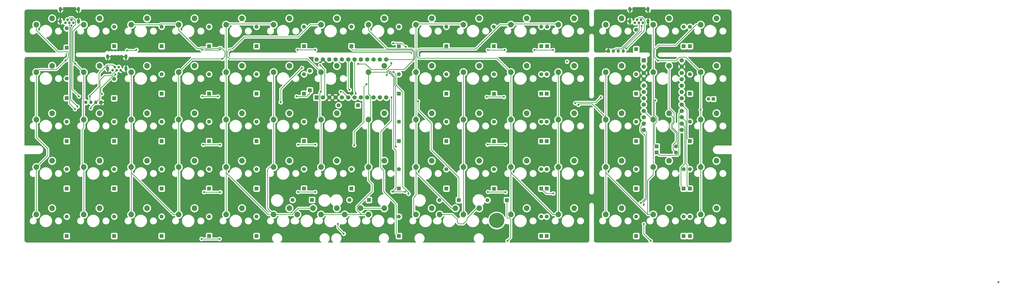
<source format=gbr>
%TF.GenerationSoftware,KiCad,Pcbnew,(5.1.7)-1*%
%TF.CreationDate,2021-02-07T19:51:08+07:00*%
%TF.ProjectId,75-pixels,37352d70-6978-4656-9c73-2e6b69636164,rev?*%
%TF.SameCoordinates,Original*%
%TF.FileFunction,Copper,L1,Top*%
%TF.FilePolarity,Positive*%
%FSLAX46Y46*%
G04 Gerber Fmt 4.6, Leading zero omitted, Abs format (unit mm)*
G04 Created by KiCad (PCBNEW (5.1.7)-1) date 2021-02-07 19:51:08*
%MOMM*%
%LPD*%
G01*
G04 APERTURE LIST*
%TA.AperFunction,ComponentPad*%
%ADD10C,1.752600*%
%TD*%
%TA.AperFunction,ComponentPad*%
%ADD11R,1.752600X1.752600*%
%TD*%
%TA.AperFunction,ComponentPad*%
%ADD12C,2.250000*%
%TD*%
%TA.AperFunction,ComponentPad*%
%ADD13O,1.350000X1.350000*%
%TD*%
%TA.AperFunction,ComponentPad*%
%ADD14R,1.350000X1.350000*%
%TD*%
%TA.AperFunction,ComponentPad*%
%ADD15O,1.200000X1.900000*%
%TD*%
%TA.AperFunction,ComponentPad*%
%ADD16C,1.100000*%
%TD*%
%TA.AperFunction,ComponentPad*%
%ADD17C,6.100000*%
%TD*%
%TA.AperFunction,ComponentPad*%
%ADD18R,1.600000X1.600000*%
%TD*%
%TA.AperFunction,ComponentPad*%
%ADD19C,1.600000*%
%TD*%
%TA.AperFunction,ViaPad*%
%ADD20C,0.800000*%
%TD*%
%TA.AperFunction,Conductor*%
%ADD21C,0.250000*%
%TD*%
%TA.AperFunction,Conductor*%
%ADD22C,0.254000*%
%TD*%
%TA.AperFunction,Conductor*%
%ADD23C,0.100000*%
%TD*%
G04 APERTURE END LIST*
D10*
%TO.P,U2,24*%
%TO.N,Net-(U2-Pad24)*%
X280432500Y-39092500D03*
%TO.P,U2,12*%
%TO.N,row9*%
X265192500Y-67032500D03*
%TO.P,U2,23*%
%TO.N,GND*%
X280432500Y-41632500D03*
%TO.P,U2,22*%
%TO.N,Net-(RESET1-Pad2)*%
X280432500Y-44172500D03*
%TO.P,U2,21*%
%TO.N,Net-(U2-Pad21)*%
X280432500Y-46712500D03*
%TO.P,U2,20*%
%TO.N,row1*%
X280432500Y-49252500D03*
%TO.P,U2,19*%
%TO.N,row2*%
X280432500Y-51792500D03*
%TO.P,U2,18*%
%TO.N,row3*%
X280432500Y-54332500D03*
%TO.P,U2,17*%
%TO.N,row4*%
X280432500Y-56872500D03*
%TO.P,U2,16*%
%TO.N,row5*%
X280432500Y-59412500D03*
%TO.P,U2,15*%
%TO.N,row6*%
X280432500Y-61952500D03*
%TO.P,U2,14*%
%TO.N,row7*%
X280432500Y-64492500D03*
%TO.P,U2,13*%
%TO.N,row0*%
X280432500Y-67032500D03*
%TO.P,U2,11*%
%TO.N,row8*%
X265192500Y-64492500D03*
%TO.P,U2,10*%
%TO.N,col7*%
X265192500Y-61952500D03*
%TO.P,U2,9*%
%TO.N,col6*%
X265192500Y-59412500D03*
%TO.P,U2,8*%
%TO.N,Net-(U2-Pad8)*%
X265192500Y-56872500D03*
%TO.P,U2,7*%
%TO.N,Net-(U2-Pad7)*%
X265192500Y-54332500D03*
%TO.P,U2,6*%
%TO.N,Net-(U2-Pad6)*%
X265192500Y-51792500D03*
%TO.P,U2,5*%
%TO.N,Net-(U2-Pad5)*%
X265192500Y-49252500D03*
%TO.P,U2,4*%
%TO.N,GND*%
X265192500Y-46712500D03*
%TO.P,U2,3*%
X265192500Y-44172500D03*
%TO.P,U2,2*%
%TO.N,Net-(U2-Pad2)*%
X265192500Y-41632500D03*
D11*
%TO.P,U2,1*%
%TO.N,Net-(U2-Pad1)*%
X265192500Y-39092500D03*
%TD*%
D10*
%TO.P,U1,24*%
%TO.N,Net-(U1-Pad24)*%
X133873750Y-38786250D03*
%TO.P,U1,12*%
%TO.N,row9*%
X161813750Y-54026250D03*
%TO.P,U1,23*%
%TO.N,GND*%
X136413750Y-38786250D03*
%TO.P,U1,22*%
%TO.N,reset*%
X138953750Y-38786250D03*
%TO.P,U1,21*%
%TO.N,Net-(U1-Pad21)*%
X141493750Y-38786250D03*
%TO.P,U1,20*%
%TO.N,row1*%
X144033750Y-38786250D03*
%TO.P,U1,19*%
%TO.N,row2*%
X146573750Y-38786250D03*
%TO.P,U1,18*%
%TO.N,row3*%
X149113750Y-38786250D03*
%TO.P,U1,17*%
%TO.N,row4*%
X151653750Y-38786250D03*
%TO.P,U1,16*%
%TO.N,row5*%
X154193750Y-38786250D03*
%TO.P,U1,15*%
%TO.N,row6*%
X156733750Y-38786250D03*
%TO.P,U1,14*%
%TO.N,row7*%
X159273750Y-38786250D03*
%TO.P,U1,13*%
%TO.N,row0*%
X161813750Y-38786250D03*
%TO.P,U1,11*%
%TO.N,row8*%
X159273750Y-54026250D03*
%TO.P,U1,10*%
%TO.N,col7*%
X156733750Y-54026250D03*
%TO.P,U1,9*%
%TO.N,col6*%
X154193750Y-54026250D03*
%TO.P,U1,8*%
%TO.N,col5*%
X151653750Y-54026250D03*
%TO.P,U1,7*%
%TO.N,col4*%
X149113750Y-54026250D03*
%TO.P,U1,6*%
%TO.N,col3*%
X146573750Y-54026250D03*
%TO.P,U1,5*%
%TO.N,col2*%
X144033750Y-54026250D03*
%TO.P,U1,4*%
%TO.N,GND*%
X141493750Y-54026250D03*
%TO.P,U1,3*%
X138953750Y-54026250D03*
%TO.P,U1,2*%
%TO.N,col1*%
X136413750Y-54026250D03*
D11*
%TO.P,U1,1*%
%TO.N,col0*%
X133873750Y-54026250D03*
%TD*%
D12*
%TO.P,MX_2u_1,2*%
%TO.N,Net-(D4_7-Pad2)*%
X151490000Y-98495000D03*
%TO.P,MX_2u_1,1*%
%TO.N,col3*%
X145140000Y-101035000D03*
%TD*%
D13*
%TO.P,RESET1,2*%
%TO.N,Net-(RESET1-Pad2)*%
X291156250Y-54656250D03*
D14*
%TO.P,RESET1,1*%
%TO.N,Net-(RESET1-Pad1)*%
X293156250Y-54656250D03*
%TD*%
D13*
%TO.P,J5,4*%
%TO.N,VCC2*%
X256968750Y-35437500D03*
%TO.P,J5,3*%
%TO.N,data2-*%
X254968750Y-35437500D03*
%TO.P,J5,2*%
%TO.N,data2+*%
X252968750Y-35437500D03*
D14*
%TO.P,J5,1*%
%TO.N,GND*%
X250968750Y-35437500D03*
%TD*%
D15*
%TO.P,J4,6*%
%TO.N,GND*%
X266900000Y-23437500D03*
X259600000Y-23437500D03*
D16*
%TO.P,J4,1*%
%TO.N,VCC2*%
X261650000Y-24037500D03*
%TO.P,J4,2*%
%TO.N,data2-*%
X262450000Y-22837500D03*
%TO.P,J4,3*%
%TO.N,data2+*%
X263250000Y-24037500D03*
%TO.P,J4,4*%
%TO.N,Net-(J4-Pad4)*%
X264050000Y-22837500D03*
%TO.P,J4,5*%
%TO.N,GND*%
X264850000Y-24037500D03*
D15*
%TO.P,J4,6*%
X259600000Y-18617500D03*
X266900000Y-18617500D03*
%TD*%
D17*
%TO.P,Poker_oval_hole,*%
%TO.N,*%
X206156250Y-103406250D03*
%TD*%
D12*
%TO.P,MX0_13,2*%
%TO.N,col6*%
X268965000Y-24835000D03*
%TO.P,MX0_13,1*%
%TO.N,Net-(D0_13-Pad2)*%
X275315000Y-22295000D03*
%TD*%
%TO.P,MX1_1,2*%
%TO.N,col0*%
X40365000Y-43885000D03*
%TO.P,MX1_1,1*%
%TO.N,Net-(D1_1-Pad2)*%
X46715000Y-41345000D03*
%TD*%
%TO.P,MX0_2,2*%
%TO.N,col1*%
X59415000Y-24835000D03*
%TO.P,MX0_2,1*%
%TO.N,Net-(D0_2-Pad2)*%
X65765000Y-22295000D03*
%TD*%
%TO.P,MX_2u_2,2*%
%TO.N,col4*%
X189590000Y-98495000D03*
%TO.P,MX_2u_2,1*%
%TO.N,Net-(D4_9-Pad2)*%
X183240000Y-101035000D03*
%TD*%
%TO.P,MX_2u_0,2*%
%TO.N,col2*%
X132440000Y-98495000D03*
%TO.P,MX_2u_0,1*%
%TO.N,Net-(D4_5-Pad2)*%
X126090000Y-101035000D03*
%TD*%
D13*
%TO.P,J3,4*%
%TO.N,VCC*%
X41250000Y-55968750D03*
%TO.P,J3,3*%
%TO.N,data-*%
X43250000Y-55968750D03*
%TO.P,J3,2*%
%TO.N,data+*%
X45250000Y-55968750D03*
D14*
%TO.P,J3,1*%
%TO.N,GND*%
X47250000Y-55968750D03*
%TD*%
D12*
%TO.P,MX0_1,2*%
%TO.N,col0*%
X40365000Y-24835000D03*
%TO.P,MX0_1,1*%
%TO.N,Net-(D0_1-Pad2)*%
X46715000Y-22295000D03*
%TD*%
%TO.P,MX0_0,2*%
%TO.N,col0*%
X21315000Y-24835000D03*
%TO.P,MX0_0,1*%
%TO.N,Net-(D0_0-Pad2)*%
X27665000Y-22295000D03*
%TD*%
%TO.P,MX0_3,2*%
%TO.N,col1*%
X78465000Y-24835000D03*
%TO.P,MX0_3,1*%
%TO.N,Net-(D0_3-Pad2)*%
X84815000Y-22295000D03*
%TD*%
%TO.P,MX0_5,2*%
%TO.N,col2*%
X116565000Y-24835000D03*
%TO.P,MX0_5,1*%
%TO.N,Net-(D0_5-Pad2)*%
X122915000Y-22295000D03*
%TD*%
%TO.P,MX0_6,2*%
%TO.N,col3*%
X135615000Y-24835000D03*
%TO.P,MX0_6,1*%
%TO.N,Net-(D0_6-Pad2)*%
X141965000Y-22295000D03*
%TD*%
%TO.P,MX0_8,2*%
%TO.N,col4*%
X173715000Y-24835000D03*
%TO.P,MX0_8,1*%
%TO.N,Net-(D0_8-Pad2)*%
X180065000Y-22295000D03*
%TD*%
%TO.P,MX0_9,2*%
%TO.N,col4*%
X192765000Y-24835000D03*
%TO.P,MX0_9,1*%
%TO.N,Net-(D0_9-Pad2)*%
X199115000Y-22295000D03*
%TD*%
%TO.P,MX0_11,2*%
%TO.N,col5*%
X230865000Y-24835000D03*
%TO.P,MX0_11,1*%
%TO.N,Net-(D0_11-Pad2)*%
X237215000Y-22295000D03*
%TD*%
%TO.P,MX0_12,2*%
%TO.N,col6*%
X249915000Y-24835000D03*
%TO.P,MX0_12,1*%
%TO.N,Net-(D0_12-Pad2)*%
X256265000Y-22295000D03*
%TD*%
%TO.P,MX1_0,2*%
%TO.N,col0*%
X21315000Y-43885000D03*
%TO.P,MX1_0,1*%
%TO.N,Net-(D1_0-Pad2)*%
X27665000Y-41345000D03*
%TD*%
%TO.P,MX1_2,2*%
%TO.N,col1*%
X59415000Y-43885000D03*
%TO.P,MX1_2,1*%
%TO.N,Net-(D1_2-Pad2)*%
X65765000Y-41345000D03*
%TD*%
%TO.P,MX1_3,2*%
%TO.N,col1*%
X78465000Y-43885000D03*
%TO.P,MX1_3,1*%
%TO.N,Net-(D1_3-Pad2)*%
X84815000Y-41345000D03*
%TD*%
%TO.P,MX1_4,2*%
%TO.N,col2*%
X97515000Y-43885000D03*
%TO.P,MX1_4,1*%
%TO.N,Net-(D1_4-Pad2)*%
X103865000Y-41345000D03*
%TD*%
%TO.P,MX1_5,2*%
%TO.N,col2*%
X116565000Y-43885000D03*
%TO.P,MX1_5,1*%
%TO.N,Net-(D1_5-Pad2)*%
X122915000Y-41345000D03*
%TD*%
%TO.P,MX1_6,2*%
%TO.N,col3*%
X135615000Y-43885000D03*
%TO.P,MX1_6,1*%
%TO.N,Net-(D1_6-Pad2)*%
X141965000Y-41345000D03*
%TD*%
%TO.P,MX1_7,2*%
%TO.N,col3*%
X154665000Y-43885000D03*
%TO.P,MX1_7,1*%
%TO.N,Net-(D1_7-Pad2)*%
X161015000Y-41345000D03*
%TD*%
%TO.P,MX1_8,2*%
%TO.N,col4*%
X173715000Y-43885000D03*
%TO.P,MX1_8,1*%
%TO.N,Net-(D1_8-Pad2)*%
X180065000Y-41345000D03*
%TD*%
%TO.P,MX1_9,2*%
%TO.N,col4*%
X192765000Y-43885000D03*
%TO.P,MX1_9,1*%
%TO.N,Net-(D1_9-Pad2)*%
X199115000Y-41345000D03*
%TD*%
%TO.P,MX1_10,2*%
%TO.N,col5*%
X211815000Y-43885000D03*
%TO.P,MX1_10,1*%
%TO.N,Net-(D1_10-Pad2)*%
X218165000Y-41345000D03*
%TD*%
%TO.P,MX1_11,2*%
%TO.N,col5*%
X230865000Y-43885000D03*
%TO.P,MX1_11,1*%
%TO.N,Net-(D1_11-Pad2)*%
X237215000Y-41345000D03*
%TD*%
%TO.P,MX1_12,2*%
%TO.N,col6*%
X249915000Y-43885000D03*
%TO.P,MX1_12,1*%
%TO.N,Net-(D1_12-Pad2)*%
X256265000Y-41345000D03*
%TD*%
%TO.P,MX1_13,2*%
%TO.N,col6*%
X268965000Y-43885000D03*
%TO.P,MX1_13,1*%
%TO.N,Net-(D1_13-Pad2)*%
X275315000Y-41345000D03*
%TD*%
%TO.P,MX2_0,2*%
%TO.N,col0*%
X21315000Y-62935000D03*
%TO.P,MX2_0,1*%
%TO.N,Net-(D2_0-Pad2)*%
X27665000Y-60395000D03*
%TD*%
%TO.P,MX2_1,2*%
%TO.N,col0*%
X40365000Y-62935000D03*
%TO.P,MX2_1,1*%
%TO.N,Net-(D2_1-Pad2)*%
X46715000Y-60395000D03*
%TD*%
%TO.P,MX2_2,2*%
%TO.N,col1*%
X59415000Y-62935000D03*
%TO.P,MX2_2,1*%
%TO.N,Net-(D2_2-Pad2)*%
X65765000Y-60395000D03*
%TD*%
%TO.P,MX2_3,2*%
%TO.N,col1*%
X78465000Y-62935000D03*
%TO.P,MX2_3,1*%
%TO.N,Net-(D2_3-Pad2)*%
X84815000Y-60395000D03*
%TD*%
%TO.P,MX2_4,2*%
%TO.N,col2*%
X97515000Y-62935000D03*
%TO.P,MX2_4,1*%
%TO.N,Net-(D2_4-Pad2)*%
X103865000Y-60395000D03*
%TD*%
%TO.P,MX2_5,2*%
%TO.N,col2*%
X116565000Y-62935000D03*
%TO.P,MX2_5,1*%
%TO.N,Net-(D2_5-Pad2)*%
X122915000Y-60395000D03*
%TD*%
%TO.P,MX2_6,2*%
%TO.N,col3*%
X135615000Y-62935000D03*
%TO.P,MX2_6,1*%
%TO.N,Net-(D2_6-Pad2)*%
X141965000Y-60395000D03*
%TD*%
%TO.P,MX2_7,2*%
%TO.N,col3*%
X154665000Y-62935000D03*
%TO.P,MX2_7,1*%
%TO.N,Net-(D2_7-Pad2)*%
X161015000Y-60395000D03*
%TD*%
%TO.P,MX2_8,2*%
%TO.N,col4*%
X173715000Y-62935000D03*
%TO.P,MX2_8,1*%
%TO.N,Net-(D2_8-Pad2)*%
X180065000Y-60395000D03*
%TD*%
%TO.P,MX2_9,2*%
%TO.N,col4*%
X192765000Y-62935000D03*
%TO.P,MX2_9,1*%
%TO.N,Net-(D2_9-Pad2)*%
X199115000Y-60395000D03*
%TD*%
%TO.P,MX2_10,2*%
%TO.N,col5*%
X211815000Y-62935000D03*
%TO.P,MX2_10,1*%
%TO.N,Net-(D2_10-Pad2)*%
X218165000Y-60395000D03*
%TD*%
%TO.P,MX2_11,2*%
%TO.N,col5*%
X230865000Y-62935000D03*
%TO.P,MX2_11,1*%
%TO.N,Net-(D2_11-Pad2)*%
X237215000Y-60395000D03*
%TD*%
%TO.P,MX2_12,2*%
%TO.N,col6*%
X249915000Y-62935000D03*
%TO.P,MX2_12,1*%
%TO.N,Net-(D2_12-Pad2)*%
X256265000Y-60395000D03*
%TD*%
%TO.P,MX2_13,2*%
%TO.N,col6*%
X268965000Y-62935000D03*
%TO.P,MX2_13,1*%
%TO.N,Net-(D2_13-Pad2)*%
X275315000Y-60395000D03*
%TD*%
%TO.P,MX3_0,2*%
%TO.N,col0*%
X21315000Y-81985000D03*
%TO.P,MX3_0,1*%
%TO.N,Net-(D3_0-Pad2)*%
X27665000Y-79445000D03*
%TD*%
%TO.P,MX3_1,2*%
%TO.N,col0*%
X40365000Y-81985000D03*
%TO.P,MX3_1,1*%
%TO.N,Net-(D3_1-Pad2)*%
X46715000Y-79445000D03*
%TD*%
%TO.P,MX3_2,2*%
%TO.N,col1*%
X59415000Y-81985000D03*
%TO.P,MX3_2,1*%
%TO.N,Net-(D3_2-Pad2)*%
X65765000Y-79445000D03*
%TD*%
%TO.P,MX3_3,2*%
%TO.N,col1*%
X78465000Y-81985000D03*
%TO.P,MX3_3,1*%
%TO.N,Net-(D3_3-Pad2)*%
X84815000Y-79445000D03*
%TD*%
%TO.P,MX3_4,2*%
%TO.N,col2*%
X97515000Y-81985000D03*
%TO.P,MX3_4,1*%
%TO.N,Net-(D3_4-Pad2)*%
X103865000Y-79445000D03*
%TD*%
%TO.P,MX3_5,2*%
%TO.N,col2*%
X116565000Y-81985000D03*
%TO.P,MX3_5,1*%
%TO.N,Net-(D3_5-Pad2)*%
X122915000Y-79445000D03*
%TD*%
%TO.P,MX3_6,2*%
%TO.N,col3*%
X135615000Y-81985000D03*
%TO.P,MX3_6,1*%
%TO.N,Net-(D3_6-Pad2)*%
X141965000Y-79445000D03*
%TD*%
%TO.P,MX3_7,2*%
%TO.N,col3*%
X154665000Y-81985000D03*
%TO.P,MX3_7,1*%
%TO.N,Net-(D3_7-Pad2)*%
X161015000Y-79445000D03*
%TD*%
%TO.P,MX3_8,2*%
%TO.N,col4*%
X173715000Y-81985000D03*
%TO.P,MX3_8,1*%
%TO.N,Net-(D3_8-Pad2)*%
X180065000Y-79445000D03*
%TD*%
%TO.P,MX3_9,2*%
%TO.N,col4*%
X192765000Y-81985000D03*
%TO.P,MX3_9,1*%
%TO.N,Net-(D3_9-Pad2)*%
X199115000Y-79445000D03*
%TD*%
%TO.P,MX3_10,2*%
%TO.N,col5*%
X211815000Y-81985000D03*
%TO.P,MX3_10,1*%
%TO.N,Net-(D3_10-Pad2)*%
X218165000Y-79445000D03*
%TD*%
%TO.P,MX3_11,2*%
%TO.N,col5*%
X230865000Y-81985000D03*
%TO.P,MX3_11,1*%
%TO.N,Net-(D3_11-Pad2)*%
X237215000Y-79445000D03*
%TD*%
%TO.P,MX3_12,2*%
%TO.N,col6*%
X249915000Y-81985000D03*
%TO.P,MX3_12,1*%
%TO.N,Net-(D3_12-Pad2)*%
X256265000Y-79445000D03*
%TD*%
%TO.P,MX3_13,2*%
%TO.N,col6*%
X268965000Y-81985000D03*
%TO.P,MX3_13,1*%
%TO.N,Net-(D3_13-Pad2)*%
X275315000Y-79445000D03*
%TD*%
%TO.P,MX4_0,2*%
%TO.N,col0*%
X21315000Y-101035000D03*
%TO.P,MX4_0,1*%
%TO.N,Net-(D4_0-Pad2)*%
X27665000Y-98495000D03*
%TD*%
%TO.P,MX4_1,2*%
%TO.N,col0*%
X40365000Y-101035000D03*
%TO.P,MX4_1,1*%
%TO.N,Net-(D4_1-Pad2)*%
X46715000Y-98495000D03*
%TD*%
%TO.P,MX4_2,2*%
%TO.N,col1*%
X59415000Y-101035000D03*
%TO.P,MX4_2,1*%
%TO.N,Net-(D4_2-Pad2)*%
X65765000Y-98495000D03*
%TD*%
%TO.P,MX4_3,2*%
%TO.N,col1*%
X78465000Y-101035000D03*
%TO.P,MX4_3,1*%
%TO.N,Net-(D4_3-Pad2)*%
X84815000Y-98495000D03*
%TD*%
%TO.P,MX4_4,2*%
%TO.N,col2*%
X97515000Y-101035000D03*
%TO.P,MX4_4,1*%
%TO.N,Net-(D4_4-Pad2)*%
X103865000Y-98495000D03*
%TD*%
%TO.P,MX4_5,2*%
%TO.N,col2*%
X116565000Y-101035000D03*
%TO.P,MX4_5,1*%
%TO.N,Net-(D4_5-Pad2)*%
X122915000Y-98495000D03*
%TD*%
%TO.P,MX4_6,2*%
%TO.N,col3*%
X135615000Y-101035000D03*
%TO.P,MX4_6,1*%
%TO.N,Net-(D4_6-Pad2)*%
X141965000Y-98495000D03*
%TD*%
%TO.P,MX4_7,2*%
%TO.N,col3*%
X154665000Y-101035000D03*
%TO.P,MX4_7,1*%
%TO.N,Net-(D4_7-Pad2)*%
X161015000Y-98495000D03*
%TD*%
%TO.P,MX4_8,2*%
%TO.N,col4*%
X173715000Y-101035000D03*
%TO.P,MX4_8,1*%
%TO.N,Net-(D4_8-Pad2)*%
X180065000Y-98495000D03*
%TD*%
%TO.P,MX4_9,2*%
%TO.N,col4*%
X192765000Y-101035000D03*
%TO.P,MX4_9,1*%
%TO.N,Net-(D4_9-Pad2)*%
X199115000Y-98495000D03*
%TD*%
%TO.P,MX4_10,2*%
%TO.N,col5*%
X211815000Y-101035000D03*
%TO.P,MX4_10,1*%
%TO.N,Net-(D4_10-Pad2)*%
X218165000Y-98495000D03*
%TD*%
%TO.P,MX4_11,2*%
%TO.N,col5*%
X230865000Y-101035000D03*
%TO.P,MX4_11,1*%
%TO.N,Net-(D4_11-Pad2)*%
X237215000Y-98495000D03*
%TD*%
%TO.P,MX4_12,2*%
%TO.N,col6*%
X249915000Y-101035000D03*
%TO.P,MX4_12,1*%
%TO.N,Net-(D4_12-Pad2)*%
X256265000Y-98495000D03*
%TD*%
%TO.P,MX4_13,2*%
%TO.N,col6*%
X268965000Y-101035000D03*
%TO.P,MX4_13,1*%
%TO.N,Net-(D4_13-Pad2)*%
X275315000Y-98495000D03*
%TD*%
%TO.P,MX0_7,2*%
%TO.N,col3*%
X154665000Y-24835000D03*
%TO.P,MX0_7,1*%
%TO.N,Net-(D0_7-Pad2)*%
X161015000Y-22295000D03*
%TD*%
%TO.P,MX0_4,2*%
%TO.N,col2*%
X97515000Y-24835000D03*
%TO.P,MX0_4,1*%
%TO.N,Net-(D0_4-Pad2)*%
X103865000Y-22295000D03*
%TD*%
%TO.P,MX0_10,2*%
%TO.N,col5*%
X211815000Y-24835000D03*
%TO.P,MX0_10,1*%
%TO.N,Net-(D0_10-Pad2)*%
X218165000Y-22295000D03*
%TD*%
%TO.P,MX0_14,2*%
%TO.N,col7*%
X288015000Y-24835000D03*
%TO.P,MX0_14,1*%
%TO.N,Net-(D0_14-Pad2)*%
X294365000Y-22295000D03*
%TD*%
%TO.P,MX1_14,2*%
%TO.N,col7*%
X288015000Y-43885000D03*
%TO.P,MX1_14,1*%
%TO.N,Net-(D1_14-Pad2)*%
X294365000Y-41345000D03*
%TD*%
%TO.P,MX2_14,2*%
%TO.N,col7*%
X288015000Y-62935000D03*
%TO.P,MX2_14,1*%
%TO.N,Net-(D2_14-Pad2)*%
X294365000Y-60395000D03*
%TD*%
%TO.P,MX3_14,2*%
%TO.N,col7*%
X288015000Y-81985000D03*
%TO.P,MX3_14,1*%
%TO.N,Net-(D3_14-Pad2)*%
X294365000Y-79445000D03*
%TD*%
%TO.P,MX4_14,2*%
%TO.N,col7*%
X288015000Y-101035000D03*
%TO.P,MX4_14,1*%
%TO.N,Net-(D4_14-Pad2)*%
X294365000Y-98495000D03*
%TD*%
D15*
%TO.P,J2,6*%
%TO.N,GND*%
X57281250Y-42468750D03*
X49981250Y-42468750D03*
D16*
%TO.P,J2,1*%
%TO.N,VCC*%
X52031250Y-43068750D03*
%TO.P,J2,2*%
%TO.N,data-*%
X52831250Y-41868750D03*
%TO.P,J2,3*%
%TO.N,data+*%
X53631250Y-43068750D03*
%TO.P,J2,4*%
%TO.N,Net-(J2-Pad4)*%
X54431250Y-41868750D03*
%TO.P,J2,5*%
%TO.N,GND*%
X55231250Y-43068750D03*
D15*
%TO.P,J2,6*%
X49981250Y-37648750D03*
X57281250Y-37648750D03*
%TD*%
%TO.P,J1,6*%
%TO.N,GND*%
X38287500Y-23437500D03*
X30987500Y-23437500D03*
D16*
%TO.P,J1,1*%
%TO.N,VCC*%
X33037500Y-24037500D03*
%TO.P,J1,2*%
%TO.N,data-*%
X33837500Y-22837500D03*
%TO.P,J1,3*%
%TO.N,data+*%
X34637500Y-24037500D03*
%TO.P,J1,4*%
%TO.N,Net-(J1-Pad4)*%
X35437500Y-22837500D03*
%TO.P,J1,5*%
%TO.N,GND*%
X36237500Y-24037500D03*
D15*
%TO.P,J1,6*%
X30987500Y-18617500D03*
X38287500Y-18617500D03*
%TD*%
D18*
%TO.P,D4_14,1*%
%TO.N,row8*%
X283687500Y-109631250D03*
D19*
%TO.P,D4_14,2*%
%TO.N,Net-(D4_14-Pad2)*%
X283687500Y-101831250D03*
%TD*%
D18*
%TO.P,D4_13,1*%
%TO.N,row9*%
X281212500Y-109631250D03*
D19*
%TO.P,D4_13,2*%
%TO.N,Net-(D4_13-Pad2)*%
X281212500Y-101831250D03*
%TD*%
D18*
%TO.P,D4_12,1*%
%TO.N,row8*%
X262162500Y-109631250D03*
D19*
%TO.P,D4_12,2*%
%TO.N,Net-(D4_12-Pad2)*%
X262162500Y-101831250D03*
%TD*%
D18*
%TO.P,D4_11,1*%
%TO.N,row9*%
X226237500Y-109631250D03*
D19*
%TO.P,D4_11,2*%
%TO.N,Net-(D4_11-Pad2)*%
X226237500Y-101831250D03*
%TD*%
D18*
%TO.P,D4_10,1*%
%TO.N,row8*%
X224062500Y-109631250D03*
D19*
%TO.P,D4_10,2*%
%TO.N,Net-(D4_10-Pad2)*%
X224062500Y-101831250D03*
%TD*%
D18*
%TO.P,D4_9,1*%
%TO.N,row9*%
X210243750Y-95250000D03*
D19*
%TO.P,D4_9,2*%
%TO.N,Net-(D4_9-Pad2)*%
X202443750Y-95250000D03*
%TD*%
D18*
%TO.P,D4_8,1*%
%TO.N,row8*%
X190931250Y-95250000D03*
D19*
%TO.P,D4_8,2*%
%TO.N,Net-(D4_8-Pad2)*%
X183131250Y-95250000D03*
%TD*%
D18*
%TO.P,D4_7,1*%
%TO.N,row9*%
X166912500Y-109631250D03*
D19*
%TO.P,D4_7,2*%
%TO.N,Net-(D4_7-Pad2)*%
X166912500Y-101831250D03*
%TD*%
D18*
%TO.P,D4_6,1*%
%TO.N,row8*%
X154837500Y-95156250D03*
D19*
%TO.P,D4_6,2*%
%TO.N,Net-(D4_6-Pad2)*%
X147037500Y-95156250D03*
%TD*%
D18*
%TO.P,D4_5,1*%
%TO.N,row9*%
X131993750Y-95156250D03*
D19*
%TO.P,D4_5,2*%
%TO.N,Net-(D4_5-Pad2)*%
X124193750Y-95156250D03*
%TD*%
D18*
%TO.P,D4_4,1*%
%TO.N,row8*%
X109762500Y-109631250D03*
D19*
%TO.P,D4_4,2*%
%TO.N,Net-(D4_4-Pad2)*%
X109762500Y-101831250D03*
%TD*%
D18*
%TO.P,D4_3,1*%
%TO.N,row9*%
X90712500Y-109631250D03*
D19*
%TO.P,D4_3,2*%
%TO.N,Net-(D4_3-Pad2)*%
X90712500Y-101831250D03*
%TD*%
D18*
%TO.P,D4_2,1*%
%TO.N,row8*%
X71662500Y-109631250D03*
D19*
%TO.P,D4_2,2*%
%TO.N,Net-(D4_2-Pad2)*%
X71662500Y-101831250D03*
%TD*%
D18*
%TO.P,D4_1,1*%
%TO.N,row9*%
X52612500Y-109631250D03*
D19*
%TO.P,D4_1,2*%
%TO.N,Net-(D4_1-Pad2)*%
X52612500Y-101831250D03*
%TD*%
D18*
%TO.P,D4_0,1*%
%TO.N,row8*%
X33562500Y-109631250D03*
D19*
%TO.P,D4_0,2*%
%TO.N,Net-(D4_0-Pad2)*%
X33562500Y-101831250D03*
%TD*%
D18*
%TO.P,D3_14,1*%
%TO.N,row6*%
X283687500Y-90581250D03*
D19*
%TO.P,D3_14,2*%
%TO.N,Net-(D3_14-Pad2)*%
X283687500Y-82781250D03*
%TD*%
D18*
%TO.P,D3_13,1*%
%TO.N,row7*%
X281212500Y-90581250D03*
D19*
%TO.P,D3_13,2*%
%TO.N,Net-(D3_13-Pad2)*%
X281212500Y-82781250D03*
%TD*%
D18*
%TO.P,D3_12,1*%
%TO.N,row6*%
X262162500Y-90581250D03*
D19*
%TO.P,D3_12,2*%
%TO.N,Net-(D3_12-Pad2)*%
X262162500Y-82781250D03*
%TD*%
D18*
%TO.P,D3_11,1*%
%TO.N,row7*%
X226237500Y-90581250D03*
D19*
%TO.P,D3_11,2*%
%TO.N,Net-(D3_11-Pad2)*%
X226237500Y-82781250D03*
%TD*%
D18*
%TO.P,D3_10,1*%
%TO.N,row6*%
X224062500Y-90581250D03*
D19*
%TO.P,D3_10,2*%
%TO.N,Net-(D3_10-Pad2)*%
X224062500Y-82781250D03*
%TD*%
D18*
%TO.P,D3_9,1*%
%TO.N,row7*%
X205031250Y-90656250D03*
D19*
%TO.P,D3_9,2*%
%TO.N,Net-(D3_9-Pad2)*%
X205031250Y-82856250D03*
%TD*%
D18*
%TO.P,D3_8,1*%
%TO.N,row6*%
X185962500Y-90581250D03*
D19*
%TO.P,D3_8,2*%
%TO.N,Net-(D3_8-Pad2)*%
X185962500Y-82781250D03*
%TD*%
D18*
%TO.P,D3_7,1*%
%TO.N,row7*%
X166912500Y-90581250D03*
D19*
%TO.P,D3_7,2*%
%TO.N,Net-(D3_7-Pad2)*%
X166912500Y-82781250D03*
%TD*%
D18*
%TO.P,D3_6,1*%
%TO.N,row6*%
X147862500Y-90581250D03*
D19*
%TO.P,D3_6,2*%
%TO.N,Net-(D3_6-Pad2)*%
X147862500Y-82781250D03*
%TD*%
D18*
%TO.P,D3_5,1*%
%TO.N,row7*%
X128812500Y-90581250D03*
D19*
%TO.P,D3_5,2*%
%TO.N,Net-(D3_5-Pad2)*%
X128812500Y-82781250D03*
%TD*%
D18*
%TO.P,D3_4,1*%
%TO.N,row6*%
X109762500Y-90581250D03*
D19*
%TO.P,D3_4,2*%
%TO.N,Net-(D3_4-Pad2)*%
X109762500Y-82781250D03*
%TD*%
D18*
%TO.P,D3_3,1*%
%TO.N,row7*%
X90712500Y-90581250D03*
D19*
%TO.P,D3_3,2*%
%TO.N,Net-(D3_3-Pad2)*%
X90712500Y-82781250D03*
%TD*%
D18*
%TO.P,D3_2,1*%
%TO.N,row6*%
X71662500Y-90581250D03*
D19*
%TO.P,D3_2,2*%
%TO.N,Net-(D3_2-Pad2)*%
X71662500Y-82781250D03*
%TD*%
D18*
%TO.P,D3_1,1*%
%TO.N,row7*%
X52612500Y-90581250D03*
D19*
%TO.P,D3_1,2*%
%TO.N,Net-(D3_1-Pad2)*%
X52612500Y-82781250D03*
%TD*%
D18*
%TO.P,D3_0,1*%
%TO.N,row6*%
X33562500Y-90581250D03*
D19*
%TO.P,D3_0,2*%
%TO.N,Net-(D3_0-Pad2)*%
X33562500Y-82781250D03*
%TD*%
D18*
%TO.P,D2_14,1*%
%TO.N,row4*%
X283687500Y-71531250D03*
D19*
%TO.P,D2_14,2*%
%TO.N,Net-(D2_14-Pad2)*%
X283687500Y-63731250D03*
%TD*%
D18*
%TO.P,D2_13,1*%
%TO.N,row5*%
X270318750Y-76125000D03*
D19*
%TO.P,D2_13,2*%
%TO.N,Net-(D2_13-Pad2)*%
X278118750Y-76125000D03*
%TD*%
D18*
%TO.P,D2_12,1*%
%TO.N,row4*%
X262162500Y-71531250D03*
D19*
%TO.P,D2_12,2*%
%TO.N,Net-(D2_12-Pad2)*%
X262162500Y-63731250D03*
%TD*%
D18*
%TO.P,D2_11,1*%
%TO.N,row5*%
X226237500Y-71531250D03*
D19*
%TO.P,D2_11,2*%
%TO.N,Net-(D2_11-Pad2)*%
X226237500Y-63731250D03*
%TD*%
D18*
%TO.P,D2_10,1*%
%TO.N,row4*%
X224062500Y-71531250D03*
D19*
%TO.P,D2_10,2*%
%TO.N,Net-(D2_10-Pad2)*%
X224062500Y-63731250D03*
%TD*%
D18*
%TO.P,D2_9,1*%
%TO.N,row5*%
X205031250Y-71606250D03*
D19*
%TO.P,D2_9,2*%
%TO.N,Net-(D2_9-Pad2)*%
X205031250Y-63806250D03*
%TD*%
D18*
%TO.P,D2_8,1*%
%TO.N,row4*%
X185962500Y-71531250D03*
D19*
%TO.P,D2_8,2*%
%TO.N,Net-(D2_8-Pad2)*%
X185962500Y-63731250D03*
%TD*%
D18*
%TO.P,D2_7,1*%
%TO.N,row5*%
X166912500Y-71531250D03*
D19*
%TO.P,D2_7,2*%
%TO.N,Net-(D2_7-Pad2)*%
X166912500Y-63731250D03*
%TD*%
D18*
%TO.P,D2_6,1*%
%TO.N,row4*%
X150431250Y-57187500D03*
D19*
%TO.P,D2_6,2*%
%TO.N,Net-(D2_6-Pad2)*%
X142631250Y-57187500D03*
%TD*%
D18*
%TO.P,D2_5,1*%
%TO.N,row5*%
X128812500Y-71531250D03*
D19*
%TO.P,D2_5,2*%
%TO.N,Net-(D2_5-Pad2)*%
X128812500Y-63731250D03*
%TD*%
D18*
%TO.P,D2_4,1*%
%TO.N,row4*%
X109762500Y-71531250D03*
D19*
%TO.P,D2_4,2*%
%TO.N,Net-(D2_4-Pad2)*%
X109762500Y-63731250D03*
%TD*%
D18*
%TO.P,D2_3,1*%
%TO.N,row5*%
X90712500Y-71531250D03*
D19*
%TO.P,D2_3,2*%
%TO.N,Net-(D2_3-Pad2)*%
X90712500Y-63731250D03*
%TD*%
D18*
%TO.P,D2_2,1*%
%TO.N,row4*%
X71662500Y-71531250D03*
D19*
%TO.P,D2_2,2*%
%TO.N,Net-(D2_2-Pad2)*%
X71662500Y-63731250D03*
%TD*%
D18*
%TO.P,D2_1,1*%
%TO.N,row5*%
X52612500Y-71531250D03*
D19*
%TO.P,D2_1,2*%
%TO.N,Net-(D2_1-Pad2)*%
X52612500Y-63731250D03*
%TD*%
D18*
%TO.P,D2_0,1*%
%TO.N,row4*%
X33562500Y-71531250D03*
D19*
%TO.P,D2_0,2*%
%TO.N,Net-(D2_0-Pad2)*%
X33562500Y-63731250D03*
%TD*%
D18*
%TO.P,D1_14,1*%
%TO.N,row2*%
X283687500Y-52481250D03*
D19*
%TO.P,D1_14,2*%
%TO.N,Net-(D1_14-Pad2)*%
X283687500Y-44681250D03*
%TD*%
D18*
%TO.P,D1_13,1*%
%TO.N,row3*%
X270318750Y-73687500D03*
D19*
%TO.P,D1_13,2*%
%TO.N,Net-(D1_13-Pad2)*%
X278118750Y-73687500D03*
%TD*%
D18*
%TO.P,D1_12,1*%
%TO.N,row2*%
X262162500Y-52481250D03*
D19*
%TO.P,D1_12,2*%
%TO.N,Net-(D1_12-Pad2)*%
X262162500Y-44681250D03*
%TD*%
D18*
%TO.P,D1_11,1*%
%TO.N,row3*%
X226237500Y-52481250D03*
D19*
%TO.P,D1_11,2*%
%TO.N,Net-(D1_11-Pad2)*%
X226237500Y-44681250D03*
%TD*%
D18*
%TO.P,D1_10,1*%
%TO.N,row2*%
X224062500Y-52481250D03*
D19*
%TO.P,D1_10,2*%
%TO.N,Net-(D1_10-Pad2)*%
X224062500Y-44681250D03*
%TD*%
D18*
%TO.P,D1_9,1*%
%TO.N,row3*%
X205031250Y-52556250D03*
D19*
%TO.P,D1_9,2*%
%TO.N,Net-(D1_9-Pad2)*%
X205031250Y-44756250D03*
%TD*%
D18*
%TO.P,D1_8,1*%
%TO.N,row2*%
X185962500Y-52481250D03*
D19*
%TO.P,D1_8,2*%
%TO.N,Net-(D1_8-Pad2)*%
X185962500Y-44681250D03*
%TD*%
D18*
%TO.P,D1_7,1*%
%TO.N,row3*%
X166912500Y-52481250D03*
D19*
%TO.P,D1_7,2*%
%TO.N,Net-(D1_7-Pad2)*%
X166912500Y-44681250D03*
%TD*%
D18*
%TO.P,D1_6,1*%
%TO.N,row2*%
X131156250Y-51150000D03*
D19*
%TO.P,D1_6,2*%
%TO.N,Net-(D1_6-Pad2)*%
X131156250Y-43350000D03*
%TD*%
D18*
%TO.P,D1_5,1*%
%TO.N,row3*%
X128812500Y-52481250D03*
D19*
%TO.P,D1_5,2*%
%TO.N,Net-(D1_5-Pad2)*%
X128812500Y-44681250D03*
%TD*%
D18*
%TO.P,D1_4,1*%
%TO.N,row2*%
X109762500Y-52481250D03*
D19*
%TO.P,D1_4,2*%
%TO.N,Net-(D1_4-Pad2)*%
X109762500Y-44681250D03*
%TD*%
D18*
%TO.P,D1_3,1*%
%TO.N,row3*%
X90712500Y-52481250D03*
D19*
%TO.P,D1_3,2*%
%TO.N,Net-(D1_3-Pad2)*%
X90712500Y-44681250D03*
%TD*%
D18*
%TO.P,D1_2,1*%
%TO.N,row2*%
X71662500Y-52481250D03*
D19*
%TO.P,D1_2,2*%
%TO.N,Net-(D1_2-Pad2)*%
X71662500Y-44681250D03*
%TD*%
D18*
%TO.P,D1_1,1*%
%TO.N,row3*%
X52593750Y-54337500D03*
D19*
%TO.P,D1_1,2*%
%TO.N,Net-(D1_1-Pad2)*%
X52593750Y-46537500D03*
%TD*%
D18*
%TO.P,D1_0,1*%
%TO.N,row2*%
X33562500Y-54243750D03*
D19*
%TO.P,D1_0,2*%
%TO.N,Net-(D1_0-Pad2)*%
X33562500Y-46443750D03*
%TD*%
D18*
%TO.P,D0_14,1*%
%TO.N,row0*%
X283687500Y-33431250D03*
D19*
%TO.P,D0_14,2*%
%TO.N,Net-(D0_14-Pad2)*%
X283687500Y-25631250D03*
%TD*%
D18*
%TO.P,D0_13,1*%
%TO.N,row1*%
X281212500Y-33431250D03*
D19*
%TO.P,D0_13,2*%
%TO.N,Net-(D0_13-Pad2)*%
X281212500Y-25631250D03*
%TD*%
D18*
%TO.P,D0_12,1*%
%TO.N,row0*%
X262162500Y-34650000D03*
D19*
%TO.P,D0_12,2*%
%TO.N,Net-(D0_12-Pad2)*%
X262162500Y-26850000D03*
%TD*%
D18*
%TO.P,D0_11,1*%
%TO.N,row1*%
X226406250Y-33431250D03*
D19*
%TO.P,D0_11,2*%
%TO.N,Net-(D0_11-Pad2)*%
X226406250Y-25631250D03*
%TD*%
D18*
%TO.P,D0_10,1*%
%TO.N,row0*%
X224062500Y-33431250D03*
D19*
%TO.P,D0_10,2*%
%TO.N,Net-(D0_10-Pad2)*%
X224062500Y-25631250D03*
%TD*%
D18*
%TO.P,D0_9,1*%
%TO.N,row1*%
X205012500Y-33431250D03*
D19*
%TO.P,D0_9,2*%
%TO.N,Net-(D0_9-Pad2)*%
X205012500Y-25631250D03*
%TD*%
D18*
%TO.P,D0_8,1*%
%TO.N,row0*%
X185962500Y-33431250D03*
D19*
%TO.P,D0_8,2*%
%TO.N,Net-(D0_8-Pad2)*%
X185962500Y-25631250D03*
%TD*%
D18*
%TO.P,D0_7,1*%
%TO.N,row1*%
X166912500Y-33431250D03*
D19*
%TO.P,D0_7,2*%
%TO.N,Net-(D0_7-Pad2)*%
X166912500Y-25631250D03*
%TD*%
D18*
%TO.P,D0_6,1*%
%TO.N,row0*%
X147862500Y-33431250D03*
D19*
%TO.P,D0_6,2*%
%TO.N,Net-(D0_6-Pad2)*%
X147862500Y-25631250D03*
%TD*%
D18*
%TO.P,D0_5,1*%
%TO.N,row1*%
X128812500Y-33431250D03*
D19*
%TO.P,D0_5,2*%
%TO.N,Net-(D0_5-Pad2)*%
X128812500Y-25631250D03*
%TD*%
D18*
%TO.P,D0_4,1*%
%TO.N,row0*%
X109762500Y-33431250D03*
D19*
%TO.P,D0_4,2*%
%TO.N,Net-(D0_4-Pad2)*%
X109762500Y-25631250D03*
%TD*%
D18*
%TO.P,D0_3,1*%
%TO.N,row1*%
X90712500Y-33431250D03*
D19*
%TO.P,D0_3,2*%
%TO.N,Net-(D0_3-Pad2)*%
X90712500Y-25631250D03*
%TD*%
D18*
%TO.P,D0_2,1*%
%TO.N,row0*%
X71662500Y-33431250D03*
D19*
%TO.P,D0_2,2*%
%TO.N,Net-(D0_2-Pad2)*%
X71662500Y-25631250D03*
%TD*%
D18*
%TO.P,D0_1,1*%
%TO.N,row1*%
X52612500Y-33431250D03*
D19*
%TO.P,D0_1,2*%
%TO.N,Net-(D0_1-Pad2)*%
X52612500Y-25631250D03*
%TD*%
D18*
%TO.P,D0_0,1*%
%TO.N,row0*%
X33562500Y-34087500D03*
D19*
%TO.P,D0_0,2*%
%TO.N,Net-(D0_0-Pad2)*%
X33562500Y-26287500D03*
%TD*%
D20*
%TO.N,*%
X234375000Y-39656250D03*
X407625000Y-128156250D03*
%TO.N,row0*%
X57750000Y-35156250D03*
X61500000Y-34875000D03*
X87843750Y-34875000D03*
X95062500Y-34687500D03*
X126187500Y-34875000D03*
X133312500Y-34875000D03*
X164625000Y-32250000D03*
X169687500Y-33750000D03*
X202593750Y-34968750D03*
X209343750Y-34968750D03*
X221343750Y-34968750D03*
X228750000Y-34968750D03*
%TO.N,col0*%
X33093750Y-39093750D03*
X36958750Y-40478750D03*
%TO.N,col1*%
X135281250Y-41062500D03*
X96000000Y-38531250D03*
%TO.N,col3*%
X135562500Y-51750000D03*
X143531250Y-51750000D03*
%TO.N,col6*%
X238968750Y-57000000D03*
%TO.N,col7*%
X247968750Y-53906250D03*
X288015000Y-58953750D03*
X237628790Y-56343759D03*
X270843750Y-39187500D03*
%TO.N,data-*%
X38437500Y-53578125D03*
X42859375Y-53578125D03*
%TO.N,VCC*%
X53062500Y-44812500D03*
X37875000Y-57656250D03*
X47671875Y-52640625D03*
X35437500Y-25125000D03*
%TO.N,row1*%
X163875000Y-40218750D03*
X150562500Y-40593750D03*
%TO.N,row2*%
X87937500Y-53625000D03*
X94218750Y-53625000D03*
X125812500Y-53625000D03*
X147093750Y-51000000D03*
X202125000Y-53812500D03*
X209062500Y-53812500D03*
%TO.N,row3*%
X149531250Y-52500000D03*
X269718750Y-55218750D03*
%TO.N,row4*%
X153893874Y-48699876D03*
X88312500Y-73031250D03*
X95062500Y-73031250D03*
X126421875Y-72984375D03*
X133359375Y-72984375D03*
X148968750Y-73218750D03*
X202500000Y-72937500D03*
X209625000Y-72937500D03*
%TO.N,GND*%
X41812500Y-49500000D03*
X157500000Y-79031250D03*
X43031250Y-51843750D03*
X139406250Y-49781250D03*
X177468750Y-50062500D03*
X272718750Y-49968750D03*
X139500000Y-68625000D03*
X196593750Y-69375000D03*
X158531250Y-62062500D03*
X158531250Y-106968750D03*
X292031250Y-50250000D03*
X265968750Y-28218750D03*
%TO.N,reset*%
X119437500Y-55968750D03*
X127968750Y-42187500D03*
%TO.N,data+*%
X43218750Y-58406250D03*
X36843750Y-58671421D03*
%TO.N,row5*%
X165656250Y-73781250D03*
X162093750Y-45093750D03*
%TO.N,row6*%
X163218750Y-44250000D03*
X88640625Y-92015625D03*
X95203125Y-92015625D03*
X126375000Y-91968750D03*
X133312500Y-91968750D03*
X164250000Y-91874998D03*
X202640625Y-91921875D03*
X209718750Y-92062500D03*
X228843750Y-92531250D03*
X169381124Y-91840759D03*
%TO.N,row7*%
X164718750Y-43781250D03*
X170718750Y-92718750D03*
%TO.N,row8*%
X174562500Y-55593750D03*
X87656250Y-110812500D03*
X94875000Y-110812500D03*
X263991199Y-96375000D03*
%TO.N,row9*%
X142406250Y-104812500D03*
X144695251Y-108710999D03*
X265218750Y-104812500D03*
X267937500Y-111562500D03*
X163942500Y-54026250D03*
X265218748Y-97125000D03*
X210468750Y-111562500D03*
%TO.N,data2-*%
X258231410Y-34356410D03*
%TO.N,VCC2*%
X264375000Y-25312500D03*
%TD*%
D21*
%TO.N,row0*%
X172279830Y-38786250D02*
X161813750Y-38786250D01*
X172814980Y-35826390D02*
X172814980Y-38251100D01*
X171994851Y-35006261D02*
X172814980Y-35826390D01*
X148387511Y-35006261D02*
X171994851Y-35006261D01*
X172814980Y-38251100D02*
X172279830Y-38786250D01*
X61218750Y-35156250D02*
X61500000Y-34875000D01*
X57750000Y-35156250D02*
X61218750Y-35156250D01*
X61500000Y-34875000D02*
X61500000Y-34875000D01*
X89334837Y-34875000D02*
X89522337Y-35062500D01*
X87843750Y-34875000D02*
X89334837Y-34875000D01*
X89522337Y-35062500D02*
X94687500Y-35062500D01*
X94687500Y-35062500D02*
X95062500Y-34687500D01*
X95062500Y-34687500D02*
X95062500Y-34687500D01*
X126187500Y-34875000D02*
X133312500Y-34875000D01*
X133312500Y-34875000D02*
X133312500Y-34875000D01*
X147862500Y-33431250D02*
X147862500Y-34481250D01*
X147862500Y-34481250D02*
X148387511Y-35006261D01*
X167916252Y-32250000D02*
X169416252Y-33750000D01*
X164625000Y-32250000D02*
X167916252Y-32250000D01*
X169416252Y-33750000D02*
X169687500Y-33750000D01*
X169687500Y-33750000D02*
X169687500Y-33750000D01*
X202593750Y-34968750D02*
X209343750Y-34968750D01*
X209343750Y-34968750D02*
X209343750Y-34968750D01*
X221343750Y-34968750D02*
X228750000Y-34968750D01*
X228750000Y-34968750D02*
X229031250Y-34968750D01*
%TO.N,col0*%
X40365000Y-81985000D02*
X40365000Y-101035000D01*
X40249999Y-62819999D02*
X40365000Y-62935000D01*
X40249999Y-55083750D02*
X40249999Y-62819999D01*
X40365000Y-54968749D02*
X40249999Y-55083750D01*
X40365000Y-43885000D02*
X40365000Y-54968749D01*
X39737499Y-81357499D02*
X40365000Y-81985000D01*
X40365000Y-66211248D02*
X39737499Y-66838749D01*
X40365000Y-62935000D02*
X40365000Y-66211248D01*
X38774010Y-24835000D02*
X36056270Y-27552740D01*
X40365000Y-24835000D02*
X38774010Y-24835000D01*
X36056270Y-39576270D02*
X36911875Y-40431875D01*
X36056270Y-27552740D02*
X36056270Y-39576270D01*
X29392499Y-42795001D02*
X22404999Y-42795001D01*
X34237491Y-37950009D02*
X33093750Y-39093750D01*
X33843750Y-35625000D02*
X34237491Y-36018741D01*
X22404999Y-42795001D02*
X21315000Y-43885000D01*
X34237491Y-36018741D02*
X34237491Y-37950009D01*
X29943026Y-35625000D02*
X33843750Y-35625000D01*
X21315000Y-26996974D02*
X29943026Y-35625000D01*
X21315000Y-24835000D02*
X21315000Y-26996974D01*
X39737499Y-66838749D02*
X39737499Y-81357499D01*
X21315000Y-81985000D02*
X21315000Y-84146974D01*
X32812500Y-39375000D02*
X29392499Y-42795001D01*
X36911875Y-40431875D02*
X36958750Y-40478750D01*
X39858998Y-101035000D02*
X40365000Y-101035000D01*
X21315000Y-43885000D02*
X21315000Y-62935000D01*
X21315000Y-81985000D02*
X21315000Y-101035000D01*
X22125000Y-81175000D02*
X21315000Y-81985000D01*
X21315000Y-62935000D02*
X22125000Y-63745000D01*
X33093750Y-39093750D02*
X32812500Y-39375000D01*
X36958750Y-40478750D02*
X40365000Y-43885000D01*
X25875000Y-77425000D02*
X21315000Y-81985000D01*
X25875000Y-74604323D02*
X25875000Y-77425000D01*
X21315000Y-70044323D02*
X25875000Y-74604323D01*
X21315000Y-62935000D02*
X21315000Y-70044323D01*
%TO.N,col1*%
X59415000Y-84146974D02*
X59415000Y-101035000D01*
X59415000Y-43885000D02*
X59415000Y-84146974D01*
X76303026Y-101035000D02*
X78465000Y-101035000D01*
X59415000Y-84146974D02*
X76303026Y-101035000D01*
X59415000Y-81985000D02*
X59415000Y-84146974D01*
X78136249Y-24506249D02*
X78465000Y-24835000D01*
X71122499Y-24506249D02*
X78136249Y-24506249D01*
X70793748Y-24835000D02*
X71122499Y-24506249D01*
X59415000Y-24835000D02*
X70793748Y-24835000D01*
X59743751Y-43556249D02*
X59415000Y-43885000D01*
X78465000Y-43885000D02*
X78136249Y-43556249D01*
X78465000Y-43885000D02*
X78465000Y-62935000D01*
X78465000Y-62935000D02*
X78465000Y-81985000D01*
X78465000Y-81985000D02*
X78465000Y-101035000D01*
X83818750Y-38531250D02*
X78465000Y-43885000D01*
X96000000Y-38531250D02*
X83818750Y-38531250D01*
X137065001Y-53374999D02*
X137065001Y-42846251D01*
X136413750Y-54026250D02*
X137065001Y-53374999D01*
X137065001Y-42846251D02*
X135281250Y-41062500D01*
X135281250Y-41062500D02*
X135281250Y-41062500D01*
X97064990Y-37466260D02*
X96000000Y-38531250D01*
X97064990Y-35564990D02*
X97064990Y-37466260D01*
X94312500Y-34406250D02*
X94781250Y-33937500D01*
X78465000Y-26996974D02*
X85874276Y-34406250D01*
X89652499Y-34556251D02*
X91772501Y-34556251D01*
X85874276Y-34406250D02*
X87093750Y-34406250D01*
X87093750Y-34406250D02*
X87375000Y-34125000D01*
X87375000Y-34125000D02*
X89221248Y-34125000D01*
X89221248Y-34125000D02*
X89652499Y-34556251D01*
X94781250Y-33937500D02*
X95437500Y-33937500D01*
X91772501Y-34556251D02*
X91837501Y-34491251D01*
X91837501Y-34406250D02*
X94312500Y-34406250D01*
X78465000Y-24835000D02*
X78465000Y-26996974D01*
X91837501Y-34491251D02*
X91837501Y-34406250D01*
X95437500Y-33937500D02*
X97064990Y-35564990D01*
%TO.N,col2*%
X97515000Y-85031002D02*
X97515000Y-101035000D01*
X97515000Y-24835000D02*
X97515000Y-85031002D01*
X114094999Y-98564999D02*
X116565000Y-101035000D01*
X114094999Y-82864011D02*
X114094999Y-98564999D01*
X114974010Y-81985000D02*
X114094999Y-82864011D01*
X116565000Y-81985000D02*
X114974010Y-81985000D01*
X114403026Y-101035000D02*
X116565000Y-101035000D01*
X97515000Y-84146974D02*
X114403026Y-101035000D01*
X97515000Y-81985000D02*
X97515000Y-84146974D01*
X97843751Y-24506249D02*
X97515000Y-24835000D01*
X116236249Y-24506249D02*
X97843751Y-24506249D01*
X116565000Y-24835000D02*
X116236249Y-24506249D01*
X116565000Y-43885000D02*
X116565000Y-62935000D01*
X116565000Y-62935000D02*
X116565000Y-81985000D01*
X126483998Y-98495000D02*
X132440000Y-98495000D01*
X123943998Y-101035000D02*
X126483998Y-98495000D01*
X116565000Y-101035000D02*
X123943998Y-101035000D01*
%TO.N,col3*%
X135212449Y-43482449D02*
X135615000Y-43885000D01*
X135615000Y-65981002D02*
X135615000Y-81985000D01*
X135615000Y-62935000D02*
X135615000Y-65981002D01*
X155395051Y-43154949D02*
X154665000Y-43885000D01*
X155532449Y-62067551D02*
X154665000Y-62935000D01*
X155532449Y-53532449D02*
X155532449Y-62067551D01*
X154665000Y-52665000D02*
X155532449Y-53532449D01*
X154665000Y-43885000D02*
X154665000Y-52665000D01*
X154665000Y-62935000D02*
X154665000Y-81985000D01*
X131273752Y-24835000D02*
X126390002Y-29718750D01*
X135615000Y-24835000D02*
X131273752Y-24835000D01*
X104842198Y-29718750D02*
X99967198Y-34593750D01*
X126390002Y-29718750D02*
X104842198Y-29718750D01*
X130261250Y-38531250D02*
X135615000Y-43885000D01*
X99000000Y-34593750D02*
X97968750Y-35625000D01*
X99967198Y-34593750D02*
X99000000Y-34593750D01*
X97968750Y-37500000D02*
X99000000Y-38531250D01*
X99000000Y-38531250D02*
X130261250Y-38531250D01*
X97968750Y-35625000D02*
X97968750Y-37500000D01*
X173264990Y-38437500D02*
X168907489Y-42795001D01*
X173264990Y-35639990D02*
X173264990Y-38437500D01*
X172181251Y-34556251D02*
X173264990Y-35639990D01*
X162224277Y-34556251D02*
X172181251Y-34556251D01*
X154665000Y-26996974D02*
X162224277Y-34556251D01*
X154665000Y-24835000D02*
X154665000Y-26996974D01*
X162964337Y-42795001D02*
X168907489Y-42795001D01*
X161874338Y-43885000D02*
X162964337Y-42795001D01*
X154665000Y-43885000D02*
X161874338Y-43885000D01*
X145140000Y-101035000D02*
X135615000Y-101035000D01*
X146573750Y-54026250D02*
X145811676Y-54026250D01*
X154030000Y-101035000D02*
X154665000Y-101035000D01*
X145140000Y-101035000D02*
X154665000Y-101035000D01*
X144485000Y-51937500D02*
X146573750Y-54026250D01*
X151883998Y-101035000D02*
X154665000Y-101035000D01*
X150039999Y-99191001D02*
X151883998Y-101035000D01*
X150039999Y-97798999D02*
X150039999Y-99191001D01*
X156168759Y-91670239D02*
X150039999Y-97798999D01*
X156168759Y-88856259D02*
X156168759Y-91670239D01*
X154665000Y-87352500D02*
X156168759Y-88856259D01*
X154665000Y-81985000D02*
X154665000Y-87352500D01*
X135615000Y-62935000D02*
X135162501Y-62482501D01*
X135562500Y-51496260D02*
X135562500Y-51750000D01*
X135615000Y-43885000D02*
X135615000Y-51443760D01*
X144297500Y-51750000D02*
X143531250Y-51750000D01*
X135615000Y-51443760D02*
X135562500Y-51496260D01*
X135162501Y-52149999D02*
X135562500Y-51750000D01*
X135162501Y-62482501D02*
X135162501Y-52149999D01*
X146573750Y-54026250D02*
X144297500Y-51750000D01*
%TO.N,col4*%
X173715000Y-24835000D02*
X173715000Y-81985000D01*
X172824849Y-100144849D02*
X173715000Y-101035000D01*
X172824849Y-94206927D02*
X172824849Y-100144849D01*
X173715000Y-93316776D02*
X172824849Y-94206927D01*
X173715000Y-81985000D02*
X173715000Y-93316776D01*
X192765000Y-81985000D02*
X192765000Y-101035000D01*
X188063026Y-98495000D02*
X189590000Y-98495000D01*
X173715000Y-84146974D02*
X188063026Y-98495000D01*
X173715000Y-81985000D02*
X173715000Y-84146974D01*
X174043751Y-24506249D02*
X173715000Y-24835000D01*
X192436249Y-24506249D02*
X174043751Y-24506249D01*
X192765000Y-24835000D02*
X192436249Y-24506249D01*
X192765000Y-43885000D02*
X192765000Y-62935000D01*
X192765000Y-62935000D02*
X192765000Y-81985000D01*
%TO.N,col5*%
X211815000Y-84146974D02*
X228703026Y-101035000D01*
X228703026Y-101035000D02*
X230865000Y-101035000D01*
X211815000Y-81985000D02*
X211815000Y-84146974D01*
X197715002Y-34593750D02*
X207473752Y-24835000D01*
X175173770Y-34593750D02*
X197715002Y-34593750D01*
X174165010Y-35602510D02*
X175173770Y-34593750D01*
X174165010Y-37522490D02*
X174165010Y-35602510D01*
X207473752Y-24835000D02*
X211815000Y-24835000D01*
X174892520Y-38250000D02*
X174165010Y-37522490D01*
X206180000Y-38250000D02*
X174892520Y-38250000D01*
X211815000Y-43885000D02*
X206180000Y-38250000D01*
X212143751Y-24506249D02*
X211815000Y-24835000D01*
X230536249Y-24506249D02*
X212143751Y-24506249D01*
X230865000Y-24835000D02*
X230536249Y-24506249D01*
X230865000Y-43885000D02*
X230865000Y-62935000D01*
X211815000Y-43885000D02*
X211815000Y-62935000D01*
X211815000Y-62935000D02*
X211815000Y-81985000D01*
X230865000Y-62935000D02*
X230865000Y-81985000D01*
X211815000Y-81985000D02*
X211815000Y-101035000D01*
X230865000Y-81985000D02*
X230865000Y-101035000D01*
%TO.N,col6*%
X266803026Y-101035000D02*
X268965000Y-101035000D01*
X249915000Y-84146974D02*
X266803026Y-101035000D01*
X249915000Y-81985000D02*
X249915000Y-84146974D01*
X249915000Y-43885000D02*
X249915000Y-62935000D01*
X249915000Y-62935000D02*
X249915000Y-81985000D01*
X249915000Y-81985000D02*
X249915000Y-101035000D01*
X268636249Y-24506249D02*
X268965000Y-24835000D01*
X249915000Y-24835000D02*
X250243751Y-24506249D01*
X249915000Y-62048306D02*
X249915000Y-62935000D01*
X244466695Y-56600001D02*
X249915000Y-62048306D01*
X239368749Y-56600001D02*
X244466695Y-56600001D01*
X238968750Y-57000000D02*
X239368749Y-56600001D01*
X268715000Y-62935000D02*
X268965000Y-62935000D01*
X265192500Y-59412500D02*
X268715000Y-62935000D01*
X268965000Y-24835000D02*
X268965000Y-43885000D01*
X268965000Y-43885000D02*
X268965000Y-62935000D01*
X268965000Y-62935000D02*
X268965000Y-81985000D01*
X268965000Y-85031002D02*
X267464752Y-86531250D01*
X268965000Y-81985000D02*
X268965000Y-85031002D01*
X267464752Y-86531250D02*
X267464752Y-86535248D01*
X267464752Y-86535248D02*
X266718750Y-87281250D01*
X266718750Y-100950724D02*
X266803026Y-101035000D01*
X266718750Y-87281250D02*
X266718750Y-100950724D01*
%TO.N,col7*%
X288015000Y-46931002D02*
X288015000Y-58953750D01*
X288015000Y-43885000D02*
X288015000Y-46931002D01*
X288015000Y-62935000D02*
X288015000Y-81985000D01*
X288015000Y-81985000D02*
X288015000Y-101035000D01*
X247968750Y-53906250D02*
X246843750Y-55031250D01*
X288015000Y-58953750D02*
X288015000Y-62935000D01*
X247968750Y-53906250D02*
X245931240Y-55943760D01*
X238028789Y-55943760D02*
X237628790Y-56343759D01*
X245931240Y-55943760D02*
X238028789Y-55943760D01*
X286148752Y-24835000D02*
X277983752Y-33000000D01*
X288015000Y-43885000D02*
X282021199Y-37891199D01*
X288015000Y-24835000D02*
X286148752Y-24835000D01*
X278156250Y-39187500D02*
X270843750Y-39187500D01*
X277983752Y-33000000D02*
X271080020Y-33000000D01*
X269415010Y-34665010D02*
X269415010Y-37758760D01*
X282021199Y-37891199D02*
X279452551Y-37891199D01*
X271080020Y-33000000D02*
X269415010Y-34665010D01*
X269415010Y-37758760D02*
X270843750Y-39187500D01*
X270843750Y-39187500D02*
X270937500Y-39281250D01*
X279452551Y-37891199D02*
X278156250Y-39187500D01*
%TO.N,data-*%
X43218750Y-56000000D02*
X43250000Y-55968750D01*
X35606260Y-50746885D02*
X38437500Y-53578125D01*
X42859375Y-55578125D02*
X42931795Y-55650545D01*
X49798090Y-40993749D02*
X46493901Y-44297938D01*
X42859375Y-53334053D02*
X42859375Y-53578125D01*
X46493901Y-49699527D02*
X42859375Y-53334053D01*
X46493901Y-44297938D02*
X46493901Y-49699527D01*
X42859375Y-53578125D02*
X42859375Y-55578125D01*
X37112501Y-24668749D02*
X35606260Y-26174990D01*
X37112501Y-23217499D02*
X37112501Y-24668749D01*
X35857501Y-21962499D02*
X37112501Y-23217499D01*
X34712501Y-21962499D02*
X35857501Y-21962499D01*
X33837500Y-22837500D02*
X34712501Y-21962499D01*
X35606260Y-26174990D02*
X35606260Y-50746885D01*
X51956249Y-40993749D02*
X51443751Y-40993749D01*
X52831250Y-41868750D02*
X51956249Y-40993749D01*
X51443751Y-40993749D02*
X49798090Y-40993749D01*
%TO.N,VCC*%
X35137511Y-41174989D02*
X35137511Y-54918761D01*
X35156250Y-41156250D02*
X35137511Y-41174989D01*
X35137511Y-54918761D02*
X37875000Y-57656250D01*
X47250000Y-52218750D02*
X47671875Y-52640625D01*
X47250000Y-50216248D02*
X47250000Y-52218750D01*
X52053749Y-45412499D02*
X47250000Y-50216248D01*
X35156250Y-25777342D02*
X35156250Y-25781250D01*
X35437500Y-25496092D02*
X35156250Y-25777342D01*
X35437500Y-25125000D02*
X35437500Y-25496092D01*
X35156250Y-25781250D02*
X35156250Y-41156250D01*
X52462501Y-45412499D02*
X52053749Y-45412499D01*
X53062500Y-44812500D02*
X52462501Y-45412499D01*
%TO.N,row1*%
X155721003Y-42795001D02*
X153519752Y-40593750D01*
X161864434Y-42795001D02*
X155721003Y-42795001D01*
X163875000Y-40784435D02*
X161864434Y-42795001D01*
X163875000Y-40218750D02*
X163875000Y-40784435D01*
X153519752Y-40593750D02*
X150562500Y-40593750D01*
X150562500Y-40593750D02*
X150562500Y-40593750D01*
%TO.N,row2*%
X87937500Y-53625000D02*
X94218750Y-53625000D01*
X94218750Y-53625000D02*
X94218750Y-53625000D01*
X131156250Y-52322502D02*
X131156250Y-51150000D01*
X129853752Y-53625000D02*
X131156250Y-52322502D01*
X125812500Y-53625000D02*
X129853752Y-53625000D01*
X146573750Y-50480000D02*
X147093750Y-51000000D01*
X146573750Y-38786250D02*
X146573750Y-50480000D01*
X202125000Y-53812500D02*
X209062500Y-53812500D01*
X209062500Y-53812500D02*
X209062500Y-53812500D01*
%TO.N,row3*%
X149113750Y-38786250D02*
X149113750Y-48895000D01*
X149113750Y-51502502D02*
X149531250Y-51920002D01*
X149113750Y-48895000D02*
X149113750Y-51502502D01*
X149531250Y-51920002D02*
X149531250Y-52500000D01*
X149531250Y-52500000D02*
X149531250Y-52500000D01*
X269415010Y-64803740D02*
X269415010Y-72783760D01*
X269415010Y-72783760D02*
X270318750Y-73687500D01*
X270415001Y-63803749D02*
X269415010Y-64803740D01*
X270415001Y-62238999D02*
X270415001Y-63803749D01*
X269415010Y-61239008D02*
X270415001Y-62238999D01*
X269415010Y-55522490D02*
X269415010Y-61239008D01*
X269718750Y-55218750D02*
X269415010Y-55522490D01*
%TO.N,row4*%
X282562499Y-59002499D02*
X280432500Y-56872500D01*
X282562499Y-70406249D02*
X282562499Y-59002499D01*
X283687500Y-71531250D02*
X282562499Y-70406249D01*
X88312500Y-73031250D02*
X95062500Y-73031250D01*
X95062500Y-73031250D02*
X95062500Y-73031250D01*
X126421875Y-72984375D02*
X133359375Y-72984375D01*
X133359375Y-72984375D02*
X133359375Y-72984375D01*
X148968750Y-67781250D02*
X148968750Y-73218750D01*
X152855051Y-63894949D02*
X148968750Y-67781250D01*
X152855051Y-49738699D02*
X152855051Y-63894949D01*
X153893874Y-48699876D02*
X152855051Y-49738699D01*
X202500000Y-72937500D02*
X209625000Y-72937500D01*
X209625000Y-72937500D02*
X209625000Y-72937500D01*
%TO.N,GND*%
X141743901Y-44116401D02*
X136413750Y-38786250D01*
X141743901Y-51236099D02*
X141743901Y-44116401D01*
X138953750Y-54026250D02*
X141743901Y-51236099D01*
X138953750Y-54026250D02*
X137106099Y-55873901D01*
X136593750Y-74906250D02*
X136593750Y-74906250D01*
X30987500Y-26381498D02*
X31968750Y-27362748D01*
X30987500Y-23437500D02*
X30987500Y-26381498D01*
X43031250Y-51843750D02*
X43031250Y-51843750D01*
X41812500Y-50625000D02*
X43031250Y-51843750D01*
X41812500Y-49500000D02*
X41812500Y-50625000D01*
%TO.N,reset*%
X119437500Y-50666498D02*
X127260248Y-42843750D01*
X119437500Y-55968750D02*
X119437500Y-50666498D01*
X127260248Y-42843750D02*
X127312500Y-42843750D01*
X127312500Y-42843750D02*
X127968750Y-42187500D01*
X127968750Y-42187500D02*
X127968750Y-42187500D01*
%TO.N,data+*%
X46799991Y-50029847D02*
X46799991Y-54418759D01*
X46943911Y-49885927D02*
X46799991Y-50029847D01*
X46943911Y-46960087D02*
X46943911Y-49885927D01*
X48678999Y-45224999D02*
X46943911Y-46960087D01*
X51412501Y-45224999D02*
X48678999Y-45224999D01*
X46799991Y-54418759D02*
X45250000Y-55968750D01*
X53568750Y-43068750D02*
X51412501Y-45224999D01*
X53631250Y-43068750D02*
X53568750Y-43068750D01*
X43218750Y-58000000D02*
X43218750Y-58406250D01*
X45250000Y-55968750D02*
X43218750Y-58000000D01*
X36843750Y-58671421D02*
X34687501Y-56515172D01*
X34687501Y-24087501D02*
X34637500Y-24037500D01*
X34687501Y-56515172D02*
X34687501Y-24087501D01*
%TO.N,Net-(D1_13-Pad2)*%
X278118750Y-73687500D02*
X278700011Y-73106239D01*
X278700011Y-73106239D02*
X278700011Y-68063600D01*
X278700011Y-68063600D02*
X276654999Y-66018588D01*
X276654999Y-66018588D02*
X276654999Y-64898999D01*
X276654999Y-64898999D02*
X277387511Y-64166487D01*
X277387511Y-64166487D02*
X277387511Y-60321509D01*
X275315000Y-42935990D02*
X275315000Y-41345000D01*
X277387511Y-60321509D02*
X275315000Y-58248998D01*
X275315000Y-58248998D02*
X275315000Y-42935990D01*
%TO.N,row5*%
X278658751Y-77250001D02*
X271443751Y-77250001D01*
X271443751Y-77250001D02*
X270318750Y-76125000D01*
X279243751Y-76665001D02*
X278658751Y-77250001D01*
X279243751Y-73147499D02*
X279243751Y-76665001D01*
X279231199Y-73134947D02*
X279243751Y-73147499D01*
X279231199Y-60613801D02*
X279231199Y-73134947D01*
X280432500Y-59412500D02*
X279231199Y-60613801D01*
X165205012Y-49225171D02*
X165562500Y-49582658D01*
X165205012Y-45662599D02*
X165205012Y-49225171D01*
X163968750Y-44426337D02*
X165205012Y-45662599D01*
X163968750Y-43926998D02*
X163968750Y-44426337D01*
X162093750Y-45093750D02*
X162093750Y-44301998D01*
X162093750Y-44301998D02*
X162870749Y-43524999D01*
X163566751Y-43524999D02*
X163968750Y-43926998D01*
X162870749Y-43524999D02*
X163566751Y-43524999D01*
X165562500Y-49582658D02*
X165562500Y-73781250D01*
%TO.N,Net-(D2_13-Pad2)*%
X276937500Y-62017500D02*
X275315000Y-60395000D01*
X276937500Y-63980087D02*
X276937500Y-62017500D01*
X276204988Y-66237401D02*
X276204988Y-64712599D01*
X276204988Y-64712599D02*
X276937500Y-63980087D01*
X278250000Y-68282413D02*
X276204988Y-66237401D01*
X278250000Y-71718750D02*
X278250000Y-68282413D01*
X276937500Y-73031250D02*
X278250000Y-71718750D01*
X276937500Y-74943750D02*
X276937500Y-73031250D01*
X278118750Y-76125000D02*
X276937500Y-74943750D01*
%TO.N,row6*%
X282562499Y-89456249D02*
X283687500Y-90581250D01*
X282562499Y-80999999D02*
X282562499Y-89456249D01*
X282112489Y-80549989D02*
X282562499Y-80999999D01*
X282112489Y-63632489D02*
X282112489Y-80549989D01*
X280432500Y-61952500D02*
X282112489Y-63632489D01*
X88640625Y-92015625D02*
X95203125Y-92015625D01*
X95203125Y-92015625D02*
X95203125Y-92015625D01*
X126375000Y-91968750D02*
X133312500Y-91968750D01*
X133312500Y-91968750D02*
X133312500Y-91968750D01*
X169500000Y-91781250D02*
X169500000Y-91781250D01*
X202640625Y-91921875D02*
X209578125Y-91921875D01*
X209578125Y-91921875D02*
X209718750Y-92062500D01*
X209718750Y-92062500D02*
X209718750Y-92062500D01*
X226012500Y-92531250D02*
X228843750Y-92531250D01*
X224062500Y-90581250D02*
X226012500Y-92531250D01*
X164250000Y-91874998D02*
X169346885Y-91874998D01*
X169346885Y-91874998D02*
X169381124Y-91840759D01*
X163218750Y-44250000D02*
X163218750Y-44312748D01*
X163218750Y-44312748D02*
X164755001Y-45848999D01*
X164250000Y-91874998D02*
X165656250Y-90468748D01*
X164755001Y-45848999D02*
X164755001Y-74401249D01*
X165656250Y-75302498D02*
X164895626Y-74541874D01*
X165656250Y-90468748D02*
X165656250Y-75302498D01*
X164895626Y-74541874D02*
X164755001Y-74401249D01*
X165541252Y-75187500D02*
X164895626Y-74541874D01*
%TO.N,row7*%
X280087499Y-89456249D02*
X281212500Y-90581250D01*
X280087499Y-82241249D02*
X280087499Y-89456249D01*
X281633801Y-80694947D02*
X280087499Y-82241249D01*
X281633801Y-65693801D02*
X281633801Y-80694947D01*
X280432500Y-64492500D02*
X281633801Y-65693801D01*
X170718750Y-92153065D02*
X170718750Y-92718750D01*
X168375000Y-89809315D02*
X170718750Y-92153065D01*
X168375000Y-51758748D02*
X168375000Y-53156250D01*
X165655023Y-49038771D02*
X168375000Y-51758748D01*
X165655023Y-44717523D02*
X165655023Y-49038771D01*
X164718750Y-43781250D02*
X165655023Y-44717523D01*
X168375000Y-52921875D02*
X168375000Y-53156250D01*
X168375000Y-53156250D02*
X168375000Y-89809315D01*
%TO.N,row8*%
X190931250Y-86084998D02*
X190931250Y-95250000D01*
X179843901Y-64361927D02*
X179843901Y-74997649D01*
X179843901Y-74997649D02*
X190931250Y-86084998D01*
X174562500Y-59080526D02*
X179843901Y-64361927D01*
X174562500Y-55593750D02*
X174562500Y-59080526D01*
X87656250Y-110812500D02*
X94875000Y-110812500D01*
X94875000Y-110812500D02*
X94875000Y-110812500D01*
X265799990Y-94566209D02*
X263991199Y-96375000D01*
X263991199Y-67584949D02*
X265799990Y-69393740D01*
X263991199Y-65693801D02*
X263991199Y-67584949D01*
X265192500Y-64492500D02*
X263991199Y-65693801D01*
X265799990Y-69393740D02*
X265799990Y-94566209D01*
%TO.N,row9*%
X142406250Y-106421998D02*
X144695251Y-108710999D01*
X142406250Y-104812500D02*
X142406250Y-106421998D01*
X265218750Y-104812500D02*
X265218750Y-108843750D01*
X265218750Y-108843750D02*
X267937500Y-111562500D01*
X267937500Y-111562500D02*
X268031250Y-111656250D01*
X163942500Y-63311498D02*
X159564999Y-67688999D01*
X160793901Y-83435001D02*
X160793901Y-91825677D01*
X159564999Y-67688999D02*
X159564999Y-82206099D01*
X165787499Y-96819275D02*
X165787499Y-108506249D01*
X165787499Y-108506249D02*
X166912500Y-109631250D01*
X160793901Y-91825677D02*
X165787499Y-96819275D01*
X163942500Y-54026250D02*
X163942500Y-63311498D01*
X159564999Y-82206099D02*
X160793901Y-83435001D01*
X211745001Y-102998999D02*
X211745001Y-110286249D01*
X211745001Y-110286249D02*
X210468750Y-111562500D01*
X211121001Y-102374999D02*
X211745001Y-102998999D01*
X210281249Y-102374999D02*
X211121001Y-102374999D01*
X210243750Y-102337500D02*
X210281249Y-102374999D01*
X210243750Y-95250000D02*
X210243750Y-102337500D01*
X265125000Y-97031252D02*
X265218748Y-97125000D01*
X265125000Y-95906250D02*
X265125000Y-97031252D01*
X266250000Y-94781250D02*
X265125000Y-95906250D01*
X266250000Y-68090000D02*
X266250000Y-94781250D01*
X265192500Y-67032500D02*
X266250000Y-68090000D01*
%TO.N,Net-(D4_7-Pad2)*%
X151490000Y-98495000D02*
X161015000Y-98495000D01*
%TO.N,Net-(D4_9-Pad2)*%
X194256099Y-103224903D02*
X194256099Y-102461927D01*
X192706001Y-104775001D02*
X194256099Y-103224903D01*
X194256099Y-102461927D02*
X198223026Y-98495000D01*
X190918999Y-104775001D02*
X192706001Y-104775001D01*
X198223026Y-98495000D02*
X199115000Y-98495000D01*
X190294999Y-104151001D02*
X190918999Y-104775001D01*
X190294999Y-102998999D02*
X190294999Y-104151001D01*
X188331000Y-101035000D02*
X190294999Y-102998999D01*
X183240000Y-101035000D02*
X188331000Y-101035000D01*
%TO.N,data2-*%
X254968750Y-35072342D02*
X254968750Y-35437500D01*
X263325001Y-21962499D02*
X262450000Y-22837500D01*
X265312500Y-22804998D02*
X264470001Y-21962499D01*
X265312500Y-23204998D02*
X265312500Y-22804998D01*
X264470001Y-21962499D02*
X263325001Y-21962499D01*
X265725001Y-23617499D02*
X265312500Y-23204998D01*
X265725001Y-24457501D02*
X265725001Y-23617499D01*
X265312500Y-24870002D02*
X265725001Y-24457501D01*
X265312500Y-27275320D02*
X265312500Y-24870002D01*
X258231410Y-34356410D02*
X265312500Y-27275320D01*
%TO.N,data2+*%
X253968751Y-34437499D02*
X252968750Y-35437500D01*
X256240003Y-34437499D02*
X253968751Y-34437499D01*
X263343750Y-27333752D02*
X256240003Y-34437499D01*
X263343750Y-24131250D02*
X263343750Y-27333752D01*
X263250000Y-24037500D02*
X263343750Y-24131250D01*
%TO.N,VCC2*%
X256968750Y-34482906D02*
X256968750Y-35437500D01*
X264206239Y-27245417D02*
X256968750Y-34482906D01*
X264206239Y-25481261D02*
X264375000Y-25312500D01*
X264206239Y-27245417D02*
X264206239Y-25481261D01*
%TD*%
D22*
%TO.N,GND*%
X37052500Y-18140500D02*
X37052500Y-18490500D01*
X38160500Y-18490500D01*
X38160500Y-18470500D01*
X38414500Y-18470500D01*
X38414500Y-18490500D01*
X38434500Y-18490500D01*
X38434500Y-18744500D01*
X38414500Y-18744500D01*
X38414500Y-20036231D01*
X38605109Y-20160962D01*
X38642782Y-20157091D01*
X38868033Y-20064921D01*
X39070974Y-19930578D01*
X39243807Y-19759225D01*
X39379890Y-19557446D01*
X39473993Y-19332996D01*
X39522500Y-19094500D01*
X39522500Y-18846753D01*
X39530081Y-18847500D01*
X242311473Y-18847500D01*
X242506290Y-18866602D01*
X242662644Y-18913808D01*
X242806846Y-18990482D01*
X242933413Y-19093707D01*
X243037519Y-19219551D01*
X243115197Y-19363211D01*
X243163492Y-19519229D01*
X243183750Y-19711973D01*
X243183751Y-24688669D01*
X243186937Y-24721016D01*
X243186937Y-24725890D01*
X243187900Y-24735055D01*
X243191341Y-24765733D01*
X243193301Y-24785633D01*
X243193733Y-24787057D01*
X243196058Y-24807786D01*
X243208501Y-24866325D01*
X243220113Y-24924974D01*
X243222838Y-24933777D01*
X243244967Y-25003538D01*
X243268515Y-25058481D01*
X243291326Y-25113826D01*
X243295710Y-25121932D01*
X243330968Y-25186067D01*
X243364763Y-25235424D01*
X243397872Y-25285256D01*
X243403746Y-25292357D01*
X243450790Y-25348421D01*
X243493522Y-25390266D01*
X243535675Y-25432715D01*
X243542816Y-25438539D01*
X243599854Y-25484399D01*
X243649894Y-25517144D01*
X243699505Y-25550607D01*
X243707642Y-25554933D01*
X243772501Y-25588840D01*
X243827962Y-25611247D01*
X243883103Y-25634427D01*
X243891925Y-25637090D01*
X243891929Y-25637091D01*
X243891931Y-25637092D01*
X243891933Y-25637092D01*
X243962134Y-25657754D01*
X244020855Y-25668956D01*
X244079495Y-25680993D01*
X244088666Y-25681892D01*
X244161552Y-25688525D01*
X244221368Y-25688107D01*
X244281185Y-25688525D01*
X244290356Y-25687626D01*
X244363142Y-25679976D01*
X244421754Y-25667945D01*
X244480500Y-25656739D01*
X244489321Y-25654075D01*
X244559235Y-25632433D01*
X244614398Y-25609244D01*
X244669846Y-25586842D01*
X244677983Y-25582516D01*
X244742361Y-25547706D01*
X244791909Y-25514285D01*
X244842003Y-25481505D01*
X244849144Y-25475680D01*
X244905536Y-25429029D01*
X244947677Y-25386593D01*
X244990431Y-25344726D01*
X244996304Y-25337625D01*
X245042560Y-25280909D01*
X245075661Y-25231088D01*
X245109456Y-25181732D01*
X245113839Y-25173626D01*
X245148199Y-25109005D01*
X245170993Y-25053703D01*
X245194562Y-24998713D01*
X245197287Y-24989910D01*
X245218440Y-24919846D01*
X245230057Y-24861173D01*
X245242495Y-24802659D01*
X245243458Y-24793494D01*
X245250600Y-24720657D01*
X245250600Y-24720652D01*
X245253750Y-24688669D01*
X245253750Y-22121655D01*
X254505000Y-22121655D01*
X254505000Y-22468345D01*
X254572636Y-22808373D01*
X254705308Y-23128673D01*
X254897919Y-23416935D01*
X255143065Y-23662081D01*
X255431327Y-23854692D01*
X255751627Y-23987364D01*
X256091655Y-24055000D01*
X256438345Y-24055000D01*
X256778373Y-23987364D01*
X257098673Y-23854692D01*
X257386935Y-23662081D01*
X257484516Y-23564500D01*
X258365000Y-23564500D01*
X258365000Y-23914500D01*
X258413507Y-24152996D01*
X258507610Y-24377446D01*
X258643693Y-24579225D01*
X258816526Y-24750578D01*
X259019467Y-24884921D01*
X259244718Y-24977091D01*
X259282391Y-24980962D01*
X259473000Y-24856231D01*
X259473000Y-23564500D01*
X258365000Y-23564500D01*
X257484516Y-23564500D01*
X257632081Y-23416935D01*
X257824692Y-23128673D01*
X257894351Y-22960500D01*
X258365000Y-22960500D01*
X258365000Y-23310500D01*
X259473000Y-23310500D01*
X259473000Y-22018769D01*
X259282391Y-21894038D01*
X259244718Y-21897909D01*
X259019467Y-21990079D01*
X258816526Y-22124422D01*
X258643693Y-22295775D01*
X258507610Y-22497554D01*
X258413507Y-22722004D01*
X258365000Y-22960500D01*
X257894351Y-22960500D01*
X257957364Y-22808373D01*
X258025000Y-22468345D01*
X258025000Y-22121655D01*
X257957364Y-21781627D01*
X257824692Y-21461327D01*
X257632081Y-21173065D01*
X257386935Y-20927919D01*
X257098673Y-20735308D01*
X256778373Y-20602636D01*
X256438345Y-20535000D01*
X256091655Y-20535000D01*
X255751627Y-20602636D01*
X255431327Y-20735308D01*
X255143065Y-20927919D01*
X254897919Y-21173065D01*
X254705308Y-21461327D01*
X254572636Y-21781627D01*
X254505000Y-22121655D01*
X245253750Y-22121655D01*
X245253750Y-19719777D01*
X245272852Y-19524960D01*
X245320058Y-19368606D01*
X245396732Y-19224404D01*
X245499957Y-19097837D01*
X245625801Y-18993731D01*
X245769461Y-18916053D01*
X245925479Y-18867758D01*
X246118223Y-18847500D01*
X258365000Y-18847500D01*
X258365000Y-19094500D01*
X258413507Y-19332996D01*
X258507610Y-19557446D01*
X258643693Y-19759225D01*
X258816526Y-19930578D01*
X259019467Y-20064921D01*
X259244718Y-20157091D01*
X259282391Y-20160962D01*
X259473000Y-20036231D01*
X259473000Y-18744500D01*
X259727000Y-18744500D01*
X259727000Y-20036231D01*
X259917609Y-20160962D01*
X259955282Y-20157091D01*
X260180533Y-20064921D01*
X260383474Y-19930578D01*
X260556307Y-19759225D01*
X260692390Y-19557446D01*
X260786493Y-19332996D01*
X260835000Y-19094500D01*
X260835000Y-18744500D01*
X265665000Y-18744500D01*
X265665000Y-19094500D01*
X265713507Y-19332996D01*
X265807610Y-19557446D01*
X265943693Y-19759225D01*
X266116526Y-19930578D01*
X266319467Y-20064921D01*
X266544718Y-20157091D01*
X266582391Y-20160962D01*
X266773000Y-20036231D01*
X266773000Y-18744500D01*
X265665000Y-18744500D01*
X260835000Y-18744500D01*
X259727000Y-18744500D01*
X259473000Y-18744500D01*
X259453000Y-18744500D01*
X259453000Y-18490500D01*
X259473000Y-18490500D01*
X259473000Y-18470500D01*
X259727000Y-18470500D01*
X259727000Y-18490500D01*
X260835000Y-18490500D01*
X260835000Y-18140500D01*
X260788119Y-17910000D01*
X265711881Y-17910000D01*
X265665000Y-18140500D01*
X265665000Y-18490500D01*
X266773000Y-18490500D01*
X266773000Y-18470500D01*
X267027000Y-18470500D01*
X267027000Y-18490500D01*
X267047000Y-18490500D01*
X267047000Y-18744500D01*
X267027000Y-18744500D01*
X267027000Y-20036231D01*
X267217609Y-20160962D01*
X267255282Y-20157091D01*
X267480533Y-20064921D01*
X267683474Y-19930578D01*
X267856307Y-19759225D01*
X267992390Y-19557446D01*
X268086493Y-19332996D01*
X268135000Y-19094500D01*
X268135000Y-18842453D01*
X268154347Y-18844350D01*
X268154348Y-18844350D01*
X268186331Y-18847500D01*
X299405223Y-18847500D01*
X299600040Y-18866602D01*
X299756394Y-18913808D01*
X299900596Y-18990482D01*
X300027163Y-19093707D01*
X300131269Y-19219551D01*
X300208947Y-19363211D01*
X300257242Y-19519229D01*
X300277500Y-19711973D01*
X300277501Y-34936462D01*
X300258398Y-35131290D01*
X300211192Y-35287645D01*
X300134518Y-35431846D01*
X300031292Y-35558414D01*
X299905451Y-35662518D01*
X299761789Y-35740197D01*
X299605771Y-35788492D01*
X299413027Y-35808750D01*
X271748831Y-35808750D01*
X271716472Y-35811937D01*
X271711610Y-35811937D01*
X271702445Y-35812900D01*
X271671841Y-35816333D01*
X271651867Y-35818300D01*
X271650438Y-35818733D01*
X271629714Y-35821058D01*
X271571175Y-35833501D01*
X271512526Y-35845113D01*
X271503723Y-35847838D01*
X271503722Y-35847838D01*
X271503719Y-35847839D01*
X271503717Y-35847840D01*
X271433962Y-35869967D01*
X271378994Y-35893526D01*
X271323675Y-35916326D01*
X271315568Y-35920709D01*
X271251433Y-35955968D01*
X271202102Y-35989745D01*
X271152244Y-36022871D01*
X271145144Y-36028746D01*
X271089079Y-36075790D01*
X271047253Y-36118502D01*
X271004785Y-36160674D01*
X270998961Y-36167816D01*
X270953101Y-36224854D01*
X270920356Y-36274894D01*
X270886893Y-36324505D01*
X270882567Y-36332642D01*
X270848660Y-36397501D01*
X270826263Y-36452937D01*
X270803073Y-36508102D01*
X270800410Y-36516924D01*
X270779746Y-36587134D01*
X270768544Y-36645855D01*
X270756507Y-36704495D01*
X270755608Y-36713666D01*
X270748975Y-36786552D01*
X270749393Y-36846368D01*
X270748975Y-36906185D01*
X270749874Y-36915356D01*
X270757524Y-36988142D01*
X270769555Y-37046754D01*
X270780761Y-37105500D01*
X270783425Y-37114321D01*
X270805067Y-37184235D01*
X270828256Y-37239398D01*
X270850658Y-37294846D01*
X270854984Y-37302983D01*
X270889794Y-37367361D01*
X270923215Y-37416909D01*
X270955995Y-37467003D01*
X270961820Y-37474144D01*
X271008471Y-37530536D01*
X271050907Y-37572677D01*
X271092774Y-37615431D01*
X271099875Y-37621304D01*
X271156591Y-37667560D01*
X271206412Y-37700661D01*
X271255768Y-37734456D01*
X271263874Y-37738839D01*
X271328495Y-37773199D01*
X271383797Y-37795993D01*
X271438787Y-37819562D01*
X271447590Y-37822287D01*
X271517654Y-37843440D01*
X271576327Y-37855057D01*
X271634841Y-37867495D01*
X271644006Y-37868458D01*
X271716843Y-37875600D01*
X271716848Y-37875600D01*
X271748831Y-37878750D01*
X278390198Y-37878750D01*
X277841449Y-38427500D01*
X271547461Y-38427500D01*
X271503524Y-38383563D01*
X271334006Y-38270295D01*
X271145648Y-38192274D01*
X270945689Y-38152500D01*
X270883552Y-38152500D01*
X270175010Y-37443959D01*
X270175010Y-34979811D01*
X271394822Y-33760000D01*
X277946430Y-33760000D01*
X277983752Y-33763676D01*
X278021074Y-33760000D01*
X278021085Y-33760000D01*
X278132738Y-33749003D01*
X278275999Y-33705546D01*
X278408028Y-33634974D01*
X278523753Y-33540001D01*
X278547556Y-33510997D01*
X279427303Y-32631250D01*
X279774428Y-32631250D01*
X279774428Y-34231250D01*
X279786688Y-34355732D01*
X279822998Y-34475430D01*
X279881963Y-34585744D01*
X279961315Y-34682435D01*
X280058006Y-34761787D01*
X280168320Y-34820752D01*
X280288018Y-34857062D01*
X280412500Y-34869322D01*
X282012500Y-34869322D01*
X282136982Y-34857062D01*
X282256680Y-34820752D01*
X282366994Y-34761787D01*
X282450000Y-34693666D01*
X282533006Y-34761787D01*
X282643320Y-34820752D01*
X282763018Y-34857062D01*
X282887500Y-34869322D01*
X284487500Y-34869322D01*
X284611982Y-34857062D01*
X284731680Y-34820752D01*
X284841994Y-34761787D01*
X284938685Y-34682435D01*
X285018037Y-34585744D01*
X285077002Y-34475430D01*
X285113312Y-34355732D01*
X285125572Y-34231250D01*
X285125572Y-32631250D01*
X285113312Y-32506768D01*
X285077002Y-32387070D01*
X285018037Y-32276756D01*
X284938685Y-32180065D01*
X284841994Y-32100713D01*
X284731680Y-32041748D01*
X284611982Y-32005438D01*
X284487500Y-31993178D01*
X282887500Y-31993178D01*
X282763018Y-32005438D01*
X282643320Y-32041748D01*
X282533006Y-32100713D01*
X282450000Y-32168834D01*
X282366994Y-32100713D01*
X282256680Y-32041748D01*
X282136982Y-32005438D01*
X282012500Y-31993178D01*
X280412500Y-31993178D01*
X280288018Y-32005438D01*
X280168320Y-32041748D01*
X280058006Y-32100713D01*
X279961315Y-32180065D01*
X279881963Y-32276756D01*
X279822998Y-32387070D01*
X279786688Y-32506768D01*
X279774428Y-32631250D01*
X279427303Y-32631250D01*
X285423064Y-26635490D01*
X285406856Y-26659747D01*
X285293029Y-26934549D01*
X285235000Y-27226278D01*
X285235000Y-27523722D01*
X285293029Y-27815451D01*
X285406856Y-28090253D01*
X285572107Y-28337569D01*
X285782431Y-28547893D01*
X286029747Y-28713144D01*
X286304549Y-28826971D01*
X286596278Y-28885000D01*
X286893722Y-28885000D01*
X287185451Y-28826971D01*
X287460253Y-28713144D01*
X287707569Y-28547893D01*
X287917893Y-28337569D01*
X288083144Y-28090253D01*
X288196971Y-27815451D01*
X288255000Y-27523722D01*
X288255000Y-27226278D01*
X288233080Y-27116076D01*
X289196100Y-27116076D01*
X289196100Y-27633924D01*
X289297127Y-28141822D01*
X289495299Y-28620251D01*
X289783000Y-29050826D01*
X290149174Y-29417000D01*
X290579749Y-29704701D01*
X291058178Y-29902873D01*
X291566076Y-30003900D01*
X292083924Y-30003900D01*
X292591822Y-29902873D01*
X293070251Y-29704701D01*
X293500826Y-29417000D01*
X293867000Y-29050826D01*
X294154701Y-28620251D01*
X294352873Y-28141822D01*
X294453900Y-27633924D01*
X294453900Y-27226278D01*
X295395000Y-27226278D01*
X295395000Y-27523722D01*
X295453029Y-27815451D01*
X295566856Y-28090253D01*
X295732107Y-28337569D01*
X295942431Y-28547893D01*
X296189747Y-28713144D01*
X296464549Y-28826971D01*
X296756278Y-28885000D01*
X297053722Y-28885000D01*
X297345451Y-28826971D01*
X297620253Y-28713144D01*
X297867569Y-28547893D01*
X298077893Y-28337569D01*
X298243144Y-28090253D01*
X298356971Y-27815451D01*
X298415000Y-27523722D01*
X298415000Y-27226278D01*
X298356971Y-26934549D01*
X298243144Y-26659747D01*
X298077893Y-26412431D01*
X297867569Y-26202107D01*
X297620253Y-26036856D01*
X297345451Y-25923029D01*
X297053722Y-25865000D01*
X296756278Y-25865000D01*
X296464549Y-25923029D01*
X296189747Y-26036856D01*
X295942431Y-26202107D01*
X295732107Y-26412431D01*
X295566856Y-26659747D01*
X295453029Y-26934549D01*
X295395000Y-27226278D01*
X294453900Y-27226278D01*
X294453900Y-27116076D01*
X294352873Y-26608178D01*
X294154701Y-26129749D01*
X293867000Y-25699174D01*
X293500826Y-25333000D01*
X293070251Y-25045299D01*
X292591822Y-24847127D01*
X292083924Y-24746100D01*
X291566076Y-24746100D01*
X291058178Y-24847127D01*
X290579749Y-25045299D01*
X290149174Y-25333000D01*
X289783000Y-25699174D01*
X289495299Y-26129749D01*
X289297127Y-26608178D01*
X289196100Y-27116076D01*
X288233080Y-27116076D01*
X288196971Y-26934549D01*
X288083144Y-26659747D01*
X288039882Y-26595000D01*
X288188345Y-26595000D01*
X288528373Y-26527364D01*
X288848673Y-26394692D01*
X289136935Y-26202081D01*
X289382081Y-25956935D01*
X289574692Y-25668673D01*
X289707364Y-25348373D01*
X289775000Y-25008345D01*
X289775000Y-24661655D01*
X289707364Y-24321627D01*
X289574692Y-24001327D01*
X289382081Y-23713065D01*
X289136935Y-23467919D01*
X288848673Y-23275308D01*
X288528373Y-23142636D01*
X288188345Y-23075000D01*
X287841655Y-23075000D01*
X287501627Y-23142636D01*
X287181327Y-23275308D01*
X286893065Y-23467919D01*
X286647919Y-23713065D01*
X286455308Y-24001327D01*
X286424792Y-24075000D01*
X286186077Y-24075000D01*
X286148752Y-24071324D01*
X286111427Y-24075000D01*
X286111419Y-24075000D01*
X285999766Y-24085997D01*
X285856505Y-24129454D01*
X285724476Y-24200026D01*
X285608751Y-24294999D01*
X285584953Y-24323997D01*
X284958478Y-24950472D01*
X284802137Y-24716491D01*
X284602259Y-24516613D01*
X284367227Y-24359570D01*
X284106074Y-24251397D01*
X283828835Y-24196250D01*
X283546165Y-24196250D01*
X283268926Y-24251397D01*
X283007773Y-24359570D01*
X282772741Y-24516613D01*
X282572863Y-24716491D01*
X282450000Y-24900369D01*
X282327137Y-24716491D01*
X282127259Y-24516613D01*
X281892227Y-24359570D01*
X281631074Y-24251397D01*
X281353835Y-24196250D01*
X281071165Y-24196250D01*
X280793926Y-24251397D01*
X280532773Y-24359570D01*
X280297741Y-24516613D01*
X280097863Y-24716491D01*
X279940820Y-24951523D01*
X279832647Y-25212676D01*
X279777500Y-25489915D01*
X279777500Y-25772585D01*
X279832647Y-26049824D01*
X279940820Y-26310977D01*
X280097863Y-26546009D01*
X280297741Y-26745887D01*
X280532773Y-26902930D01*
X280793926Y-27011103D01*
X281071165Y-27066250D01*
X281353835Y-27066250D01*
X281631074Y-27011103D01*
X281892227Y-26902930D01*
X282127259Y-26745887D01*
X282327137Y-26546009D01*
X282450000Y-26362131D01*
X282572863Y-26546009D01*
X282772741Y-26745887D01*
X283006722Y-26902228D01*
X277668951Y-32240000D01*
X271117345Y-32240000D01*
X271080020Y-32236324D01*
X271042695Y-32240000D01*
X271042687Y-32240000D01*
X270931034Y-32250997D01*
X270787773Y-32294454D01*
X270655744Y-32365026D01*
X270540019Y-32459999D01*
X270516221Y-32488997D01*
X269725000Y-33280218D01*
X269725000Y-27116076D01*
X270146100Y-27116076D01*
X270146100Y-27633924D01*
X270247127Y-28141822D01*
X270445299Y-28620251D01*
X270733000Y-29050826D01*
X271099174Y-29417000D01*
X271529749Y-29704701D01*
X272008178Y-29902873D01*
X272516076Y-30003900D01*
X273033924Y-30003900D01*
X273541822Y-29902873D01*
X274020251Y-29704701D01*
X274450826Y-29417000D01*
X274817000Y-29050826D01*
X275104701Y-28620251D01*
X275302873Y-28141822D01*
X275403900Y-27633924D01*
X275403900Y-27226278D01*
X276345000Y-27226278D01*
X276345000Y-27523722D01*
X276403029Y-27815451D01*
X276516856Y-28090253D01*
X276682107Y-28337569D01*
X276892431Y-28547893D01*
X277139747Y-28713144D01*
X277414549Y-28826971D01*
X277706278Y-28885000D01*
X278003722Y-28885000D01*
X278295451Y-28826971D01*
X278570253Y-28713144D01*
X278817569Y-28547893D01*
X279027893Y-28337569D01*
X279193144Y-28090253D01*
X279306971Y-27815451D01*
X279365000Y-27523722D01*
X279365000Y-27226278D01*
X279306971Y-26934549D01*
X279193144Y-26659747D01*
X279027893Y-26412431D01*
X278817569Y-26202107D01*
X278570253Y-26036856D01*
X278295451Y-25923029D01*
X278003722Y-25865000D01*
X277706278Y-25865000D01*
X277414549Y-25923029D01*
X277139747Y-26036856D01*
X276892431Y-26202107D01*
X276682107Y-26412431D01*
X276516856Y-26659747D01*
X276403029Y-26934549D01*
X276345000Y-27226278D01*
X275403900Y-27226278D01*
X275403900Y-27116076D01*
X275302873Y-26608178D01*
X275104701Y-26129749D01*
X274817000Y-25699174D01*
X274450826Y-25333000D01*
X274020251Y-25045299D01*
X273541822Y-24847127D01*
X273033924Y-24746100D01*
X272516076Y-24746100D01*
X272008178Y-24847127D01*
X271529749Y-25045299D01*
X271099174Y-25333000D01*
X270733000Y-25699174D01*
X270445299Y-26129749D01*
X270247127Y-26608178D01*
X270146100Y-27116076D01*
X269725000Y-27116076D01*
X269725000Y-26425208D01*
X269798673Y-26394692D01*
X270086935Y-26202081D01*
X270332081Y-25956935D01*
X270524692Y-25668673D01*
X270657364Y-25348373D01*
X270725000Y-25008345D01*
X270725000Y-24661655D01*
X270657364Y-24321627D01*
X270524692Y-24001327D01*
X270332081Y-23713065D01*
X270086935Y-23467919D01*
X269798673Y-23275308D01*
X269478373Y-23142636D01*
X269138345Y-23075000D01*
X268791655Y-23075000D01*
X268451627Y-23142636D01*
X268135000Y-23273787D01*
X268135000Y-22960500D01*
X268086493Y-22722004D01*
X267992390Y-22497554D01*
X267856307Y-22295775D01*
X267683474Y-22124422D01*
X267679295Y-22121655D01*
X273555000Y-22121655D01*
X273555000Y-22468345D01*
X273622636Y-22808373D01*
X273755308Y-23128673D01*
X273947919Y-23416935D01*
X274193065Y-23662081D01*
X274481327Y-23854692D01*
X274801627Y-23987364D01*
X275141655Y-24055000D01*
X275488345Y-24055000D01*
X275828373Y-23987364D01*
X276148673Y-23854692D01*
X276436935Y-23662081D01*
X276682081Y-23416935D01*
X276874692Y-23128673D01*
X277007364Y-22808373D01*
X277075000Y-22468345D01*
X277075000Y-22121655D01*
X292605000Y-22121655D01*
X292605000Y-22468345D01*
X292672636Y-22808373D01*
X292805308Y-23128673D01*
X292997919Y-23416935D01*
X293243065Y-23662081D01*
X293531327Y-23854692D01*
X293851627Y-23987364D01*
X294191655Y-24055000D01*
X294538345Y-24055000D01*
X294878373Y-23987364D01*
X295198673Y-23854692D01*
X295486935Y-23662081D01*
X295732081Y-23416935D01*
X295924692Y-23128673D01*
X296057364Y-22808373D01*
X296125000Y-22468345D01*
X296125000Y-22121655D01*
X296057364Y-21781627D01*
X295924692Y-21461327D01*
X295732081Y-21173065D01*
X295486935Y-20927919D01*
X295198673Y-20735308D01*
X294878373Y-20602636D01*
X294538345Y-20535000D01*
X294191655Y-20535000D01*
X293851627Y-20602636D01*
X293531327Y-20735308D01*
X293243065Y-20927919D01*
X292997919Y-21173065D01*
X292805308Y-21461327D01*
X292672636Y-21781627D01*
X292605000Y-22121655D01*
X277075000Y-22121655D01*
X277007364Y-21781627D01*
X276874692Y-21461327D01*
X276682081Y-21173065D01*
X276436935Y-20927919D01*
X276148673Y-20735308D01*
X275828373Y-20602636D01*
X275488345Y-20535000D01*
X275141655Y-20535000D01*
X274801627Y-20602636D01*
X274481327Y-20735308D01*
X274193065Y-20927919D01*
X273947919Y-21173065D01*
X273755308Y-21461327D01*
X273622636Y-21781627D01*
X273555000Y-22121655D01*
X267679295Y-22121655D01*
X267480533Y-21990079D01*
X267255282Y-21897909D01*
X267217609Y-21894038D01*
X267027000Y-22018769D01*
X267027000Y-23310500D01*
X267047000Y-23310500D01*
X267047000Y-23564500D01*
X267027000Y-23564500D01*
X267027000Y-24856231D01*
X267205000Y-24972711D01*
X267205000Y-25008345D01*
X267272636Y-25348373D01*
X267405308Y-25668673D01*
X267537638Y-25866719D01*
X267254549Y-25923029D01*
X266979747Y-26036856D01*
X266732431Y-26202107D01*
X266522107Y-26412431D01*
X266356856Y-26659747D01*
X266243029Y-26934549D01*
X266185000Y-27226278D01*
X266185000Y-27523722D01*
X266243029Y-27815451D01*
X266356856Y-28090253D01*
X266522107Y-28337569D01*
X266732431Y-28547893D01*
X266979747Y-28713144D01*
X267254549Y-28826971D01*
X267546278Y-28885000D01*
X267843722Y-28885000D01*
X268135451Y-28826971D01*
X268205000Y-28798163D01*
X268205001Y-42294791D01*
X268131327Y-42325308D01*
X267843065Y-42517919D01*
X267597919Y-42763065D01*
X267405308Y-43051327D01*
X267272636Y-43371627D01*
X267205000Y-43711655D01*
X267205000Y-44058345D01*
X267272636Y-44398373D01*
X267405308Y-44718673D01*
X267537638Y-44916719D01*
X267254549Y-44973029D01*
X266979747Y-45086856D01*
X266732431Y-45252107D01*
X266522107Y-45462431D01*
X266356856Y-45709747D01*
X266293677Y-45862274D01*
X266239669Y-45844937D01*
X265372105Y-46712500D01*
X266239669Y-47580063D01*
X266491429Y-47499246D01*
X266537510Y-47402972D01*
X266732431Y-47597893D01*
X266979747Y-47763144D01*
X267254549Y-47876971D01*
X267546278Y-47935000D01*
X267843722Y-47935000D01*
X268135451Y-47876971D01*
X268205000Y-47848163D01*
X268205001Y-61344791D01*
X268201177Y-61346375D01*
X266656076Y-59801275D01*
X266703800Y-59561350D01*
X266703800Y-59263650D01*
X266645722Y-58971670D01*
X266531797Y-58696631D01*
X266366404Y-58449102D01*
X266155898Y-58238596D01*
X266012080Y-58142500D01*
X266155898Y-58046404D01*
X266366404Y-57835898D01*
X266531797Y-57588369D01*
X266645722Y-57313330D01*
X266703800Y-57021350D01*
X266703800Y-56723650D01*
X266645722Y-56431670D01*
X266531797Y-56156631D01*
X266366404Y-55909102D01*
X266155898Y-55698596D01*
X266012080Y-55602500D01*
X266155898Y-55506404D01*
X266366404Y-55295898D01*
X266531797Y-55048369D01*
X266645722Y-54773330D01*
X266703800Y-54481350D01*
X266703800Y-54183650D01*
X266645722Y-53891670D01*
X266531797Y-53616631D01*
X266366404Y-53369102D01*
X266155898Y-53158596D01*
X266012080Y-53062500D01*
X266155898Y-52966404D01*
X266366404Y-52755898D01*
X266531797Y-52508369D01*
X266645722Y-52233330D01*
X266703800Y-51941350D01*
X266703800Y-51643650D01*
X266645722Y-51351670D01*
X266531797Y-51076631D01*
X266366404Y-50829102D01*
X266155898Y-50618596D01*
X266012080Y-50522500D01*
X266155898Y-50426404D01*
X266366404Y-50215898D01*
X266531797Y-49968369D01*
X266645722Y-49693330D01*
X266703800Y-49401350D01*
X266703800Y-49103650D01*
X266645722Y-48811670D01*
X266531797Y-48536631D01*
X266366404Y-48289102D01*
X266155898Y-48078596D01*
X265992691Y-47969545D01*
X266060063Y-47759669D01*
X265192500Y-46892105D01*
X264324937Y-47759669D01*
X264392309Y-47969545D01*
X264229102Y-48078596D01*
X264018596Y-48289102D01*
X263853203Y-48536631D01*
X263739278Y-48811670D01*
X263681200Y-49103650D01*
X263681200Y-49401350D01*
X263739278Y-49693330D01*
X263853203Y-49968369D01*
X264018596Y-50215898D01*
X264229102Y-50426404D01*
X264372920Y-50522500D01*
X264229102Y-50618596D01*
X264018596Y-50829102D01*
X263853203Y-51076631D01*
X263739278Y-51351670D01*
X263681200Y-51643650D01*
X263681200Y-51941350D01*
X263739278Y-52233330D01*
X263853203Y-52508369D01*
X264018596Y-52755898D01*
X264229102Y-52966404D01*
X264372920Y-53062500D01*
X264229102Y-53158596D01*
X264018596Y-53369102D01*
X263853203Y-53616631D01*
X263739278Y-53891670D01*
X263681200Y-54183650D01*
X263681200Y-54481350D01*
X263739278Y-54773330D01*
X263853203Y-55048369D01*
X264018596Y-55295898D01*
X264229102Y-55506404D01*
X264372920Y-55602500D01*
X264229102Y-55698596D01*
X264018596Y-55909102D01*
X263853203Y-56156631D01*
X263739278Y-56431670D01*
X263681200Y-56723650D01*
X263681200Y-57021350D01*
X263739278Y-57313330D01*
X263853203Y-57588369D01*
X264018596Y-57835898D01*
X264229102Y-58046404D01*
X264372920Y-58142500D01*
X264229102Y-58238596D01*
X264018596Y-58449102D01*
X263853203Y-58696631D01*
X263739278Y-58971670D01*
X263681200Y-59263650D01*
X263681200Y-59561350D01*
X263739278Y-59853330D01*
X263853203Y-60128369D01*
X264018596Y-60375898D01*
X264229102Y-60586404D01*
X264372920Y-60682500D01*
X264229102Y-60778596D01*
X264018596Y-60989102D01*
X263853203Y-61236631D01*
X263739278Y-61511670D01*
X263681200Y-61803650D01*
X263681200Y-62101350D01*
X263739278Y-62393330D01*
X263853203Y-62668369D01*
X264018596Y-62915898D01*
X264229102Y-63126404D01*
X264372920Y-63222500D01*
X264229102Y-63318596D01*
X264018596Y-63529102D01*
X263853203Y-63776631D01*
X263739278Y-64051670D01*
X263681200Y-64343650D01*
X263681200Y-64641350D01*
X263728924Y-64881275D01*
X263480202Y-65129997D01*
X263451198Y-65153800D01*
X263424688Y-65186103D01*
X263356225Y-65269525D01*
X263315333Y-65346028D01*
X263285653Y-65401555D01*
X263242196Y-65544816D01*
X263231199Y-65656469D01*
X263231199Y-65656479D01*
X263227523Y-65693801D01*
X263231199Y-65731124D01*
X263231200Y-67547617D01*
X263227523Y-67584949D01*
X263231200Y-67622282D01*
X263242197Y-67733935D01*
X263253547Y-67771353D01*
X263285653Y-67877195D01*
X263356225Y-68009225D01*
X263422516Y-68090000D01*
X263451199Y-68124950D01*
X263480197Y-68148748D01*
X265039990Y-69708542D01*
X265039991Y-94251406D01*
X263951398Y-95340000D01*
X263889260Y-95340000D01*
X263689301Y-95379774D01*
X263500943Y-95457795D01*
X263331425Y-95571063D01*
X263187262Y-95715226D01*
X263073994Y-95884744D01*
X262995973Y-96073102D01*
X262982693Y-96139865D01*
X256624078Y-89781250D01*
X260724428Y-89781250D01*
X260724428Y-91381250D01*
X260736688Y-91505732D01*
X260772998Y-91625430D01*
X260831963Y-91735744D01*
X260911315Y-91832435D01*
X261008006Y-91911787D01*
X261118320Y-91970752D01*
X261238018Y-92007062D01*
X261362500Y-92019322D01*
X262962500Y-92019322D01*
X263086982Y-92007062D01*
X263206680Y-91970752D01*
X263316994Y-91911787D01*
X263413685Y-91832435D01*
X263493037Y-91735744D01*
X263552002Y-91625430D01*
X263588312Y-91505732D01*
X263600572Y-91381250D01*
X263600572Y-89781250D01*
X263588312Y-89656768D01*
X263552002Y-89537070D01*
X263493037Y-89426756D01*
X263413685Y-89330065D01*
X263316994Y-89250713D01*
X263206680Y-89191748D01*
X263086982Y-89155438D01*
X262962500Y-89143178D01*
X261362500Y-89143178D01*
X261238018Y-89155438D01*
X261118320Y-89191748D01*
X261008006Y-89250713D01*
X260911315Y-89330065D01*
X260831963Y-89426756D01*
X260772998Y-89537070D01*
X260736688Y-89656768D01*
X260724428Y-89781250D01*
X256624078Y-89781250D01*
X253994603Y-87151776D01*
X254491822Y-87052873D01*
X254970251Y-86854701D01*
X255400826Y-86567000D01*
X255767000Y-86200826D01*
X256054701Y-85770251D01*
X256252873Y-85291822D01*
X256353900Y-84783924D01*
X256353900Y-84376278D01*
X257295000Y-84376278D01*
X257295000Y-84673722D01*
X257353029Y-84965451D01*
X257466856Y-85240253D01*
X257632107Y-85487569D01*
X257842431Y-85697893D01*
X258089747Y-85863144D01*
X258364549Y-85976971D01*
X258656278Y-86035000D01*
X258953722Y-86035000D01*
X259245451Y-85976971D01*
X259520253Y-85863144D01*
X259767569Y-85697893D01*
X259977893Y-85487569D01*
X260143144Y-85240253D01*
X260256971Y-84965451D01*
X260315000Y-84673722D01*
X260315000Y-84376278D01*
X260256971Y-84084549D01*
X260143144Y-83809747D01*
X259977893Y-83562431D01*
X259767569Y-83352107D01*
X259520253Y-83186856D01*
X259245451Y-83073029D01*
X258953722Y-83015000D01*
X258656278Y-83015000D01*
X258364549Y-83073029D01*
X258089747Y-83186856D01*
X257842431Y-83352107D01*
X257632107Y-83562431D01*
X257466856Y-83809747D01*
X257353029Y-84084549D01*
X257295000Y-84376278D01*
X256353900Y-84376278D01*
X256353900Y-84266076D01*
X256252873Y-83758178D01*
X256054701Y-83279749D01*
X255767000Y-82849174D01*
X255557741Y-82639915D01*
X260727500Y-82639915D01*
X260727500Y-82922585D01*
X260782647Y-83199824D01*
X260890820Y-83460977D01*
X261047863Y-83696009D01*
X261247741Y-83895887D01*
X261482773Y-84052930D01*
X261743926Y-84161103D01*
X262021165Y-84216250D01*
X262303835Y-84216250D01*
X262581074Y-84161103D01*
X262842227Y-84052930D01*
X263077259Y-83895887D01*
X263277137Y-83696009D01*
X263434180Y-83460977D01*
X263542353Y-83199824D01*
X263597500Y-82922585D01*
X263597500Y-82639915D01*
X263542353Y-82362676D01*
X263434180Y-82101523D01*
X263277137Y-81866491D01*
X263077259Y-81666613D01*
X262842227Y-81509570D01*
X262581074Y-81401397D01*
X262303835Y-81346250D01*
X262021165Y-81346250D01*
X261743926Y-81401397D01*
X261482773Y-81509570D01*
X261247741Y-81666613D01*
X261047863Y-81866491D01*
X260890820Y-82101523D01*
X260782647Y-82362676D01*
X260727500Y-82639915D01*
X255557741Y-82639915D01*
X255400826Y-82483000D01*
X254970251Y-82195299D01*
X254491822Y-81997127D01*
X253983924Y-81896100D01*
X253466076Y-81896100D01*
X252958178Y-81997127D01*
X252479749Y-82195299D01*
X252049174Y-82483000D01*
X251683000Y-82849174D01*
X251395299Y-83279749D01*
X251197127Y-83758178D01*
X251098224Y-84255397D01*
X250675000Y-83832173D01*
X250675000Y-83575208D01*
X250748673Y-83544692D01*
X251036935Y-83352081D01*
X251282081Y-83106935D01*
X251474692Y-82818673D01*
X251607364Y-82498373D01*
X251675000Y-82158345D01*
X251675000Y-81811655D01*
X251607364Y-81471627D01*
X251474692Y-81151327D01*
X251282081Y-80863065D01*
X251036935Y-80617919D01*
X250748673Y-80425308D01*
X250675000Y-80394792D01*
X250675000Y-79271655D01*
X254505000Y-79271655D01*
X254505000Y-79618345D01*
X254572636Y-79958373D01*
X254705308Y-80278673D01*
X254897919Y-80566935D01*
X255143065Y-80812081D01*
X255431327Y-81004692D01*
X255751627Y-81137364D01*
X256091655Y-81205000D01*
X256438345Y-81205000D01*
X256778373Y-81137364D01*
X257098673Y-81004692D01*
X257386935Y-80812081D01*
X257632081Y-80566935D01*
X257824692Y-80278673D01*
X257957364Y-79958373D01*
X258025000Y-79618345D01*
X258025000Y-79271655D01*
X257957364Y-78931627D01*
X257824692Y-78611327D01*
X257632081Y-78323065D01*
X257386935Y-78077919D01*
X257098673Y-77885308D01*
X256778373Y-77752636D01*
X256438345Y-77685000D01*
X256091655Y-77685000D01*
X255751627Y-77752636D01*
X255431327Y-77885308D01*
X255143065Y-78077919D01*
X254897919Y-78323065D01*
X254705308Y-78611327D01*
X254572636Y-78931627D01*
X254505000Y-79271655D01*
X250675000Y-79271655D01*
X250675000Y-70731250D01*
X260724428Y-70731250D01*
X260724428Y-72331250D01*
X260736688Y-72455732D01*
X260772998Y-72575430D01*
X260831963Y-72685744D01*
X260911315Y-72782435D01*
X261008006Y-72861787D01*
X261118320Y-72920752D01*
X261238018Y-72957062D01*
X261362500Y-72969322D01*
X262962500Y-72969322D01*
X263086982Y-72957062D01*
X263206680Y-72920752D01*
X263316994Y-72861787D01*
X263413685Y-72782435D01*
X263493037Y-72685744D01*
X263552002Y-72575430D01*
X263588312Y-72455732D01*
X263600572Y-72331250D01*
X263600572Y-70731250D01*
X263588312Y-70606768D01*
X263552002Y-70487070D01*
X263493037Y-70376756D01*
X263413685Y-70280065D01*
X263316994Y-70200713D01*
X263206680Y-70141748D01*
X263086982Y-70105438D01*
X262962500Y-70093178D01*
X261362500Y-70093178D01*
X261238018Y-70105438D01*
X261118320Y-70141748D01*
X261008006Y-70200713D01*
X260911315Y-70280065D01*
X260831963Y-70376756D01*
X260772998Y-70487070D01*
X260736688Y-70606768D01*
X260724428Y-70731250D01*
X250675000Y-70731250D01*
X250675000Y-65216076D01*
X251096100Y-65216076D01*
X251096100Y-65733924D01*
X251197127Y-66241822D01*
X251395299Y-66720251D01*
X251683000Y-67150826D01*
X252049174Y-67517000D01*
X252479749Y-67804701D01*
X252958178Y-68002873D01*
X253466076Y-68103900D01*
X253983924Y-68103900D01*
X254491822Y-68002873D01*
X254970251Y-67804701D01*
X255400826Y-67517000D01*
X255767000Y-67150826D01*
X256054701Y-66720251D01*
X256252873Y-66241822D01*
X256353900Y-65733924D01*
X256353900Y-65326278D01*
X257295000Y-65326278D01*
X257295000Y-65623722D01*
X257353029Y-65915451D01*
X257466856Y-66190253D01*
X257632107Y-66437569D01*
X257842431Y-66647893D01*
X258089747Y-66813144D01*
X258364549Y-66926971D01*
X258656278Y-66985000D01*
X258953722Y-66985000D01*
X259245451Y-66926971D01*
X259520253Y-66813144D01*
X259767569Y-66647893D01*
X259977893Y-66437569D01*
X260143144Y-66190253D01*
X260256971Y-65915451D01*
X260315000Y-65623722D01*
X260315000Y-65326278D01*
X260256971Y-65034549D01*
X260143144Y-64759747D01*
X259977893Y-64512431D01*
X259767569Y-64302107D01*
X259520253Y-64136856D01*
X259245451Y-64023029D01*
X258953722Y-63965000D01*
X258656278Y-63965000D01*
X258364549Y-64023029D01*
X258089747Y-64136856D01*
X257842431Y-64302107D01*
X257632107Y-64512431D01*
X257466856Y-64759747D01*
X257353029Y-65034549D01*
X257295000Y-65326278D01*
X256353900Y-65326278D01*
X256353900Y-65216076D01*
X256252873Y-64708178D01*
X256054701Y-64229749D01*
X255767000Y-63799174D01*
X255557741Y-63589915D01*
X260727500Y-63589915D01*
X260727500Y-63872585D01*
X260782647Y-64149824D01*
X260890820Y-64410977D01*
X261047863Y-64646009D01*
X261247741Y-64845887D01*
X261482773Y-65002930D01*
X261743926Y-65111103D01*
X262021165Y-65166250D01*
X262303835Y-65166250D01*
X262581074Y-65111103D01*
X262842227Y-65002930D01*
X263077259Y-64845887D01*
X263277137Y-64646009D01*
X263434180Y-64410977D01*
X263542353Y-64149824D01*
X263597500Y-63872585D01*
X263597500Y-63589915D01*
X263542353Y-63312676D01*
X263434180Y-63051523D01*
X263277137Y-62816491D01*
X263077259Y-62616613D01*
X262842227Y-62459570D01*
X262581074Y-62351397D01*
X262303835Y-62296250D01*
X262021165Y-62296250D01*
X261743926Y-62351397D01*
X261482773Y-62459570D01*
X261247741Y-62616613D01*
X261047863Y-62816491D01*
X260890820Y-63051523D01*
X260782647Y-63312676D01*
X260727500Y-63589915D01*
X255557741Y-63589915D01*
X255400826Y-63433000D01*
X254970251Y-63145299D01*
X254491822Y-62947127D01*
X253983924Y-62846100D01*
X253466076Y-62846100D01*
X252958178Y-62947127D01*
X252479749Y-63145299D01*
X252049174Y-63433000D01*
X251683000Y-63799174D01*
X251395299Y-64229749D01*
X251197127Y-64708178D01*
X251096100Y-65216076D01*
X250675000Y-65216076D01*
X250675000Y-64525208D01*
X250748673Y-64494692D01*
X251036935Y-64302081D01*
X251282081Y-64056935D01*
X251474692Y-63768673D01*
X251607364Y-63448373D01*
X251675000Y-63108345D01*
X251675000Y-62761655D01*
X251607364Y-62421627D01*
X251474692Y-62101327D01*
X251282081Y-61813065D01*
X251036935Y-61567919D01*
X250748673Y-61375308D01*
X250675000Y-61344792D01*
X250675000Y-60221655D01*
X254505000Y-60221655D01*
X254505000Y-60568345D01*
X254572636Y-60908373D01*
X254705308Y-61228673D01*
X254897919Y-61516935D01*
X255143065Y-61762081D01*
X255431327Y-61954692D01*
X255751627Y-62087364D01*
X256091655Y-62155000D01*
X256438345Y-62155000D01*
X256778373Y-62087364D01*
X257098673Y-61954692D01*
X257386935Y-61762081D01*
X257632081Y-61516935D01*
X257824692Y-61228673D01*
X257957364Y-60908373D01*
X258025000Y-60568345D01*
X258025000Y-60221655D01*
X257957364Y-59881627D01*
X257824692Y-59561327D01*
X257632081Y-59273065D01*
X257386935Y-59027919D01*
X257098673Y-58835308D01*
X256778373Y-58702636D01*
X256438345Y-58635000D01*
X256091655Y-58635000D01*
X255751627Y-58702636D01*
X255431327Y-58835308D01*
X255143065Y-59027919D01*
X254897919Y-59273065D01*
X254705308Y-59561327D01*
X254572636Y-59881627D01*
X254505000Y-60221655D01*
X250675000Y-60221655D01*
X250675000Y-51681250D01*
X260724428Y-51681250D01*
X260724428Y-53281250D01*
X260736688Y-53405732D01*
X260772998Y-53525430D01*
X260831963Y-53635744D01*
X260911315Y-53732435D01*
X261008006Y-53811787D01*
X261118320Y-53870752D01*
X261238018Y-53907062D01*
X261362500Y-53919322D01*
X262962500Y-53919322D01*
X263086982Y-53907062D01*
X263206680Y-53870752D01*
X263316994Y-53811787D01*
X263413685Y-53732435D01*
X263493037Y-53635744D01*
X263552002Y-53525430D01*
X263588312Y-53405732D01*
X263600572Y-53281250D01*
X263600572Y-51681250D01*
X263588312Y-51556768D01*
X263552002Y-51437070D01*
X263493037Y-51326756D01*
X263413685Y-51230065D01*
X263316994Y-51150713D01*
X263206680Y-51091748D01*
X263086982Y-51055438D01*
X262962500Y-51043178D01*
X261362500Y-51043178D01*
X261238018Y-51055438D01*
X261118320Y-51091748D01*
X261008006Y-51150713D01*
X260911315Y-51230065D01*
X260831963Y-51326756D01*
X260772998Y-51437070D01*
X260736688Y-51556768D01*
X260724428Y-51681250D01*
X250675000Y-51681250D01*
X250675000Y-46166076D01*
X251096100Y-46166076D01*
X251096100Y-46683924D01*
X251197127Y-47191822D01*
X251395299Y-47670251D01*
X251683000Y-48100826D01*
X252049174Y-48467000D01*
X252479749Y-48754701D01*
X252958178Y-48952873D01*
X253466076Y-49053900D01*
X253983924Y-49053900D01*
X254491822Y-48952873D01*
X254970251Y-48754701D01*
X255400826Y-48467000D01*
X255767000Y-48100826D01*
X256054701Y-47670251D01*
X256252873Y-47191822D01*
X256353900Y-46683924D01*
X256353900Y-46276278D01*
X257295000Y-46276278D01*
X257295000Y-46573722D01*
X257353029Y-46865451D01*
X257466856Y-47140253D01*
X257632107Y-47387569D01*
X257842431Y-47597893D01*
X258089747Y-47763144D01*
X258364549Y-47876971D01*
X258656278Y-47935000D01*
X258953722Y-47935000D01*
X259245451Y-47876971D01*
X259520253Y-47763144D01*
X259767569Y-47597893D01*
X259977893Y-47387569D01*
X260143144Y-47140253D01*
X260256971Y-46865451D01*
X260273970Y-46779991D01*
X263675387Y-46779991D01*
X263717704Y-47074667D01*
X263816698Y-47355427D01*
X263893571Y-47499246D01*
X264145331Y-47580063D01*
X265012895Y-46712500D01*
X264145331Y-45844937D01*
X263893571Y-45925754D01*
X263765043Y-46194279D01*
X263691371Y-46482719D01*
X263675387Y-46779991D01*
X260273970Y-46779991D01*
X260315000Y-46573722D01*
X260315000Y-46276278D01*
X260256971Y-45984549D01*
X260143144Y-45709747D01*
X259977893Y-45462431D01*
X259767569Y-45252107D01*
X259520253Y-45086856D01*
X259245451Y-44973029D01*
X258953722Y-44915000D01*
X258656278Y-44915000D01*
X258364549Y-44973029D01*
X258089747Y-45086856D01*
X257842431Y-45252107D01*
X257632107Y-45462431D01*
X257466856Y-45709747D01*
X257353029Y-45984549D01*
X257295000Y-46276278D01*
X256353900Y-46276278D01*
X256353900Y-46166076D01*
X256252873Y-45658178D01*
X256054701Y-45179749D01*
X255767000Y-44749174D01*
X255557741Y-44539915D01*
X260727500Y-44539915D01*
X260727500Y-44822585D01*
X260782647Y-45099824D01*
X260890820Y-45360977D01*
X261047863Y-45596009D01*
X261247741Y-45795887D01*
X261482773Y-45952930D01*
X261743926Y-46061103D01*
X262021165Y-46116250D01*
X262303835Y-46116250D01*
X262581074Y-46061103D01*
X262842227Y-45952930D01*
X263077259Y-45795887D01*
X263277137Y-45596009D01*
X263434180Y-45360977D01*
X263492711Y-45219669D01*
X264324937Y-45219669D01*
X264396468Y-45442500D01*
X264324937Y-45665331D01*
X265192500Y-46532895D01*
X266060063Y-45665331D01*
X265988532Y-45442500D01*
X266060063Y-45219669D01*
X265192500Y-44352105D01*
X264324937Y-45219669D01*
X263492711Y-45219669D01*
X263542353Y-45099824D01*
X263597500Y-44822585D01*
X263597500Y-44539915D01*
X263542353Y-44262676D01*
X263532957Y-44239991D01*
X263675387Y-44239991D01*
X263717704Y-44534667D01*
X263816698Y-44815427D01*
X263893571Y-44959246D01*
X264145331Y-45040063D01*
X265012895Y-44172500D01*
X265372105Y-44172500D01*
X266239669Y-45040063D01*
X266491429Y-44959246D01*
X266619957Y-44690721D01*
X266693629Y-44402281D01*
X266709613Y-44105009D01*
X266667296Y-43810333D01*
X266568302Y-43529573D01*
X266491429Y-43385754D01*
X266239669Y-43304937D01*
X265372105Y-44172500D01*
X265012895Y-44172500D01*
X264145331Y-43304937D01*
X263893571Y-43385754D01*
X263765043Y-43654279D01*
X263691371Y-43942719D01*
X263675387Y-44239991D01*
X263532957Y-44239991D01*
X263434180Y-44001523D01*
X263277137Y-43766491D01*
X263077259Y-43566613D01*
X262842227Y-43409570D01*
X262581074Y-43301397D01*
X262303835Y-43246250D01*
X262021165Y-43246250D01*
X261743926Y-43301397D01*
X261482773Y-43409570D01*
X261247741Y-43566613D01*
X261047863Y-43766491D01*
X260890820Y-44001523D01*
X260782647Y-44262676D01*
X260727500Y-44539915D01*
X255557741Y-44539915D01*
X255400826Y-44383000D01*
X254970251Y-44095299D01*
X254491822Y-43897127D01*
X253983924Y-43796100D01*
X253466076Y-43796100D01*
X252958178Y-43897127D01*
X252479749Y-44095299D01*
X252049174Y-44383000D01*
X251683000Y-44749174D01*
X251395299Y-45179749D01*
X251197127Y-45658178D01*
X251096100Y-46166076D01*
X250675000Y-46166076D01*
X250675000Y-45475208D01*
X250748673Y-45444692D01*
X251036935Y-45252081D01*
X251282081Y-45006935D01*
X251474692Y-44718673D01*
X251607364Y-44398373D01*
X251675000Y-44058345D01*
X251675000Y-43711655D01*
X251607364Y-43371627D01*
X251474692Y-43051327D01*
X251282081Y-42763065D01*
X251036935Y-42517919D01*
X250748673Y-42325308D01*
X250428373Y-42192636D01*
X250088345Y-42125000D01*
X249741655Y-42125000D01*
X249401627Y-42192636D01*
X249081327Y-42325308D01*
X248793065Y-42517919D01*
X248547919Y-42763065D01*
X248355308Y-43051327D01*
X248222636Y-43371627D01*
X248155000Y-43711655D01*
X248155000Y-44058345D01*
X248222636Y-44398373D01*
X248355308Y-44718673D01*
X248487638Y-44916719D01*
X248204549Y-44973029D01*
X247929747Y-45086856D01*
X247682431Y-45252107D01*
X247472107Y-45462431D01*
X247306856Y-45709747D01*
X247193029Y-45984549D01*
X247135000Y-46276278D01*
X247135000Y-46573722D01*
X247193029Y-46865451D01*
X247306856Y-47140253D01*
X247472107Y-47387569D01*
X247682431Y-47597893D01*
X247929747Y-47763144D01*
X248204549Y-47876971D01*
X248496278Y-47935000D01*
X248793722Y-47935000D01*
X249085451Y-47876971D01*
X249155000Y-47848163D01*
X249155001Y-60213505D01*
X245645255Y-56703760D01*
X245893918Y-56703760D01*
X245931240Y-56707436D01*
X245968562Y-56703760D01*
X245968573Y-56703760D01*
X246080226Y-56692763D01*
X246223487Y-56649306D01*
X246355516Y-56578734D01*
X246471241Y-56483761D01*
X246495044Y-56454757D01*
X248008552Y-54941250D01*
X248070689Y-54941250D01*
X248270648Y-54901476D01*
X248459006Y-54823455D01*
X248628524Y-54710187D01*
X248772687Y-54566024D01*
X248885955Y-54396506D01*
X248963976Y-54208148D01*
X249003750Y-54008189D01*
X249003750Y-53804311D01*
X248963976Y-53604352D01*
X248885955Y-53415994D01*
X248772687Y-53246476D01*
X248628524Y-53102313D01*
X248459006Y-52989045D01*
X248270648Y-52911024D01*
X248070689Y-52871250D01*
X247866811Y-52871250D01*
X247666852Y-52911024D01*
X247478494Y-52989045D01*
X247308976Y-53102313D01*
X247164813Y-53246476D01*
X247051545Y-53415994D01*
X246973524Y-53604352D01*
X246933750Y-53804311D01*
X246933750Y-53866448D01*
X245616439Y-55183760D01*
X238066111Y-55183760D01*
X238028788Y-55180084D01*
X237991466Y-55183760D01*
X237991456Y-55183760D01*
X237879803Y-55194757D01*
X237736542Y-55238214D01*
X237604564Y-55308759D01*
X237526851Y-55308759D01*
X237326892Y-55348533D01*
X237138534Y-55426554D01*
X236969016Y-55539822D01*
X236824853Y-55683985D01*
X236711585Y-55853503D01*
X236633564Y-56041861D01*
X236593790Y-56241820D01*
X236593790Y-56445698D01*
X236633564Y-56645657D01*
X236711585Y-56834015D01*
X236824853Y-57003533D01*
X236969016Y-57147696D01*
X237138534Y-57260964D01*
X237326892Y-57338985D01*
X237526851Y-57378759D01*
X237730729Y-57378759D01*
X237930688Y-57338985D01*
X237980363Y-57318409D01*
X238051545Y-57490256D01*
X238164813Y-57659774D01*
X238308976Y-57803937D01*
X238478494Y-57917205D01*
X238666852Y-57995226D01*
X238866811Y-58035000D01*
X239070689Y-58035000D01*
X239270648Y-57995226D01*
X239459006Y-57917205D01*
X239628524Y-57803937D01*
X239772687Y-57659774D01*
X239885955Y-57490256D01*
X239939909Y-57360001D01*
X244151894Y-57360001D01*
X244623981Y-57832088D01*
X244609563Y-57826263D01*
X244554398Y-57803073D01*
X244545576Y-57800410D01*
X244475366Y-57779746D01*
X244416645Y-57768544D01*
X244358005Y-57756507D01*
X244348834Y-57755608D01*
X244275948Y-57748975D01*
X244216132Y-57749393D01*
X244156316Y-57748975D01*
X244147144Y-57749874D01*
X244074358Y-57757524D01*
X244015746Y-57769555D01*
X243957000Y-57780761D01*
X243948179Y-57783425D01*
X243878265Y-57805067D01*
X243823115Y-57828250D01*
X243767653Y-57850658D01*
X243759524Y-57854981D01*
X243759520Y-57854983D01*
X243759517Y-57854985D01*
X243695138Y-57889794D01*
X243645547Y-57923245D01*
X243595497Y-57955996D01*
X243588356Y-57961820D01*
X243531964Y-58008471D01*
X243489823Y-58050907D01*
X243447069Y-58092774D01*
X243441196Y-58099875D01*
X243394940Y-58156591D01*
X243361839Y-58206412D01*
X243328044Y-58255768D01*
X243323661Y-58263874D01*
X243289301Y-58328495D01*
X243266507Y-58383797D01*
X243242938Y-58438787D01*
X243240217Y-58447580D01*
X243240215Y-58447585D01*
X243240215Y-58447586D01*
X243240214Y-58447590D01*
X243219060Y-58517653D01*
X243207441Y-58576334D01*
X243195005Y-58634841D01*
X243194042Y-58644006D01*
X243186900Y-58716844D01*
X243186900Y-58716849D01*
X243183750Y-58748832D01*
X243183751Y-92094919D01*
X243186937Y-92127267D01*
X243186937Y-92132140D01*
X243187900Y-92141305D01*
X243191341Y-92171983D01*
X243193301Y-92191883D01*
X243193733Y-92193307D01*
X243196058Y-92214036D01*
X243208501Y-92272575D01*
X243220113Y-92331224D01*
X243222838Y-92340027D01*
X243244967Y-92409788D01*
X243268515Y-92464731D01*
X243291326Y-92520076D01*
X243295710Y-92528182D01*
X243330968Y-92592317D01*
X243364763Y-92641674D01*
X243397872Y-92691506D01*
X243403746Y-92698607D01*
X243450790Y-92754671D01*
X243493522Y-92796516D01*
X243535675Y-92838965D01*
X243542816Y-92844789D01*
X243599854Y-92890649D01*
X243649894Y-92923394D01*
X243699505Y-92956857D01*
X243707642Y-92961183D01*
X243772501Y-92995090D01*
X243827962Y-93017497D01*
X243883103Y-93040677D01*
X243891925Y-93043340D01*
X243891929Y-93043341D01*
X243891931Y-93043342D01*
X243891933Y-93043342D01*
X243962134Y-93064004D01*
X244020855Y-93075206D01*
X244079495Y-93087243D01*
X244088666Y-93088142D01*
X244161552Y-93094775D01*
X244221368Y-93094357D01*
X244281185Y-93094775D01*
X244290356Y-93093876D01*
X244363142Y-93086226D01*
X244421754Y-93074195D01*
X244480500Y-93062989D01*
X244489321Y-93060325D01*
X244559235Y-93038683D01*
X244614398Y-93015494D01*
X244669846Y-92993092D01*
X244677983Y-92988766D01*
X244742361Y-92953956D01*
X244791909Y-92920535D01*
X244842003Y-92887755D01*
X244849144Y-92881930D01*
X244905536Y-92835279D01*
X244947677Y-92792843D01*
X244990431Y-92750976D01*
X244996304Y-92743875D01*
X245042560Y-92687159D01*
X245075661Y-92637338D01*
X245109456Y-92587982D01*
X245113839Y-92579876D01*
X245148199Y-92515255D01*
X245170993Y-92459953D01*
X245194562Y-92404963D01*
X245197287Y-92396160D01*
X245218440Y-92326096D01*
X245230057Y-92267423D01*
X245242495Y-92208909D01*
X245243458Y-92199744D01*
X245250600Y-92126907D01*
X245250600Y-92126902D01*
X245253750Y-92094919D01*
X245253750Y-58748831D01*
X245250563Y-58716472D01*
X245250563Y-58711610D01*
X245249600Y-58702445D01*
X245246167Y-58671841D01*
X245244200Y-58651867D01*
X245243767Y-58650438D01*
X245241442Y-58629714D01*
X245228999Y-58571175D01*
X245217387Y-58512526D01*
X245214662Y-58503723D01*
X245192533Y-58433962D01*
X245168974Y-58378994D01*
X245167633Y-58375740D01*
X248576438Y-61784546D01*
X248547919Y-61813065D01*
X248355308Y-62101327D01*
X248222636Y-62421627D01*
X248155000Y-62761655D01*
X248155000Y-63108345D01*
X248222636Y-63448373D01*
X248355308Y-63768673D01*
X248487638Y-63966719D01*
X248204549Y-64023029D01*
X247929747Y-64136856D01*
X247682431Y-64302107D01*
X247472107Y-64512431D01*
X247306856Y-64759747D01*
X247193029Y-65034549D01*
X247135000Y-65326278D01*
X247135000Y-65623722D01*
X247193029Y-65915451D01*
X247306856Y-66190253D01*
X247472107Y-66437569D01*
X247682431Y-66647893D01*
X247929747Y-66813144D01*
X248204549Y-66926971D01*
X248496278Y-66985000D01*
X248793722Y-66985000D01*
X249085451Y-66926971D01*
X249155000Y-66898163D01*
X249155001Y-80394791D01*
X249081327Y-80425308D01*
X248793065Y-80617919D01*
X248547919Y-80863065D01*
X248355308Y-81151327D01*
X248222636Y-81471627D01*
X248155000Y-81811655D01*
X248155000Y-82158345D01*
X248222636Y-82498373D01*
X248355308Y-82818673D01*
X248487638Y-83016719D01*
X248204549Y-83073029D01*
X247929747Y-83186856D01*
X247682431Y-83352107D01*
X247472107Y-83562431D01*
X247306856Y-83809747D01*
X247193029Y-84084549D01*
X247135000Y-84376278D01*
X247135000Y-84673722D01*
X247193029Y-84965451D01*
X247306856Y-85240253D01*
X247472107Y-85487569D01*
X247682431Y-85697893D01*
X247929747Y-85863144D01*
X248204549Y-85976971D01*
X248496278Y-86035000D01*
X248793722Y-86035000D01*
X249085451Y-85976971D01*
X249155000Y-85948163D01*
X249155001Y-99444791D01*
X249081327Y-99475308D01*
X248793065Y-99667919D01*
X248547919Y-99913065D01*
X248355308Y-100201327D01*
X248222636Y-100521627D01*
X248155000Y-100861655D01*
X248155000Y-101208345D01*
X248222636Y-101548373D01*
X248355308Y-101868673D01*
X248487638Y-102066719D01*
X248204549Y-102123029D01*
X247929747Y-102236856D01*
X247682431Y-102402107D01*
X247472107Y-102612431D01*
X247306856Y-102859747D01*
X247193029Y-103134549D01*
X247135000Y-103426278D01*
X247135000Y-103723722D01*
X247193029Y-104015451D01*
X247306856Y-104290253D01*
X247472107Y-104537569D01*
X247682431Y-104747893D01*
X247929747Y-104913144D01*
X248204549Y-105026971D01*
X248496278Y-105085000D01*
X248793722Y-105085000D01*
X249085451Y-105026971D01*
X249360253Y-104913144D01*
X249607569Y-104747893D01*
X249817893Y-104537569D01*
X249983144Y-104290253D01*
X250096971Y-104015451D01*
X250155000Y-103723722D01*
X250155000Y-103426278D01*
X250133080Y-103316076D01*
X251096100Y-103316076D01*
X251096100Y-103833924D01*
X251197127Y-104341822D01*
X251395299Y-104820251D01*
X251683000Y-105250826D01*
X252049174Y-105617000D01*
X252479749Y-105904701D01*
X252958178Y-106102873D01*
X253466076Y-106203900D01*
X253983924Y-106203900D01*
X254491822Y-106102873D01*
X254970251Y-105904701D01*
X255400826Y-105617000D01*
X255767000Y-105250826D01*
X256054701Y-104820251D01*
X256252873Y-104341822D01*
X256353900Y-103833924D01*
X256353900Y-103426278D01*
X257295000Y-103426278D01*
X257295000Y-103723722D01*
X257353029Y-104015451D01*
X257466856Y-104290253D01*
X257632107Y-104537569D01*
X257842431Y-104747893D01*
X258089747Y-104913144D01*
X258364549Y-105026971D01*
X258656278Y-105085000D01*
X258953722Y-105085000D01*
X259245451Y-105026971D01*
X259520253Y-104913144D01*
X259767569Y-104747893D01*
X259977893Y-104537569D01*
X260143144Y-104290253D01*
X260256971Y-104015451D01*
X260315000Y-103723722D01*
X260315000Y-103426278D01*
X260256971Y-103134549D01*
X260143144Y-102859747D01*
X259977893Y-102612431D01*
X259767569Y-102402107D01*
X259520253Y-102236856D01*
X259245451Y-102123029D01*
X258953722Y-102065000D01*
X258656278Y-102065000D01*
X258364549Y-102123029D01*
X258089747Y-102236856D01*
X257842431Y-102402107D01*
X257632107Y-102612431D01*
X257466856Y-102859747D01*
X257353029Y-103134549D01*
X257295000Y-103426278D01*
X256353900Y-103426278D01*
X256353900Y-103316076D01*
X256252873Y-102808178D01*
X256054701Y-102329749D01*
X255767000Y-101899174D01*
X255557741Y-101689915D01*
X260727500Y-101689915D01*
X260727500Y-101972585D01*
X260782647Y-102249824D01*
X260890820Y-102510977D01*
X261047863Y-102746009D01*
X261247741Y-102945887D01*
X261482773Y-103102930D01*
X261743926Y-103211103D01*
X262021165Y-103266250D01*
X262303835Y-103266250D01*
X262581074Y-103211103D01*
X262842227Y-103102930D01*
X263077259Y-102945887D01*
X263277137Y-102746009D01*
X263434180Y-102510977D01*
X263542353Y-102249824D01*
X263597500Y-101972585D01*
X263597500Y-101689915D01*
X263542353Y-101412676D01*
X263434180Y-101151523D01*
X263277137Y-100916491D01*
X263077259Y-100716613D01*
X262842227Y-100559570D01*
X262581074Y-100451397D01*
X262303835Y-100396250D01*
X262021165Y-100396250D01*
X261743926Y-100451397D01*
X261482773Y-100559570D01*
X261247741Y-100716613D01*
X261047863Y-100916491D01*
X260890820Y-101151523D01*
X260782647Y-101412676D01*
X260727500Y-101689915D01*
X255557741Y-101689915D01*
X255400826Y-101533000D01*
X254970251Y-101245299D01*
X254491822Y-101047127D01*
X253983924Y-100946100D01*
X253466076Y-100946100D01*
X252958178Y-101047127D01*
X252479749Y-101245299D01*
X252049174Y-101533000D01*
X251683000Y-101899174D01*
X251395299Y-102329749D01*
X251197127Y-102808178D01*
X251096100Y-103316076D01*
X250133080Y-103316076D01*
X250096971Y-103134549D01*
X249983144Y-102859747D01*
X249939882Y-102795000D01*
X250088345Y-102795000D01*
X250428373Y-102727364D01*
X250748673Y-102594692D01*
X251036935Y-102402081D01*
X251282081Y-102156935D01*
X251474692Y-101868673D01*
X251607364Y-101548373D01*
X251675000Y-101208345D01*
X251675000Y-100861655D01*
X251607364Y-100521627D01*
X251474692Y-100201327D01*
X251282081Y-99913065D01*
X251036935Y-99667919D01*
X250748673Y-99475308D01*
X250675000Y-99444792D01*
X250675000Y-98321655D01*
X254505000Y-98321655D01*
X254505000Y-98668345D01*
X254572636Y-99008373D01*
X254705308Y-99328673D01*
X254897919Y-99616935D01*
X255143065Y-99862081D01*
X255431327Y-100054692D01*
X255751627Y-100187364D01*
X256091655Y-100255000D01*
X256438345Y-100255000D01*
X256778373Y-100187364D01*
X257098673Y-100054692D01*
X257386935Y-99862081D01*
X257632081Y-99616935D01*
X257824692Y-99328673D01*
X257957364Y-99008373D01*
X258025000Y-98668345D01*
X258025000Y-98321655D01*
X257957364Y-97981627D01*
X257824692Y-97661327D01*
X257632081Y-97373065D01*
X257386935Y-97127919D01*
X257098673Y-96935308D01*
X256778373Y-96802636D01*
X256438345Y-96735000D01*
X256091655Y-96735000D01*
X255751627Y-96802636D01*
X255431327Y-96935308D01*
X255143065Y-97127919D01*
X254897919Y-97373065D01*
X254705308Y-97661327D01*
X254572636Y-97981627D01*
X254505000Y-98321655D01*
X250675000Y-98321655D01*
X250675000Y-85981775D01*
X266154961Y-101461738D01*
X266178750Y-101490725D01*
X266207737Y-101514514D01*
X266239231Y-101546008D01*
X266263025Y-101575001D01*
X266292018Y-101598795D01*
X266292022Y-101598799D01*
X266332422Y-101631954D01*
X266378750Y-101669974D01*
X266510779Y-101740546D01*
X266654040Y-101784003D01*
X266765693Y-101795000D01*
X266765702Y-101795000D01*
X266803025Y-101798676D01*
X266840348Y-101795000D01*
X267374792Y-101795000D01*
X267405308Y-101868673D01*
X267537638Y-102066719D01*
X267254549Y-102123029D01*
X266979747Y-102236856D01*
X266732431Y-102402107D01*
X266522107Y-102612431D01*
X266356856Y-102859747D01*
X266243029Y-103134549D01*
X266185000Y-103426278D01*
X266185000Y-103723722D01*
X266243029Y-104015451D01*
X266356856Y-104290253D01*
X266522107Y-104537569D01*
X266732431Y-104747893D01*
X266979747Y-104913144D01*
X267254549Y-105026971D01*
X267546278Y-105085000D01*
X267843722Y-105085000D01*
X268135451Y-105026971D01*
X268410253Y-104913144D01*
X268657569Y-104747893D01*
X268867893Y-104537569D01*
X269033144Y-104290253D01*
X269146971Y-104015451D01*
X269205000Y-103723722D01*
X269205000Y-103426278D01*
X269183080Y-103316076D01*
X270146100Y-103316076D01*
X270146100Y-103833924D01*
X270247127Y-104341822D01*
X270445299Y-104820251D01*
X270733000Y-105250826D01*
X271099174Y-105617000D01*
X271529749Y-105904701D01*
X272008178Y-106102873D01*
X272516076Y-106203900D01*
X273033924Y-106203900D01*
X273541822Y-106102873D01*
X274020251Y-105904701D01*
X274450826Y-105617000D01*
X274817000Y-105250826D01*
X275104701Y-104820251D01*
X275302873Y-104341822D01*
X275403900Y-103833924D01*
X275403900Y-103426278D01*
X276345000Y-103426278D01*
X276345000Y-103723722D01*
X276403029Y-104015451D01*
X276516856Y-104290253D01*
X276682107Y-104537569D01*
X276892431Y-104747893D01*
X277139747Y-104913144D01*
X277414549Y-105026971D01*
X277706278Y-105085000D01*
X278003722Y-105085000D01*
X278295451Y-105026971D01*
X278570253Y-104913144D01*
X278817569Y-104747893D01*
X279027893Y-104537569D01*
X279193144Y-104290253D01*
X279306971Y-104015451D01*
X279365000Y-103723722D01*
X279365000Y-103426278D01*
X279306971Y-103134549D01*
X279193144Y-102859747D01*
X279027893Y-102612431D01*
X278817569Y-102402107D01*
X278570253Y-102236856D01*
X278295451Y-102123029D01*
X278003722Y-102065000D01*
X277706278Y-102065000D01*
X277414549Y-102123029D01*
X277139747Y-102236856D01*
X276892431Y-102402107D01*
X276682107Y-102612431D01*
X276516856Y-102859747D01*
X276403029Y-103134549D01*
X276345000Y-103426278D01*
X275403900Y-103426278D01*
X275403900Y-103316076D01*
X275302873Y-102808178D01*
X275104701Y-102329749D01*
X274817000Y-101899174D01*
X274607741Y-101689915D01*
X279777500Y-101689915D01*
X279777500Y-101972585D01*
X279832647Y-102249824D01*
X279940820Y-102510977D01*
X280097863Y-102746009D01*
X280297741Y-102945887D01*
X280532773Y-103102930D01*
X280793926Y-103211103D01*
X281071165Y-103266250D01*
X281353835Y-103266250D01*
X281631074Y-103211103D01*
X281892227Y-103102930D01*
X282127259Y-102945887D01*
X282327137Y-102746009D01*
X282450000Y-102562131D01*
X282572863Y-102746009D01*
X282772741Y-102945887D01*
X283007773Y-103102930D01*
X283268926Y-103211103D01*
X283546165Y-103266250D01*
X283828835Y-103266250D01*
X284106074Y-103211103D01*
X284367227Y-103102930D01*
X284602259Y-102945887D01*
X284802137Y-102746009D01*
X284959180Y-102510977D01*
X285067353Y-102249824D01*
X285122500Y-101972585D01*
X285122500Y-101689915D01*
X285067353Y-101412676D01*
X284959180Y-101151523D01*
X284802137Y-100916491D01*
X284602259Y-100716613D01*
X284367227Y-100559570D01*
X284106074Y-100451397D01*
X283828835Y-100396250D01*
X283546165Y-100396250D01*
X283268926Y-100451397D01*
X283007773Y-100559570D01*
X282772741Y-100716613D01*
X282572863Y-100916491D01*
X282450000Y-101100369D01*
X282327137Y-100916491D01*
X282127259Y-100716613D01*
X281892227Y-100559570D01*
X281631074Y-100451397D01*
X281353835Y-100396250D01*
X281071165Y-100396250D01*
X280793926Y-100451397D01*
X280532773Y-100559570D01*
X280297741Y-100716613D01*
X280097863Y-100916491D01*
X279940820Y-101151523D01*
X279832647Y-101412676D01*
X279777500Y-101689915D01*
X274607741Y-101689915D01*
X274450826Y-101533000D01*
X274020251Y-101245299D01*
X273541822Y-101047127D01*
X273033924Y-100946100D01*
X272516076Y-100946100D01*
X272008178Y-101047127D01*
X271529749Y-101245299D01*
X271099174Y-101533000D01*
X270733000Y-101899174D01*
X270445299Y-102329749D01*
X270247127Y-102808178D01*
X270146100Y-103316076D01*
X269183080Y-103316076D01*
X269146971Y-103134549D01*
X269033144Y-102859747D01*
X268989882Y-102795000D01*
X269138345Y-102795000D01*
X269478373Y-102727364D01*
X269798673Y-102594692D01*
X270086935Y-102402081D01*
X270332081Y-102156935D01*
X270524692Y-101868673D01*
X270657364Y-101548373D01*
X270725000Y-101208345D01*
X270725000Y-100861655D01*
X270657364Y-100521627D01*
X270524692Y-100201327D01*
X270332081Y-99913065D01*
X270086935Y-99667919D01*
X269798673Y-99475308D01*
X269478373Y-99342636D01*
X269138345Y-99275000D01*
X268791655Y-99275000D01*
X268451627Y-99342636D01*
X268131327Y-99475308D01*
X267843065Y-99667919D01*
X267597919Y-99913065D01*
X267478750Y-100091414D01*
X267478750Y-98321655D01*
X273555000Y-98321655D01*
X273555000Y-98668345D01*
X273622636Y-99008373D01*
X273755308Y-99328673D01*
X273947919Y-99616935D01*
X274193065Y-99862081D01*
X274481327Y-100054692D01*
X274801627Y-100187364D01*
X275141655Y-100255000D01*
X275488345Y-100255000D01*
X275828373Y-100187364D01*
X276148673Y-100054692D01*
X276436935Y-99862081D01*
X276682081Y-99616935D01*
X276874692Y-99328673D01*
X277007364Y-99008373D01*
X277075000Y-98668345D01*
X277075000Y-98321655D01*
X277007364Y-97981627D01*
X276874692Y-97661327D01*
X276682081Y-97373065D01*
X276436935Y-97127919D01*
X276148673Y-96935308D01*
X275828373Y-96802636D01*
X275488345Y-96735000D01*
X275141655Y-96735000D01*
X274801627Y-96802636D01*
X274481327Y-96935308D01*
X274193065Y-97127919D01*
X273947919Y-97373065D01*
X273755308Y-97661327D01*
X273622636Y-97981627D01*
X273555000Y-98321655D01*
X267478750Y-98321655D01*
X267478750Y-87596051D01*
X267975754Y-87099047D01*
X268004753Y-87075249D01*
X268028551Y-87046251D01*
X268046854Y-87023949D01*
X269476003Y-85594801D01*
X269505001Y-85571003D01*
X269531332Y-85538919D01*
X269599974Y-85455279D01*
X269670546Y-85323249D01*
X269695722Y-85240253D01*
X269714003Y-85179988D01*
X269725000Y-85068335D01*
X269725000Y-85068326D01*
X269728676Y-85031003D01*
X269725000Y-84993680D01*
X269725000Y-84266076D01*
X270146100Y-84266076D01*
X270146100Y-84783924D01*
X270247127Y-85291822D01*
X270445299Y-85770251D01*
X270733000Y-86200826D01*
X271099174Y-86567000D01*
X271529749Y-86854701D01*
X272008178Y-87052873D01*
X272516076Y-87153900D01*
X273033924Y-87153900D01*
X273541822Y-87052873D01*
X274020251Y-86854701D01*
X274450826Y-86567000D01*
X274817000Y-86200826D01*
X275104701Y-85770251D01*
X275302873Y-85291822D01*
X275403900Y-84783924D01*
X275403900Y-84266076D01*
X275302873Y-83758178D01*
X275104701Y-83279749D01*
X274817000Y-82849174D01*
X274450826Y-82483000D01*
X274020251Y-82195299D01*
X273541822Y-81997127D01*
X273033924Y-81896100D01*
X272516076Y-81896100D01*
X272008178Y-81997127D01*
X271529749Y-82195299D01*
X271099174Y-82483000D01*
X270733000Y-82849174D01*
X270445299Y-83279749D01*
X270247127Y-83758178D01*
X270146100Y-84266076D01*
X269725000Y-84266076D01*
X269725000Y-83575208D01*
X269798673Y-83544692D01*
X270086935Y-83352081D01*
X270332081Y-83106935D01*
X270524692Y-82818673D01*
X270657364Y-82498373D01*
X270725000Y-82158345D01*
X270725000Y-81811655D01*
X270657364Y-81471627D01*
X270524692Y-81151327D01*
X270332081Y-80863065D01*
X270086935Y-80617919D01*
X269798673Y-80425308D01*
X269725000Y-80394792D01*
X269725000Y-77563072D01*
X270682020Y-77563072D01*
X270879952Y-77761004D01*
X270903750Y-77790002D01*
X271019475Y-77884975D01*
X271151504Y-77955547D01*
X271294765Y-77999004D01*
X271406418Y-78010001D01*
X271406426Y-78010001D01*
X271443751Y-78013677D01*
X271481076Y-78010001D01*
X274294711Y-78010001D01*
X274193065Y-78077919D01*
X273947919Y-78323065D01*
X273755308Y-78611327D01*
X273622636Y-78931627D01*
X273555000Y-79271655D01*
X273555000Y-79618345D01*
X273622636Y-79958373D01*
X273755308Y-80278673D01*
X273947919Y-80566935D01*
X274193065Y-80812081D01*
X274481327Y-81004692D01*
X274801627Y-81137364D01*
X275141655Y-81205000D01*
X275488345Y-81205000D01*
X275828373Y-81137364D01*
X276148673Y-81004692D01*
X276436935Y-80812081D01*
X276682081Y-80566935D01*
X276874692Y-80278673D01*
X277007364Y-79958373D01*
X277075000Y-79618345D01*
X277075000Y-79271655D01*
X277007364Y-78931627D01*
X276874692Y-78611327D01*
X276682081Y-78323065D01*
X276436935Y-78077919D01*
X276335289Y-78010001D01*
X278621429Y-78010001D01*
X278658751Y-78013677D01*
X278696073Y-78010001D01*
X278696084Y-78010001D01*
X278807737Y-77999004D01*
X278950998Y-77955547D01*
X279083027Y-77884975D01*
X279198752Y-77790002D01*
X279222554Y-77760999D01*
X279754753Y-77228801D01*
X279783752Y-77205002D01*
X279813150Y-77169180D01*
X279878725Y-77089278D01*
X279949297Y-76957248D01*
X279959079Y-76925000D01*
X279992754Y-76813987D01*
X280003751Y-76702334D01*
X280003751Y-76702324D01*
X280007427Y-76665001D01*
X280003751Y-76627678D01*
X280003751Y-73184821D01*
X280007427Y-73147498D01*
X280003751Y-73110176D01*
X280003751Y-73110166D01*
X279992754Y-72998513D01*
X279991199Y-72993387D01*
X279991199Y-68485527D01*
X279991670Y-68485722D01*
X280283650Y-68543800D01*
X280581350Y-68543800D01*
X280873330Y-68485722D01*
X280873801Y-68485527D01*
X280873802Y-80380144D01*
X279576502Y-81677445D01*
X279547498Y-81701248D01*
X279496266Y-81763675D01*
X279452525Y-81816973D01*
X279409482Y-81897500D01*
X279381953Y-81949003D01*
X279338496Y-82092264D01*
X279327499Y-82203917D01*
X279327499Y-82203927D01*
X279323823Y-82241249D01*
X279327499Y-82278572D01*
X279327499Y-84187751D01*
X279306971Y-84084549D01*
X279193144Y-83809747D01*
X279027893Y-83562431D01*
X278817569Y-83352107D01*
X278570253Y-83186856D01*
X278295451Y-83073029D01*
X278003722Y-83015000D01*
X277706278Y-83015000D01*
X277414549Y-83073029D01*
X277139747Y-83186856D01*
X276892431Y-83352107D01*
X276682107Y-83562431D01*
X276516856Y-83809747D01*
X276403029Y-84084549D01*
X276345000Y-84376278D01*
X276345000Y-84673722D01*
X276403029Y-84965451D01*
X276516856Y-85240253D01*
X276682107Y-85487569D01*
X276892431Y-85697893D01*
X277139747Y-85863144D01*
X277414549Y-85976971D01*
X277706278Y-86035000D01*
X278003722Y-86035000D01*
X278295451Y-85976971D01*
X278570253Y-85863144D01*
X278817569Y-85697893D01*
X279027893Y-85487569D01*
X279193144Y-85240253D01*
X279306971Y-84965451D01*
X279327499Y-84862249D01*
X279327500Y-89418917D01*
X279323823Y-89456249D01*
X279327500Y-89493582D01*
X279338497Y-89605235D01*
X279342956Y-89619935D01*
X279381953Y-89748495D01*
X279452525Y-89880525D01*
X279506486Y-89946276D01*
X279547499Y-89996250D01*
X279576497Y-90020048D01*
X279774428Y-90217979D01*
X279774428Y-91381250D01*
X279786688Y-91505732D01*
X279822998Y-91625430D01*
X279881963Y-91735744D01*
X279961315Y-91832435D01*
X280058006Y-91911787D01*
X280168320Y-91970752D01*
X280288018Y-92007062D01*
X280412500Y-92019322D01*
X282012500Y-92019322D01*
X282136982Y-92007062D01*
X282256680Y-91970752D01*
X282366994Y-91911787D01*
X282450000Y-91843666D01*
X282533006Y-91911787D01*
X282643320Y-91970752D01*
X282763018Y-92007062D01*
X282887500Y-92019322D01*
X284487500Y-92019322D01*
X284611982Y-92007062D01*
X284731680Y-91970752D01*
X284841994Y-91911787D01*
X284938685Y-91832435D01*
X285018037Y-91735744D01*
X285077002Y-91625430D01*
X285113312Y-91505732D01*
X285125572Y-91381250D01*
X285125572Y-89781250D01*
X285113312Y-89656768D01*
X285077002Y-89537070D01*
X285018037Y-89426756D01*
X284938685Y-89330065D01*
X284841994Y-89250713D01*
X284731680Y-89191748D01*
X284611982Y-89155438D01*
X284487500Y-89143178D01*
X283324229Y-89143178D01*
X283322499Y-89141448D01*
X283322499Y-84171759D01*
X283546165Y-84216250D01*
X283828835Y-84216250D01*
X284106074Y-84161103D01*
X284367227Y-84052930D01*
X284602259Y-83895887D01*
X284802137Y-83696009D01*
X284959180Y-83460977D01*
X285067353Y-83199824D01*
X285122500Y-82922585D01*
X285122500Y-82639915D01*
X285067353Y-82362676D01*
X284959180Y-82101523D01*
X284802137Y-81866491D01*
X284602259Y-81666613D01*
X284367227Y-81509570D01*
X284106074Y-81401397D01*
X283828835Y-81346250D01*
X283546165Y-81346250D01*
X283322499Y-81390741D01*
X283322499Y-81037321D01*
X283326175Y-80999998D01*
X283322499Y-80962675D01*
X283322499Y-80962666D01*
X283311502Y-80851013D01*
X283268045Y-80707752D01*
X283197473Y-80575723D01*
X283102500Y-80459998D01*
X283073497Y-80436196D01*
X282872489Y-80235188D01*
X282872489Y-72967844D01*
X282887500Y-72969322D01*
X284487500Y-72969322D01*
X284611982Y-72957062D01*
X284731680Y-72920752D01*
X284841994Y-72861787D01*
X284938685Y-72782435D01*
X285018037Y-72685744D01*
X285077002Y-72575430D01*
X285113312Y-72455732D01*
X285125572Y-72331250D01*
X285125572Y-70731250D01*
X285113312Y-70606768D01*
X285077002Y-70487070D01*
X285018037Y-70376756D01*
X284938685Y-70280065D01*
X284841994Y-70200713D01*
X284731680Y-70141748D01*
X284611982Y-70105438D01*
X284487500Y-70093178D01*
X283324229Y-70093178D01*
X283322499Y-70091448D01*
X283322499Y-65121759D01*
X283546165Y-65166250D01*
X283828835Y-65166250D01*
X284106074Y-65111103D01*
X284367227Y-65002930D01*
X284602259Y-64845887D01*
X284802137Y-64646009D01*
X284959180Y-64410977D01*
X285067353Y-64149824D01*
X285122500Y-63872585D01*
X285122500Y-63589915D01*
X285067353Y-63312676D01*
X284959180Y-63051523D01*
X284802137Y-62816491D01*
X284602259Y-62616613D01*
X284367227Y-62459570D01*
X284106074Y-62351397D01*
X283828835Y-62296250D01*
X283546165Y-62296250D01*
X283322499Y-62340741D01*
X283322499Y-59039821D01*
X283326175Y-59002498D01*
X283322499Y-58965175D01*
X283322499Y-58965166D01*
X283311502Y-58853513D01*
X283268045Y-58710252D01*
X283197473Y-58578223D01*
X283166105Y-58540001D01*
X283126298Y-58491495D01*
X283126294Y-58491491D01*
X283102500Y-58462498D01*
X283073507Y-58438704D01*
X281896076Y-57261275D01*
X281943800Y-57021350D01*
X281943800Y-56723650D01*
X281885722Y-56431670D01*
X281771797Y-56156631D01*
X281606404Y-55909102D01*
X281395898Y-55698596D01*
X281252080Y-55602500D01*
X281395898Y-55506404D01*
X281606404Y-55295898D01*
X281771797Y-55048369D01*
X281885722Y-54773330D01*
X281943800Y-54481350D01*
X281943800Y-54183650D01*
X281885722Y-53891670D01*
X281771797Y-53616631D01*
X281606404Y-53369102D01*
X281395898Y-53158596D01*
X281252080Y-53062500D01*
X281395898Y-52966404D01*
X281606404Y-52755898D01*
X281771797Y-52508369D01*
X281885722Y-52233330D01*
X281943800Y-51941350D01*
X281943800Y-51681250D01*
X282249428Y-51681250D01*
X282249428Y-53281250D01*
X282261688Y-53405732D01*
X282297998Y-53525430D01*
X282356963Y-53635744D01*
X282436315Y-53732435D01*
X282533006Y-53811787D01*
X282643320Y-53870752D01*
X282763018Y-53907062D01*
X282887500Y-53919322D01*
X284487500Y-53919322D01*
X284611982Y-53907062D01*
X284731680Y-53870752D01*
X284841994Y-53811787D01*
X284938685Y-53732435D01*
X285018037Y-53635744D01*
X285077002Y-53525430D01*
X285113312Y-53405732D01*
X285125572Y-53281250D01*
X285125572Y-51681250D01*
X285113312Y-51556768D01*
X285077002Y-51437070D01*
X285018037Y-51326756D01*
X284938685Y-51230065D01*
X284841994Y-51150713D01*
X284731680Y-51091748D01*
X284611982Y-51055438D01*
X284487500Y-51043178D01*
X282887500Y-51043178D01*
X282763018Y-51055438D01*
X282643320Y-51091748D01*
X282533006Y-51150713D01*
X282436315Y-51230065D01*
X282356963Y-51326756D01*
X282297998Y-51437070D01*
X282261688Y-51556768D01*
X282249428Y-51681250D01*
X281943800Y-51681250D01*
X281943800Y-51643650D01*
X281885722Y-51351670D01*
X281771797Y-51076631D01*
X281606404Y-50829102D01*
X281395898Y-50618596D01*
X281252080Y-50522500D01*
X281395898Y-50426404D01*
X281606404Y-50215898D01*
X281771797Y-49968369D01*
X281885722Y-49693330D01*
X281943800Y-49401350D01*
X281943800Y-49103650D01*
X281885722Y-48811670D01*
X281771797Y-48536631D01*
X281606404Y-48289102D01*
X281395898Y-48078596D01*
X281252080Y-47982500D01*
X281395898Y-47886404D01*
X281606404Y-47675898D01*
X281771797Y-47428369D01*
X281885722Y-47153330D01*
X281943800Y-46861350D01*
X281943800Y-46563650D01*
X281885722Y-46271670D01*
X281771797Y-45996631D01*
X281606404Y-45749102D01*
X281395898Y-45538596D01*
X281252080Y-45442500D01*
X281395898Y-45346404D01*
X281606404Y-45135898D01*
X281771797Y-44888369D01*
X281885722Y-44613330D01*
X281900325Y-44539915D01*
X282252500Y-44539915D01*
X282252500Y-44822585D01*
X282307647Y-45099824D01*
X282415820Y-45360977D01*
X282572863Y-45596009D01*
X282772741Y-45795887D01*
X283007773Y-45952930D01*
X283268926Y-46061103D01*
X283546165Y-46116250D01*
X283828835Y-46116250D01*
X284106074Y-46061103D01*
X284367227Y-45952930D01*
X284602259Y-45795887D01*
X284802137Y-45596009D01*
X284959180Y-45360977D01*
X285067353Y-45099824D01*
X285122500Y-44822585D01*
X285122500Y-44539915D01*
X285067353Y-44262676D01*
X284959180Y-44001523D01*
X284802137Y-43766491D01*
X284602259Y-43566613D01*
X284367227Y-43409570D01*
X284106074Y-43301397D01*
X283828835Y-43246250D01*
X283546165Y-43246250D01*
X283268926Y-43301397D01*
X283007773Y-43409570D01*
X282772741Y-43566613D01*
X282572863Y-43766491D01*
X282415820Y-44001523D01*
X282307647Y-44262676D01*
X282252500Y-44539915D01*
X281900325Y-44539915D01*
X281943800Y-44321350D01*
X281943800Y-44023650D01*
X281885722Y-43731670D01*
X281771797Y-43456631D01*
X281606404Y-43209102D01*
X281395898Y-42998596D01*
X281232691Y-42889545D01*
X281300063Y-42679669D01*
X280432500Y-41812105D01*
X279564937Y-42679669D01*
X279632309Y-42889545D01*
X279469102Y-42998596D01*
X279258596Y-43209102D01*
X279093203Y-43456631D01*
X278979278Y-43731670D01*
X278921200Y-44023650D01*
X278921200Y-44321350D01*
X278979278Y-44613330D01*
X279093203Y-44888369D01*
X279258596Y-45135898D01*
X279469102Y-45346404D01*
X279612920Y-45442500D01*
X279469102Y-45538596D01*
X279258596Y-45749102D01*
X279228255Y-45794511D01*
X279193144Y-45709747D01*
X279027893Y-45462431D01*
X278817569Y-45252107D01*
X278570253Y-45086856D01*
X278295451Y-44973029D01*
X278003722Y-44915000D01*
X277706278Y-44915000D01*
X277414549Y-44973029D01*
X277139747Y-45086856D01*
X276892431Y-45252107D01*
X276682107Y-45462431D01*
X276516856Y-45709747D01*
X276403029Y-45984549D01*
X276345000Y-46276278D01*
X276345000Y-46573722D01*
X276403029Y-46865451D01*
X276516856Y-47140253D01*
X276682107Y-47387569D01*
X276892431Y-47597893D01*
X277139747Y-47763144D01*
X277414549Y-47876971D01*
X277706278Y-47935000D01*
X278003722Y-47935000D01*
X278295451Y-47876971D01*
X278570253Y-47763144D01*
X278817569Y-47597893D01*
X279027893Y-47387569D01*
X279057777Y-47342844D01*
X279093203Y-47428369D01*
X279258596Y-47675898D01*
X279469102Y-47886404D01*
X279612920Y-47982500D01*
X279469102Y-48078596D01*
X279258596Y-48289102D01*
X279093203Y-48536631D01*
X278979278Y-48811670D01*
X278921200Y-49103650D01*
X278921200Y-49401350D01*
X278979278Y-49693330D01*
X279093203Y-49968369D01*
X279258596Y-50215898D01*
X279469102Y-50426404D01*
X279612920Y-50522500D01*
X279469102Y-50618596D01*
X279258596Y-50829102D01*
X279093203Y-51076631D01*
X278979278Y-51351670D01*
X278921200Y-51643650D01*
X278921200Y-51941350D01*
X278979278Y-52233330D01*
X279093203Y-52508369D01*
X279258596Y-52755898D01*
X279469102Y-52966404D01*
X279612920Y-53062500D01*
X279469102Y-53158596D01*
X279258596Y-53369102D01*
X279093203Y-53616631D01*
X278979278Y-53891670D01*
X278921200Y-54183650D01*
X278921200Y-54481350D01*
X278979278Y-54773330D01*
X279093203Y-55048369D01*
X279258596Y-55295898D01*
X279469102Y-55506404D01*
X279612920Y-55602500D01*
X279469102Y-55698596D01*
X279258596Y-55909102D01*
X279093203Y-56156631D01*
X278979278Y-56431670D01*
X278921200Y-56723650D01*
X278921200Y-57021350D01*
X278979278Y-57313330D01*
X279093203Y-57588369D01*
X279258596Y-57835898D01*
X279469102Y-58046404D01*
X279612920Y-58142500D01*
X279469102Y-58238596D01*
X279258596Y-58449102D01*
X279093203Y-58696631D01*
X278979278Y-58971670D01*
X278921200Y-59263650D01*
X278921200Y-59561350D01*
X278968924Y-59801275D01*
X278720202Y-60049997D01*
X278691198Y-60073800D01*
X278646415Y-60128369D01*
X278596225Y-60189525D01*
X278545633Y-60284176D01*
X278525653Y-60321555D01*
X278482196Y-60464816D01*
X278471199Y-60576469D01*
X278471199Y-60576479D01*
X278467523Y-60613801D01*
X278471199Y-60651123D01*
X278471199Y-64095827D01*
X278295451Y-64023029D01*
X278147511Y-63993602D01*
X278147511Y-60358831D01*
X278151187Y-60321508D01*
X278147511Y-60284185D01*
X278147511Y-60284176D01*
X278136514Y-60172523D01*
X278093057Y-60029262D01*
X278022485Y-59897233D01*
X277927512Y-59781508D01*
X277898514Y-59757710D01*
X276075000Y-57934197D01*
X276075000Y-42935208D01*
X276148673Y-42904692D01*
X276436935Y-42712081D01*
X276682081Y-42466935D01*
X276874692Y-42178673D01*
X277007364Y-41858373D01*
X277038868Y-41699991D01*
X278915387Y-41699991D01*
X278957704Y-41994667D01*
X279056698Y-42275427D01*
X279133571Y-42419246D01*
X279385331Y-42500063D01*
X280252895Y-41632500D01*
X280612105Y-41632500D01*
X281479669Y-42500063D01*
X281731429Y-42419246D01*
X281859957Y-42150721D01*
X281933629Y-41862281D01*
X281949613Y-41565009D01*
X281907296Y-41270333D01*
X281808302Y-40989573D01*
X281731429Y-40845754D01*
X281479669Y-40764937D01*
X280612105Y-41632500D01*
X280252895Y-41632500D01*
X279385331Y-40764937D01*
X279133571Y-40845754D01*
X279005043Y-41114279D01*
X278931371Y-41402719D01*
X278915387Y-41699991D01*
X277038868Y-41699991D01*
X277075000Y-41518345D01*
X277075000Y-41171655D01*
X277007364Y-40831627D01*
X276874692Y-40511327D01*
X276682081Y-40223065D01*
X276436935Y-39977919D01*
X276391410Y-39947500D01*
X278118928Y-39947500D01*
X278156250Y-39951176D01*
X278193572Y-39947500D01*
X278193583Y-39947500D01*
X278305236Y-39936503D01*
X278448497Y-39893046D01*
X278580526Y-39822474D01*
X278696251Y-39727501D01*
X278720053Y-39698498D01*
X278963673Y-39454878D01*
X278979278Y-39533330D01*
X279093203Y-39808369D01*
X279258596Y-40055898D01*
X279469102Y-40266404D01*
X279632309Y-40375455D01*
X279564937Y-40585331D01*
X280432500Y-41452895D01*
X281300063Y-40585331D01*
X281232691Y-40375455D01*
X281395898Y-40266404D01*
X281606404Y-40055898D01*
X281771797Y-39808369D01*
X281885722Y-39533330D01*
X281943800Y-39241350D01*
X281943800Y-38943650D01*
X281930131Y-38874932D01*
X286353152Y-43297954D01*
X286322636Y-43371627D01*
X286255000Y-43711655D01*
X286255000Y-44058345D01*
X286322636Y-44398373D01*
X286455308Y-44718673D01*
X286587638Y-44916719D01*
X286304549Y-44973029D01*
X286029747Y-45086856D01*
X285782431Y-45252107D01*
X285572107Y-45462431D01*
X285406856Y-45709747D01*
X285293029Y-45984549D01*
X285235000Y-46276278D01*
X285235000Y-46573722D01*
X285293029Y-46865451D01*
X285406856Y-47140253D01*
X285572107Y-47387569D01*
X285782431Y-47597893D01*
X286029747Y-47763144D01*
X286304549Y-47876971D01*
X286596278Y-47935000D01*
X286893722Y-47935000D01*
X287185451Y-47876971D01*
X287255000Y-47848163D01*
X287255001Y-58250038D01*
X287211063Y-58293976D01*
X287097795Y-58463494D01*
X287019774Y-58651852D01*
X286980000Y-58851811D01*
X286980000Y-59055689D01*
X287019774Y-59255648D01*
X287097795Y-59444006D01*
X287211063Y-59613524D01*
X287255000Y-59657461D01*
X287255001Y-61344792D01*
X287181327Y-61375308D01*
X286893065Y-61567919D01*
X286647919Y-61813065D01*
X286455308Y-62101327D01*
X286322636Y-62421627D01*
X286255000Y-62761655D01*
X286255000Y-63108345D01*
X286322636Y-63448373D01*
X286455308Y-63768673D01*
X286587638Y-63966719D01*
X286304549Y-64023029D01*
X286029747Y-64136856D01*
X285782431Y-64302107D01*
X285572107Y-64512431D01*
X285406856Y-64759747D01*
X285293029Y-65034549D01*
X285235000Y-65326278D01*
X285235000Y-65623722D01*
X285293029Y-65915451D01*
X285406856Y-66190253D01*
X285572107Y-66437569D01*
X285782431Y-66647893D01*
X286029747Y-66813144D01*
X286304549Y-66926971D01*
X286596278Y-66985000D01*
X286893722Y-66985000D01*
X287185451Y-66926971D01*
X287255000Y-66898163D01*
X287255001Y-80394791D01*
X287181327Y-80425308D01*
X286893065Y-80617919D01*
X286647919Y-80863065D01*
X286455308Y-81151327D01*
X286322636Y-81471627D01*
X286255000Y-81811655D01*
X286255000Y-82158345D01*
X286322636Y-82498373D01*
X286455308Y-82818673D01*
X286587638Y-83016719D01*
X286304549Y-83073029D01*
X286029747Y-83186856D01*
X285782431Y-83352107D01*
X285572107Y-83562431D01*
X285406856Y-83809747D01*
X285293029Y-84084549D01*
X285235000Y-84376278D01*
X285235000Y-84673722D01*
X285293029Y-84965451D01*
X285406856Y-85240253D01*
X285572107Y-85487569D01*
X285782431Y-85697893D01*
X286029747Y-85863144D01*
X286304549Y-85976971D01*
X286596278Y-86035000D01*
X286893722Y-86035000D01*
X287185451Y-85976971D01*
X287255000Y-85948163D01*
X287255001Y-99444791D01*
X287181327Y-99475308D01*
X286893065Y-99667919D01*
X286647919Y-99913065D01*
X286455308Y-100201327D01*
X286322636Y-100521627D01*
X286255000Y-100861655D01*
X286255000Y-101208345D01*
X286322636Y-101548373D01*
X286455308Y-101868673D01*
X286587638Y-102066719D01*
X286304549Y-102123029D01*
X286029747Y-102236856D01*
X285782431Y-102402107D01*
X285572107Y-102612431D01*
X285406856Y-102859747D01*
X285293029Y-103134549D01*
X285235000Y-103426278D01*
X285235000Y-103723722D01*
X285293029Y-104015451D01*
X285406856Y-104290253D01*
X285572107Y-104537569D01*
X285782431Y-104747893D01*
X286029747Y-104913144D01*
X286304549Y-105026971D01*
X286596278Y-105085000D01*
X286893722Y-105085000D01*
X287185451Y-105026971D01*
X287460253Y-104913144D01*
X287707569Y-104747893D01*
X287917893Y-104537569D01*
X288083144Y-104290253D01*
X288196971Y-104015451D01*
X288255000Y-103723722D01*
X288255000Y-103426278D01*
X288233080Y-103316076D01*
X289196100Y-103316076D01*
X289196100Y-103833924D01*
X289297127Y-104341822D01*
X289495299Y-104820251D01*
X289783000Y-105250826D01*
X290149174Y-105617000D01*
X290579749Y-105904701D01*
X291058178Y-106102873D01*
X291566076Y-106203900D01*
X292083924Y-106203900D01*
X292591822Y-106102873D01*
X293070251Y-105904701D01*
X293500826Y-105617000D01*
X293867000Y-105250826D01*
X294154701Y-104820251D01*
X294352873Y-104341822D01*
X294453900Y-103833924D01*
X294453900Y-103426278D01*
X295395000Y-103426278D01*
X295395000Y-103723722D01*
X295453029Y-104015451D01*
X295566856Y-104290253D01*
X295732107Y-104537569D01*
X295942431Y-104747893D01*
X296189747Y-104913144D01*
X296464549Y-105026971D01*
X296756278Y-105085000D01*
X297053722Y-105085000D01*
X297345451Y-105026971D01*
X297620253Y-104913144D01*
X297867569Y-104747893D01*
X298077893Y-104537569D01*
X298243144Y-104290253D01*
X298356971Y-104015451D01*
X298415000Y-103723722D01*
X298415000Y-103426278D01*
X298356971Y-103134549D01*
X298243144Y-102859747D01*
X298077893Y-102612431D01*
X297867569Y-102402107D01*
X297620253Y-102236856D01*
X297345451Y-102123029D01*
X297053722Y-102065000D01*
X296756278Y-102065000D01*
X296464549Y-102123029D01*
X296189747Y-102236856D01*
X295942431Y-102402107D01*
X295732107Y-102612431D01*
X295566856Y-102859747D01*
X295453029Y-103134549D01*
X295395000Y-103426278D01*
X294453900Y-103426278D01*
X294453900Y-103316076D01*
X294352873Y-102808178D01*
X294154701Y-102329749D01*
X293867000Y-101899174D01*
X293500826Y-101533000D01*
X293070251Y-101245299D01*
X292591822Y-101047127D01*
X292083924Y-100946100D01*
X291566076Y-100946100D01*
X291058178Y-101047127D01*
X290579749Y-101245299D01*
X290149174Y-101533000D01*
X289783000Y-101899174D01*
X289495299Y-102329749D01*
X289297127Y-102808178D01*
X289196100Y-103316076D01*
X288233080Y-103316076D01*
X288196971Y-103134549D01*
X288083144Y-102859747D01*
X288039882Y-102795000D01*
X288188345Y-102795000D01*
X288528373Y-102727364D01*
X288848673Y-102594692D01*
X289136935Y-102402081D01*
X289382081Y-102156935D01*
X289574692Y-101868673D01*
X289707364Y-101548373D01*
X289775000Y-101208345D01*
X289775000Y-100861655D01*
X289707364Y-100521627D01*
X289574692Y-100201327D01*
X289382081Y-99913065D01*
X289136935Y-99667919D01*
X288848673Y-99475308D01*
X288775000Y-99444792D01*
X288775000Y-98321655D01*
X292605000Y-98321655D01*
X292605000Y-98668345D01*
X292672636Y-99008373D01*
X292805308Y-99328673D01*
X292997919Y-99616935D01*
X293243065Y-99862081D01*
X293531327Y-100054692D01*
X293851627Y-100187364D01*
X294191655Y-100255000D01*
X294538345Y-100255000D01*
X294878373Y-100187364D01*
X295198673Y-100054692D01*
X295486935Y-99862081D01*
X295732081Y-99616935D01*
X295924692Y-99328673D01*
X296057364Y-99008373D01*
X296125000Y-98668345D01*
X296125000Y-98321655D01*
X296057364Y-97981627D01*
X295924692Y-97661327D01*
X295732081Y-97373065D01*
X295486935Y-97127919D01*
X295198673Y-96935308D01*
X294878373Y-96802636D01*
X294538345Y-96735000D01*
X294191655Y-96735000D01*
X293851627Y-96802636D01*
X293531327Y-96935308D01*
X293243065Y-97127919D01*
X292997919Y-97373065D01*
X292805308Y-97661327D01*
X292672636Y-97981627D01*
X292605000Y-98321655D01*
X288775000Y-98321655D01*
X288775000Y-84266076D01*
X289196100Y-84266076D01*
X289196100Y-84783924D01*
X289297127Y-85291822D01*
X289495299Y-85770251D01*
X289783000Y-86200826D01*
X290149174Y-86567000D01*
X290579749Y-86854701D01*
X291058178Y-87052873D01*
X291566076Y-87153900D01*
X292083924Y-87153900D01*
X292591822Y-87052873D01*
X293070251Y-86854701D01*
X293500826Y-86567000D01*
X293867000Y-86200826D01*
X294154701Y-85770251D01*
X294352873Y-85291822D01*
X294453900Y-84783924D01*
X294453900Y-84376278D01*
X295395000Y-84376278D01*
X295395000Y-84673722D01*
X295453029Y-84965451D01*
X295566856Y-85240253D01*
X295732107Y-85487569D01*
X295942431Y-85697893D01*
X296189747Y-85863144D01*
X296464549Y-85976971D01*
X296756278Y-86035000D01*
X297053722Y-86035000D01*
X297345451Y-85976971D01*
X297620253Y-85863144D01*
X297867569Y-85697893D01*
X298077893Y-85487569D01*
X298243144Y-85240253D01*
X298356971Y-84965451D01*
X298415000Y-84673722D01*
X298415000Y-84376278D01*
X298356971Y-84084549D01*
X298243144Y-83809747D01*
X298077893Y-83562431D01*
X297867569Y-83352107D01*
X297620253Y-83186856D01*
X297345451Y-83073029D01*
X297053722Y-83015000D01*
X296756278Y-83015000D01*
X296464549Y-83073029D01*
X296189747Y-83186856D01*
X295942431Y-83352107D01*
X295732107Y-83562431D01*
X295566856Y-83809747D01*
X295453029Y-84084549D01*
X295395000Y-84376278D01*
X294453900Y-84376278D01*
X294453900Y-84266076D01*
X294352873Y-83758178D01*
X294154701Y-83279749D01*
X293867000Y-82849174D01*
X293500826Y-82483000D01*
X293070251Y-82195299D01*
X292591822Y-81997127D01*
X292083924Y-81896100D01*
X291566076Y-81896100D01*
X291058178Y-81997127D01*
X290579749Y-82195299D01*
X290149174Y-82483000D01*
X289783000Y-82849174D01*
X289495299Y-83279749D01*
X289297127Y-83758178D01*
X289196100Y-84266076D01*
X288775000Y-84266076D01*
X288775000Y-83575208D01*
X288848673Y-83544692D01*
X289136935Y-83352081D01*
X289382081Y-83106935D01*
X289574692Y-82818673D01*
X289707364Y-82498373D01*
X289775000Y-82158345D01*
X289775000Y-81811655D01*
X289707364Y-81471627D01*
X289574692Y-81151327D01*
X289382081Y-80863065D01*
X289136935Y-80617919D01*
X288848673Y-80425308D01*
X288775000Y-80394792D01*
X288775000Y-79271655D01*
X292605000Y-79271655D01*
X292605000Y-79618345D01*
X292672636Y-79958373D01*
X292805308Y-80278673D01*
X292997919Y-80566935D01*
X293243065Y-80812081D01*
X293531327Y-81004692D01*
X293851627Y-81137364D01*
X294191655Y-81205000D01*
X294538345Y-81205000D01*
X294878373Y-81137364D01*
X295198673Y-81004692D01*
X295486935Y-80812081D01*
X295732081Y-80566935D01*
X295924692Y-80278673D01*
X296057364Y-79958373D01*
X296125000Y-79618345D01*
X296125000Y-79271655D01*
X296057364Y-78931627D01*
X295924692Y-78611327D01*
X295732081Y-78323065D01*
X295486935Y-78077919D01*
X295198673Y-77885308D01*
X294878373Y-77752636D01*
X294538345Y-77685000D01*
X294191655Y-77685000D01*
X293851627Y-77752636D01*
X293531327Y-77885308D01*
X293243065Y-78077919D01*
X292997919Y-78323065D01*
X292805308Y-78611327D01*
X292672636Y-78931627D01*
X292605000Y-79271655D01*
X288775000Y-79271655D01*
X288775000Y-65216076D01*
X289196100Y-65216076D01*
X289196100Y-65733924D01*
X289297127Y-66241822D01*
X289495299Y-66720251D01*
X289783000Y-67150826D01*
X290149174Y-67517000D01*
X290579749Y-67804701D01*
X291058178Y-68002873D01*
X291566076Y-68103900D01*
X292083924Y-68103900D01*
X292591822Y-68002873D01*
X293070251Y-67804701D01*
X293500826Y-67517000D01*
X293867000Y-67150826D01*
X294154701Y-66720251D01*
X294352873Y-66241822D01*
X294453900Y-65733924D01*
X294453900Y-65326278D01*
X295395000Y-65326278D01*
X295395000Y-65623722D01*
X295453029Y-65915451D01*
X295566856Y-66190253D01*
X295732107Y-66437569D01*
X295942431Y-66647893D01*
X296189747Y-66813144D01*
X296464549Y-66926971D01*
X296756278Y-66985000D01*
X297053722Y-66985000D01*
X297345451Y-66926971D01*
X297620253Y-66813144D01*
X297867569Y-66647893D01*
X298077893Y-66437569D01*
X298243144Y-66190253D01*
X298356971Y-65915451D01*
X298415000Y-65623722D01*
X298415000Y-65326278D01*
X298356971Y-65034549D01*
X298243144Y-64759747D01*
X298077893Y-64512431D01*
X297867569Y-64302107D01*
X297620253Y-64136856D01*
X297345451Y-64023029D01*
X297053722Y-63965000D01*
X296756278Y-63965000D01*
X296464549Y-64023029D01*
X296189747Y-64136856D01*
X295942431Y-64302107D01*
X295732107Y-64512431D01*
X295566856Y-64759747D01*
X295453029Y-65034549D01*
X295395000Y-65326278D01*
X294453900Y-65326278D01*
X294453900Y-65216076D01*
X294352873Y-64708178D01*
X294154701Y-64229749D01*
X293867000Y-63799174D01*
X293500826Y-63433000D01*
X293070251Y-63145299D01*
X292591822Y-62947127D01*
X292083924Y-62846100D01*
X291566076Y-62846100D01*
X291058178Y-62947127D01*
X290579749Y-63145299D01*
X290149174Y-63433000D01*
X289783000Y-63799174D01*
X289495299Y-64229749D01*
X289297127Y-64708178D01*
X289196100Y-65216076D01*
X288775000Y-65216076D01*
X288775000Y-64525208D01*
X288848673Y-64494692D01*
X289136935Y-64302081D01*
X289382081Y-64056935D01*
X289574692Y-63768673D01*
X289707364Y-63448373D01*
X289775000Y-63108345D01*
X289775000Y-62761655D01*
X289707364Y-62421627D01*
X289574692Y-62101327D01*
X289382081Y-61813065D01*
X289136935Y-61567919D01*
X288848673Y-61375308D01*
X288775000Y-61344792D01*
X288775000Y-60221655D01*
X292605000Y-60221655D01*
X292605000Y-60568345D01*
X292672636Y-60908373D01*
X292805308Y-61228673D01*
X292997919Y-61516935D01*
X293243065Y-61762081D01*
X293531327Y-61954692D01*
X293851627Y-62087364D01*
X294191655Y-62155000D01*
X294538345Y-62155000D01*
X294878373Y-62087364D01*
X295198673Y-61954692D01*
X295486935Y-61762081D01*
X295732081Y-61516935D01*
X295924692Y-61228673D01*
X296057364Y-60908373D01*
X296125000Y-60568345D01*
X296125000Y-60221655D01*
X296057364Y-59881627D01*
X295924692Y-59561327D01*
X295732081Y-59273065D01*
X295486935Y-59027919D01*
X295198673Y-58835308D01*
X294878373Y-58702636D01*
X294538345Y-58635000D01*
X294191655Y-58635000D01*
X293851627Y-58702636D01*
X293531327Y-58835308D01*
X293243065Y-59027919D01*
X292997919Y-59273065D01*
X292805308Y-59561327D01*
X292672636Y-59881627D01*
X292605000Y-60221655D01*
X288775000Y-60221655D01*
X288775000Y-59657461D01*
X288818937Y-59613524D01*
X288932205Y-59444006D01*
X289010226Y-59255648D01*
X289050000Y-59055689D01*
X289050000Y-58851811D01*
X289010226Y-58651852D01*
X288932205Y-58463494D01*
X288818937Y-58293976D01*
X288775000Y-58250039D01*
X288775000Y-54527226D01*
X289846250Y-54527226D01*
X289846250Y-54785274D01*
X289896592Y-55038363D01*
X289995343Y-55276768D01*
X290138706Y-55491327D01*
X290321173Y-55673794D01*
X290535732Y-55817157D01*
X290774137Y-55915908D01*
X291027226Y-55966250D01*
X291285274Y-55966250D01*
X291538363Y-55915908D01*
X291776768Y-55817157D01*
X291958763Y-55695553D01*
X292030065Y-55782435D01*
X292126756Y-55861787D01*
X292237070Y-55920752D01*
X292356768Y-55957062D01*
X292481250Y-55969322D01*
X293831250Y-55969322D01*
X293955732Y-55957062D01*
X294075430Y-55920752D01*
X294185744Y-55861787D01*
X294282435Y-55782435D01*
X294361787Y-55685744D01*
X294420752Y-55575430D01*
X294457062Y-55455732D01*
X294469322Y-55331250D01*
X294469322Y-53981250D01*
X294457062Y-53856768D01*
X294420752Y-53737070D01*
X294361787Y-53626756D01*
X294282435Y-53530065D01*
X294185744Y-53450713D01*
X294075430Y-53391748D01*
X293955732Y-53355438D01*
X293831250Y-53343178D01*
X292481250Y-53343178D01*
X292356768Y-53355438D01*
X292237070Y-53391748D01*
X292126756Y-53450713D01*
X292030065Y-53530065D01*
X291958763Y-53616947D01*
X291776768Y-53495343D01*
X291538363Y-53396592D01*
X291285274Y-53346250D01*
X291027226Y-53346250D01*
X290774137Y-53396592D01*
X290535732Y-53495343D01*
X290321173Y-53638706D01*
X290138706Y-53821173D01*
X289995343Y-54035732D01*
X289896592Y-54274137D01*
X289846250Y-54527226D01*
X288775000Y-54527226D01*
X288775000Y-46166076D01*
X289196100Y-46166076D01*
X289196100Y-46683924D01*
X289297127Y-47191822D01*
X289495299Y-47670251D01*
X289783000Y-48100826D01*
X290149174Y-48467000D01*
X290579749Y-48754701D01*
X291058178Y-48952873D01*
X291566076Y-49053900D01*
X292083924Y-49053900D01*
X292591822Y-48952873D01*
X293070251Y-48754701D01*
X293500826Y-48467000D01*
X293867000Y-48100826D01*
X294154701Y-47670251D01*
X294352873Y-47191822D01*
X294453900Y-46683924D01*
X294453900Y-46276278D01*
X295395000Y-46276278D01*
X295395000Y-46573722D01*
X295453029Y-46865451D01*
X295566856Y-47140253D01*
X295732107Y-47387569D01*
X295942431Y-47597893D01*
X296189747Y-47763144D01*
X296464549Y-47876971D01*
X296756278Y-47935000D01*
X297053722Y-47935000D01*
X297345451Y-47876971D01*
X297620253Y-47763144D01*
X297867569Y-47597893D01*
X298077893Y-47387569D01*
X298243144Y-47140253D01*
X298356971Y-46865451D01*
X298415000Y-46573722D01*
X298415000Y-46276278D01*
X298356971Y-45984549D01*
X298243144Y-45709747D01*
X298077893Y-45462431D01*
X297867569Y-45252107D01*
X297620253Y-45086856D01*
X297345451Y-44973029D01*
X297053722Y-44915000D01*
X296756278Y-44915000D01*
X296464549Y-44973029D01*
X296189747Y-45086856D01*
X295942431Y-45252107D01*
X295732107Y-45462431D01*
X295566856Y-45709747D01*
X295453029Y-45984549D01*
X295395000Y-46276278D01*
X294453900Y-46276278D01*
X294453900Y-46166076D01*
X294352873Y-45658178D01*
X294154701Y-45179749D01*
X293867000Y-44749174D01*
X293500826Y-44383000D01*
X293070251Y-44095299D01*
X292591822Y-43897127D01*
X292083924Y-43796100D01*
X291566076Y-43796100D01*
X291058178Y-43897127D01*
X290579749Y-44095299D01*
X290149174Y-44383000D01*
X289783000Y-44749174D01*
X289495299Y-45179749D01*
X289297127Y-45658178D01*
X289196100Y-46166076D01*
X288775000Y-46166076D01*
X288775000Y-45475208D01*
X288848673Y-45444692D01*
X289136935Y-45252081D01*
X289382081Y-45006935D01*
X289574692Y-44718673D01*
X289707364Y-44398373D01*
X289775000Y-44058345D01*
X289775000Y-43711655D01*
X289707364Y-43371627D01*
X289574692Y-43051327D01*
X289382081Y-42763065D01*
X289136935Y-42517919D01*
X288848673Y-42325308D01*
X288528373Y-42192636D01*
X288188345Y-42125000D01*
X287841655Y-42125000D01*
X287501627Y-42192636D01*
X287427954Y-42223152D01*
X286376457Y-41171655D01*
X292605000Y-41171655D01*
X292605000Y-41518345D01*
X292672636Y-41858373D01*
X292805308Y-42178673D01*
X292997919Y-42466935D01*
X293243065Y-42712081D01*
X293531327Y-42904692D01*
X293851627Y-43037364D01*
X294191655Y-43105000D01*
X294538345Y-43105000D01*
X294878373Y-43037364D01*
X295198673Y-42904692D01*
X295486935Y-42712081D01*
X295732081Y-42466935D01*
X295924692Y-42178673D01*
X296057364Y-41858373D01*
X296125000Y-41518345D01*
X296125000Y-41171655D01*
X296057364Y-40831627D01*
X295924692Y-40511327D01*
X295732081Y-40223065D01*
X295486935Y-39977919D01*
X295198673Y-39785308D01*
X294878373Y-39652636D01*
X294538345Y-39585000D01*
X294191655Y-39585000D01*
X293851627Y-39652636D01*
X293531327Y-39785308D01*
X293243065Y-39977919D01*
X292997919Y-40223065D01*
X292805308Y-40511327D01*
X292672636Y-40831627D01*
X292605000Y-41171655D01*
X286376457Y-41171655D01*
X283083551Y-37878750D01*
X299405223Y-37878750D01*
X299600040Y-37897852D01*
X299756394Y-37945058D01*
X299900596Y-38021732D01*
X300027163Y-38124957D01*
X300131269Y-38250801D01*
X300208947Y-38394461D01*
X300257242Y-38550479D01*
X300277501Y-38743232D01*
X300277500Y-73121250D01*
X294623831Y-73121250D01*
X294590640Y-73124519D01*
X294574828Y-73124519D01*
X294565664Y-73125482D01*
X294329288Y-73151996D01*
X294270808Y-73164427D01*
X294212098Y-73176051D01*
X294203295Y-73178777D01*
X293976570Y-73250698D01*
X293921623Y-73274249D01*
X293866282Y-73297058D01*
X293858176Y-73301442D01*
X293649739Y-73416030D01*
X293600384Y-73449825D01*
X293550557Y-73482929D01*
X293543457Y-73488803D01*
X293361247Y-73641695D01*
X293319386Y-73684442D01*
X293276947Y-73726585D01*
X293271128Y-73733721D01*
X293271123Y-73733726D01*
X293271119Y-73733731D01*
X293122080Y-73919098D01*
X293089324Y-73969156D01*
X293055874Y-74018747D01*
X293051548Y-74026884D01*
X292941350Y-74237675D01*
X292918946Y-74293126D01*
X292895762Y-74348279D01*
X292893098Y-74357101D01*
X292825940Y-74585282D01*
X292814734Y-74644026D01*
X292802702Y-74702642D01*
X292801803Y-74711813D01*
X292780246Y-74948692D01*
X292780664Y-75008509D01*
X292780246Y-75068325D01*
X292781146Y-75077497D01*
X292806009Y-75314053D01*
X292818026Y-75372597D01*
X292829245Y-75431408D01*
X292831909Y-75440230D01*
X292902245Y-75667450D01*
X292925413Y-75722563D01*
X292947835Y-75778061D01*
X292952161Y-75786197D01*
X293065292Y-75995429D01*
X293098749Y-76045030D01*
X293131497Y-76095075D01*
X293137318Y-76102211D01*
X293137322Y-76102217D01*
X293137327Y-76102222D01*
X293288939Y-76285490D01*
X293331373Y-76327629D01*
X293373236Y-76370378D01*
X293380337Y-76376252D01*
X293564664Y-76526586D01*
X293614501Y-76559698D01*
X293663848Y-76593486D01*
X293671954Y-76597869D01*
X293881970Y-76709536D01*
X293937245Y-76732318D01*
X293992255Y-76755896D01*
X294001058Y-76758621D01*
X294228765Y-76827370D01*
X294287468Y-76838993D01*
X294345957Y-76851426D01*
X294355122Y-76852389D01*
X294591845Y-76875600D01*
X294591848Y-76875600D01*
X294623831Y-76878750D01*
X300277500Y-76878750D01*
X300277501Y-111248962D01*
X300258398Y-111443790D01*
X300211192Y-111600145D01*
X300134518Y-111744346D01*
X300031292Y-111870914D01*
X299905451Y-111975018D01*
X299761789Y-112052697D01*
X299605771Y-112100992D01*
X299413027Y-112121250D01*
X268808939Y-112121250D01*
X268854705Y-112052756D01*
X268932726Y-111864398D01*
X268972500Y-111664439D01*
X268972500Y-111460561D01*
X268932726Y-111260602D01*
X268854705Y-111072244D01*
X268741437Y-110902726D01*
X268597274Y-110758563D01*
X268427756Y-110645295D01*
X268239398Y-110567274D01*
X268039439Y-110527500D01*
X267977302Y-110527500D01*
X266281052Y-108831250D01*
X279774428Y-108831250D01*
X279774428Y-110431250D01*
X279786688Y-110555732D01*
X279822998Y-110675430D01*
X279881963Y-110785744D01*
X279961315Y-110882435D01*
X280058006Y-110961787D01*
X280168320Y-111020752D01*
X280288018Y-111057062D01*
X280412500Y-111069322D01*
X282012500Y-111069322D01*
X282136982Y-111057062D01*
X282256680Y-111020752D01*
X282366994Y-110961787D01*
X282450000Y-110893666D01*
X282533006Y-110961787D01*
X282643320Y-111020752D01*
X282763018Y-111057062D01*
X282887500Y-111069322D01*
X284487500Y-111069322D01*
X284611982Y-111057062D01*
X284731680Y-111020752D01*
X284841994Y-110961787D01*
X284938685Y-110882435D01*
X285018037Y-110785744D01*
X285077002Y-110675430D01*
X285113312Y-110555732D01*
X285125572Y-110431250D01*
X285125572Y-108831250D01*
X285113312Y-108706768D01*
X285077002Y-108587070D01*
X285018037Y-108476756D01*
X284938685Y-108380065D01*
X284841994Y-108300713D01*
X284731680Y-108241748D01*
X284611982Y-108205438D01*
X284487500Y-108193178D01*
X282887500Y-108193178D01*
X282763018Y-108205438D01*
X282643320Y-108241748D01*
X282533006Y-108300713D01*
X282450000Y-108368834D01*
X282366994Y-108300713D01*
X282256680Y-108241748D01*
X282136982Y-108205438D01*
X282012500Y-108193178D01*
X280412500Y-108193178D01*
X280288018Y-108205438D01*
X280168320Y-108241748D01*
X280058006Y-108300713D01*
X279961315Y-108380065D01*
X279881963Y-108476756D01*
X279822998Y-108587070D01*
X279786688Y-108706768D01*
X279774428Y-108831250D01*
X266281052Y-108831250D01*
X265978750Y-108528949D01*
X265978750Y-105516211D01*
X266022687Y-105472274D01*
X266135955Y-105302756D01*
X266213976Y-105114398D01*
X266253750Y-104914439D01*
X266253750Y-104710561D01*
X266213976Y-104510602D01*
X266135955Y-104322244D01*
X266022687Y-104152726D01*
X265878524Y-104008563D01*
X265709006Y-103895295D01*
X265520648Y-103817274D01*
X265320689Y-103777500D01*
X265116811Y-103777500D01*
X264916852Y-103817274D01*
X264728494Y-103895295D01*
X264558976Y-104008563D01*
X264414813Y-104152726D01*
X264301545Y-104322244D01*
X264223524Y-104510602D01*
X264183750Y-104710561D01*
X264183750Y-104914439D01*
X264223524Y-105114398D01*
X264301545Y-105302756D01*
X264414813Y-105472274D01*
X264458750Y-105516211D01*
X264458751Y-108806418D01*
X264455074Y-108843750D01*
X264458751Y-108881083D01*
X264469748Y-108992736D01*
X264482930Y-109036192D01*
X264513204Y-109135996D01*
X264583776Y-109268026D01*
X264654951Y-109354752D01*
X264678750Y-109383751D01*
X264707748Y-109407549D01*
X266902500Y-111602302D01*
X266902500Y-111664439D01*
X266942274Y-111864398D01*
X267020295Y-112052756D01*
X267066061Y-112121250D01*
X246126027Y-112121250D01*
X245931210Y-112102148D01*
X245774855Y-112054942D01*
X245630654Y-111978268D01*
X245504086Y-111875042D01*
X245399982Y-111749201D01*
X245322303Y-111605539D01*
X245274008Y-111449521D01*
X245253750Y-111256777D01*
X245253750Y-108831250D01*
X260724428Y-108831250D01*
X260724428Y-110431250D01*
X260736688Y-110555732D01*
X260772998Y-110675430D01*
X260831963Y-110785744D01*
X260911315Y-110882435D01*
X261008006Y-110961787D01*
X261118320Y-111020752D01*
X261238018Y-111057062D01*
X261362500Y-111069322D01*
X262962500Y-111069322D01*
X263086982Y-111057062D01*
X263206680Y-111020752D01*
X263316994Y-110961787D01*
X263413685Y-110882435D01*
X263493037Y-110785744D01*
X263552002Y-110675430D01*
X263588312Y-110555732D01*
X263600572Y-110431250D01*
X263600572Y-108831250D01*
X263588312Y-108706768D01*
X263552002Y-108587070D01*
X263493037Y-108476756D01*
X263413685Y-108380065D01*
X263316994Y-108300713D01*
X263206680Y-108241748D01*
X263086982Y-108205438D01*
X262962500Y-108193178D01*
X261362500Y-108193178D01*
X261238018Y-108205438D01*
X261118320Y-108241748D01*
X261008006Y-108300713D01*
X260911315Y-108380065D01*
X260831963Y-108476756D01*
X260772998Y-108587070D01*
X260736688Y-108706768D01*
X260724428Y-108831250D01*
X245253750Y-108831250D01*
X245253750Y-97186331D01*
X245250563Y-97153972D01*
X245250563Y-97149110D01*
X245249600Y-97139945D01*
X245246167Y-97109341D01*
X245244200Y-97089367D01*
X245243767Y-97087938D01*
X245241442Y-97067214D01*
X245228999Y-97008675D01*
X245217387Y-96950026D01*
X245214662Y-96941223D01*
X245192533Y-96871462D01*
X245168974Y-96816494D01*
X245146174Y-96761175D01*
X245141791Y-96753068D01*
X245106532Y-96688933D01*
X245072755Y-96639602D01*
X245039629Y-96589744D01*
X245033754Y-96582644D01*
X244986710Y-96526579D01*
X244943998Y-96484753D01*
X244901826Y-96442285D01*
X244894684Y-96436461D01*
X244837646Y-96390601D01*
X244787606Y-96357856D01*
X244737995Y-96324393D01*
X244729858Y-96320067D01*
X244664999Y-96286160D01*
X244609563Y-96263763D01*
X244554398Y-96240573D01*
X244545576Y-96237910D01*
X244475366Y-96217246D01*
X244416645Y-96206044D01*
X244358005Y-96194007D01*
X244348834Y-96193108D01*
X244275948Y-96186475D01*
X244216132Y-96186893D01*
X244156316Y-96186475D01*
X244147144Y-96187374D01*
X244074358Y-96195024D01*
X244015746Y-96207055D01*
X243957000Y-96218261D01*
X243948179Y-96220925D01*
X243878265Y-96242567D01*
X243823115Y-96265750D01*
X243767653Y-96288158D01*
X243759524Y-96292481D01*
X243759520Y-96292483D01*
X243759517Y-96292485D01*
X243695138Y-96327294D01*
X243645547Y-96360745D01*
X243595497Y-96393496D01*
X243588356Y-96399320D01*
X243531964Y-96445971D01*
X243489823Y-96488407D01*
X243447069Y-96530274D01*
X243441196Y-96537375D01*
X243394940Y-96594091D01*
X243361839Y-96643912D01*
X243328044Y-96693268D01*
X243323661Y-96701374D01*
X243289301Y-96765995D01*
X243266507Y-96821297D01*
X243242938Y-96876287D01*
X243240217Y-96885080D01*
X243240215Y-96885085D01*
X243240215Y-96885086D01*
X243240214Y-96885090D01*
X243219060Y-96955153D01*
X243207441Y-97013834D01*
X243195005Y-97072341D01*
X243194042Y-97081506D01*
X243186900Y-97154344D01*
X243186900Y-97154358D01*
X243183751Y-97186331D01*
X243183750Y-111248972D01*
X243164648Y-111443790D01*
X243117442Y-111600145D01*
X243040768Y-111744346D01*
X242937542Y-111870914D01*
X242811701Y-111975018D01*
X242668039Y-112052697D01*
X242512021Y-112100992D01*
X242319277Y-112121250D01*
X211340189Y-112121250D01*
X211385955Y-112052756D01*
X211463976Y-111864398D01*
X211503750Y-111664439D01*
X211503750Y-111602302D01*
X212256009Y-110850044D01*
X212285002Y-110826250D01*
X212308796Y-110797257D01*
X212308800Y-110797253D01*
X212379974Y-110710526D01*
X212380802Y-110708977D01*
X212450547Y-110578496D01*
X212494004Y-110435235D01*
X212505001Y-110323582D01*
X212505001Y-110323573D01*
X212508677Y-110286250D01*
X212505001Y-110248927D01*
X212505001Y-108831250D01*
X222624428Y-108831250D01*
X222624428Y-110431250D01*
X222636688Y-110555732D01*
X222672998Y-110675430D01*
X222731963Y-110785744D01*
X222811315Y-110882435D01*
X222908006Y-110961787D01*
X223018320Y-111020752D01*
X223138018Y-111057062D01*
X223262500Y-111069322D01*
X224862500Y-111069322D01*
X224986982Y-111057062D01*
X225106680Y-111020752D01*
X225150000Y-110997597D01*
X225193320Y-111020752D01*
X225313018Y-111057062D01*
X225437500Y-111069322D01*
X227037500Y-111069322D01*
X227161982Y-111057062D01*
X227281680Y-111020752D01*
X227391994Y-110961787D01*
X227488685Y-110882435D01*
X227568037Y-110785744D01*
X227627002Y-110675430D01*
X227663312Y-110555732D01*
X227675572Y-110431250D01*
X227675572Y-108831250D01*
X227663312Y-108706768D01*
X227627002Y-108587070D01*
X227568037Y-108476756D01*
X227488685Y-108380065D01*
X227391994Y-108300713D01*
X227281680Y-108241748D01*
X227161982Y-108205438D01*
X227037500Y-108193178D01*
X225437500Y-108193178D01*
X225313018Y-108205438D01*
X225193320Y-108241748D01*
X225150000Y-108264903D01*
X225106680Y-108241748D01*
X224986982Y-108205438D01*
X224862500Y-108193178D01*
X223262500Y-108193178D01*
X223138018Y-108205438D01*
X223018320Y-108241748D01*
X222908006Y-108300713D01*
X222811315Y-108380065D01*
X222731963Y-108476756D01*
X222672998Y-108587070D01*
X222636688Y-108706768D01*
X222624428Y-108831250D01*
X212505001Y-108831250D01*
X212505001Y-103316076D01*
X212996100Y-103316076D01*
X212996100Y-103833924D01*
X213097127Y-104341822D01*
X213295299Y-104820251D01*
X213583000Y-105250826D01*
X213949174Y-105617000D01*
X214379749Y-105904701D01*
X214858178Y-106102873D01*
X215366076Y-106203900D01*
X215883924Y-106203900D01*
X216391822Y-106102873D01*
X216870251Y-105904701D01*
X217300826Y-105617000D01*
X217667000Y-105250826D01*
X217954701Y-104820251D01*
X218152873Y-104341822D01*
X218253900Y-103833924D01*
X218253900Y-103426278D01*
X219195000Y-103426278D01*
X219195000Y-103723722D01*
X219253029Y-104015451D01*
X219366856Y-104290253D01*
X219532107Y-104537569D01*
X219742431Y-104747893D01*
X219989747Y-104913144D01*
X220264549Y-105026971D01*
X220556278Y-105085000D01*
X220853722Y-105085000D01*
X221145451Y-105026971D01*
X221420253Y-104913144D01*
X221667569Y-104747893D01*
X221877893Y-104537569D01*
X222043144Y-104290253D01*
X222156971Y-104015451D01*
X222215000Y-103723722D01*
X222215000Y-103426278D01*
X222156971Y-103134549D01*
X222043144Y-102859747D01*
X221877893Y-102612431D01*
X221667569Y-102402107D01*
X221420253Y-102236856D01*
X221145451Y-102123029D01*
X220853722Y-102065000D01*
X220556278Y-102065000D01*
X220264549Y-102123029D01*
X219989747Y-102236856D01*
X219742431Y-102402107D01*
X219532107Y-102612431D01*
X219366856Y-102859747D01*
X219253029Y-103134549D01*
X219195000Y-103426278D01*
X218253900Y-103426278D01*
X218253900Y-103316076D01*
X218152873Y-102808178D01*
X217954701Y-102329749D01*
X217667000Y-101899174D01*
X217457741Y-101689915D01*
X222627500Y-101689915D01*
X222627500Y-101972585D01*
X222682647Y-102249824D01*
X222790820Y-102510977D01*
X222947863Y-102746009D01*
X223147741Y-102945887D01*
X223382773Y-103102930D01*
X223643926Y-103211103D01*
X223921165Y-103266250D01*
X224203835Y-103266250D01*
X224481074Y-103211103D01*
X224742227Y-103102930D01*
X224977259Y-102945887D01*
X225150000Y-102773146D01*
X225322741Y-102945887D01*
X225557773Y-103102930D01*
X225818926Y-103211103D01*
X226096165Y-103266250D01*
X226378835Y-103266250D01*
X226656074Y-103211103D01*
X226917227Y-103102930D01*
X227152259Y-102945887D01*
X227352137Y-102746009D01*
X227509180Y-102510977D01*
X227617353Y-102249824D01*
X227672500Y-101972585D01*
X227672500Y-101689915D01*
X227617353Y-101412676D01*
X227509180Y-101151523D01*
X227352137Y-100916491D01*
X227152259Y-100716613D01*
X226917227Y-100559570D01*
X226656074Y-100451397D01*
X226378835Y-100396250D01*
X226096165Y-100396250D01*
X225818926Y-100451397D01*
X225557773Y-100559570D01*
X225322741Y-100716613D01*
X225150000Y-100889354D01*
X224977259Y-100716613D01*
X224742227Y-100559570D01*
X224481074Y-100451397D01*
X224203835Y-100396250D01*
X223921165Y-100396250D01*
X223643926Y-100451397D01*
X223382773Y-100559570D01*
X223147741Y-100716613D01*
X222947863Y-100916491D01*
X222790820Y-101151523D01*
X222682647Y-101412676D01*
X222627500Y-101689915D01*
X217457741Y-101689915D01*
X217300826Y-101533000D01*
X216870251Y-101245299D01*
X216391822Y-101047127D01*
X215883924Y-100946100D01*
X215366076Y-100946100D01*
X214858178Y-101047127D01*
X214379749Y-101245299D01*
X213949174Y-101533000D01*
X213583000Y-101899174D01*
X213295299Y-102329749D01*
X213097127Y-102808178D01*
X212996100Y-103316076D01*
X212505001Y-103316076D01*
X212505001Y-103036321D01*
X212508677Y-102998998D01*
X212505001Y-102961675D01*
X212505001Y-102961666D01*
X212494004Y-102850013D01*
X212450547Y-102706752D01*
X212437421Y-102682195D01*
X212648673Y-102594692D01*
X212936935Y-102402081D01*
X213182081Y-102156935D01*
X213374692Y-101868673D01*
X213507364Y-101548373D01*
X213575000Y-101208345D01*
X213575000Y-100861655D01*
X213507364Y-100521627D01*
X213374692Y-100201327D01*
X213182081Y-99913065D01*
X212936935Y-99667919D01*
X212648673Y-99475308D01*
X212575000Y-99444792D01*
X212575000Y-98321655D01*
X216405000Y-98321655D01*
X216405000Y-98668345D01*
X216472636Y-99008373D01*
X216605308Y-99328673D01*
X216797919Y-99616935D01*
X217043065Y-99862081D01*
X217331327Y-100054692D01*
X217651627Y-100187364D01*
X217991655Y-100255000D01*
X218338345Y-100255000D01*
X218678373Y-100187364D01*
X218998673Y-100054692D01*
X219286935Y-99862081D01*
X219532081Y-99616935D01*
X219724692Y-99328673D01*
X219857364Y-99008373D01*
X219925000Y-98668345D01*
X219925000Y-98321655D01*
X219857364Y-97981627D01*
X219724692Y-97661327D01*
X219532081Y-97373065D01*
X219286935Y-97127919D01*
X218998673Y-96935308D01*
X218678373Y-96802636D01*
X218338345Y-96735000D01*
X217991655Y-96735000D01*
X217651627Y-96802636D01*
X217331327Y-96935308D01*
X217043065Y-97127919D01*
X216797919Y-97373065D01*
X216605308Y-97661327D01*
X216472636Y-97981627D01*
X216405000Y-98321655D01*
X212575000Y-98321655D01*
X212575000Y-85981775D01*
X228139231Y-101546008D01*
X228163025Y-101575001D01*
X228192018Y-101598795D01*
X228192022Y-101598799D01*
X228232422Y-101631954D01*
X228278750Y-101669974D01*
X228410779Y-101740546D01*
X228554040Y-101784003D01*
X228665693Y-101795000D01*
X228665702Y-101795000D01*
X228703025Y-101798676D01*
X228740348Y-101795000D01*
X229274792Y-101795000D01*
X229305308Y-101868673D01*
X229437638Y-102066719D01*
X229154549Y-102123029D01*
X228879747Y-102236856D01*
X228632431Y-102402107D01*
X228422107Y-102612431D01*
X228256856Y-102859747D01*
X228143029Y-103134549D01*
X228085000Y-103426278D01*
X228085000Y-103723722D01*
X228143029Y-104015451D01*
X228256856Y-104290253D01*
X228422107Y-104537569D01*
X228632431Y-104747893D01*
X228879747Y-104913144D01*
X229154549Y-105026971D01*
X229446278Y-105085000D01*
X229743722Y-105085000D01*
X230035451Y-105026971D01*
X230310253Y-104913144D01*
X230557569Y-104747893D01*
X230767893Y-104537569D01*
X230933144Y-104290253D01*
X231046971Y-104015451D01*
X231105000Y-103723722D01*
X231105000Y-103426278D01*
X231083080Y-103316076D01*
X232046100Y-103316076D01*
X232046100Y-103833924D01*
X232147127Y-104341822D01*
X232345299Y-104820251D01*
X232633000Y-105250826D01*
X232999174Y-105617000D01*
X233429749Y-105904701D01*
X233908178Y-106102873D01*
X234416076Y-106203900D01*
X234933924Y-106203900D01*
X235441822Y-106102873D01*
X235920251Y-105904701D01*
X236350826Y-105617000D01*
X236717000Y-105250826D01*
X237004701Y-104820251D01*
X237202873Y-104341822D01*
X237303900Y-103833924D01*
X237303900Y-103426278D01*
X238245000Y-103426278D01*
X238245000Y-103723722D01*
X238303029Y-104015451D01*
X238416856Y-104290253D01*
X238582107Y-104537569D01*
X238792431Y-104747893D01*
X239039747Y-104913144D01*
X239314549Y-105026971D01*
X239606278Y-105085000D01*
X239903722Y-105085000D01*
X240195451Y-105026971D01*
X240470253Y-104913144D01*
X240717569Y-104747893D01*
X240927893Y-104537569D01*
X241093144Y-104290253D01*
X241206971Y-104015451D01*
X241265000Y-103723722D01*
X241265000Y-103426278D01*
X241206971Y-103134549D01*
X241093144Y-102859747D01*
X240927893Y-102612431D01*
X240717569Y-102402107D01*
X240470253Y-102236856D01*
X240195451Y-102123029D01*
X239903722Y-102065000D01*
X239606278Y-102065000D01*
X239314549Y-102123029D01*
X239039747Y-102236856D01*
X238792431Y-102402107D01*
X238582107Y-102612431D01*
X238416856Y-102859747D01*
X238303029Y-103134549D01*
X238245000Y-103426278D01*
X237303900Y-103426278D01*
X237303900Y-103316076D01*
X237202873Y-102808178D01*
X237004701Y-102329749D01*
X236717000Y-101899174D01*
X236350826Y-101533000D01*
X235920251Y-101245299D01*
X235441822Y-101047127D01*
X234933924Y-100946100D01*
X234416076Y-100946100D01*
X233908178Y-101047127D01*
X233429749Y-101245299D01*
X232999174Y-101533000D01*
X232633000Y-101899174D01*
X232345299Y-102329749D01*
X232147127Y-102808178D01*
X232046100Y-103316076D01*
X231083080Y-103316076D01*
X231046971Y-103134549D01*
X230933144Y-102859747D01*
X230889882Y-102795000D01*
X231038345Y-102795000D01*
X231378373Y-102727364D01*
X231698673Y-102594692D01*
X231986935Y-102402081D01*
X232232081Y-102156935D01*
X232424692Y-101868673D01*
X232557364Y-101548373D01*
X232625000Y-101208345D01*
X232625000Y-100861655D01*
X232557364Y-100521627D01*
X232424692Y-100201327D01*
X232232081Y-99913065D01*
X231986935Y-99667919D01*
X231698673Y-99475308D01*
X231625000Y-99444792D01*
X231625000Y-98321655D01*
X235455000Y-98321655D01*
X235455000Y-98668345D01*
X235522636Y-99008373D01*
X235655308Y-99328673D01*
X235847919Y-99616935D01*
X236093065Y-99862081D01*
X236381327Y-100054692D01*
X236701627Y-100187364D01*
X237041655Y-100255000D01*
X237388345Y-100255000D01*
X237728373Y-100187364D01*
X238048673Y-100054692D01*
X238336935Y-99862081D01*
X238582081Y-99616935D01*
X238774692Y-99328673D01*
X238907364Y-99008373D01*
X238975000Y-98668345D01*
X238975000Y-98321655D01*
X238907364Y-97981627D01*
X238774692Y-97661327D01*
X238582081Y-97373065D01*
X238336935Y-97127919D01*
X238048673Y-96935308D01*
X237728373Y-96802636D01*
X237388345Y-96735000D01*
X237041655Y-96735000D01*
X236701627Y-96802636D01*
X236381327Y-96935308D01*
X236093065Y-97127919D01*
X235847919Y-97373065D01*
X235655308Y-97661327D01*
X235522636Y-97981627D01*
X235455000Y-98321655D01*
X231625000Y-98321655D01*
X231625000Y-84266076D01*
X232046100Y-84266076D01*
X232046100Y-84783924D01*
X232147127Y-85291822D01*
X232345299Y-85770251D01*
X232633000Y-86200826D01*
X232999174Y-86567000D01*
X233429749Y-86854701D01*
X233908178Y-87052873D01*
X234416076Y-87153900D01*
X234933924Y-87153900D01*
X235441822Y-87052873D01*
X235920251Y-86854701D01*
X236350826Y-86567000D01*
X236717000Y-86200826D01*
X237004701Y-85770251D01*
X237202873Y-85291822D01*
X237303900Y-84783924D01*
X237303900Y-84376278D01*
X238245000Y-84376278D01*
X238245000Y-84673722D01*
X238303029Y-84965451D01*
X238416856Y-85240253D01*
X238582107Y-85487569D01*
X238792431Y-85697893D01*
X239039747Y-85863144D01*
X239314549Y-85976971D01*
X239606278Y-86035000D01*
X239903722Y-86035000D01*
X240195451Y-85976971D01*
X240470253Y-85863144D01*
X240717569Y-85697893D01*
X240927893Y-85487569D01*
X241093144Y-85240253D01*
X241206971Y-84965451D01*
X241265000Y-84673722D01*
X241265000Y-84376278D01*
X241206971Y-84084549D01*
X241093144Y-83809747D01*
X240927893Y-83562431D01*
X240717569Y-83352107D01*
X240470253Y-83186856D01*
X240195451Y-83073029D01*
X239903722Y-83015000D01*
X239606278Y-83015000D01*
X239314549Y-83073029D01*
X239039747Y-83186856D01*
X238792431Y-83352107D01*
X238582107Y-83562431D01*
X238416856Y-83809747D01*
X238303029Y-84084549D01*
X238245000Y-84376278D01*
X237303900Y-84376278D01*
X237303900Y-84266076D01*
X237202873Y-83758178D01*
X237004701Y-83279749D01*
X236717000Y-82849174D01*
X236350826Y-82483000D01*
X235920251Y-82195299D01*
X235441822Y-81997127D01*
X234933924Y-81896100D01*
X234416076Y-81896100D01*
X233908178Y-81997127D01*
X233429749Y-82195299D01*
X232999174Y-82483000D01*
X232633000Y-82849174D01*
X232345299Y-83279749D01*
X232147127Y-83758178D01*
X232046100Y-84266076D01*
X231625000Y-84266076D01*
X231625000Y-83575208D01*
X231698673Y-83544692D01*
X231986935Y-83352081D01*
X232232081Y-83106935D01*
X232424692Y-82818673D01*
X232557364Y-82498373D01*
X232625000Y-82158345D01*
X232625000Y-81811655D01*
X232557364Y-81471627D01*
X232424692Y-81151327D01*
X232232081Y-80863065D01*
X231986935Y-80617919D01*
X231698673Y-80425308D01*
X231625000Y-80394792D01*
X231625000Y-79271655D01*
X235455000Y-79271655D01*
X235455000Y-79618345D01*
X235522636Y-79958373D01*
X235655308Y-80278673D01*
X235847919Y-80566935D01*
X236093065Y-80812081D01*
X236381327Y-81004692D01*
X236701627Y-81137364D01*
X237041655Y-81205000D01*
X237388345Y-81205000D01*
X237728373Y-81137364D01*
X238048673Y-81004692D01*
X238336935Y-80812081D01*
X238582081Y-80566935D01*
X238774692Y-80278673D01*
X238907364Y-79958373D01*
X238975000Y-79618345D01*
X238975000Y-79271655D01*
X238907364Y-78931627D01*
X238774692Y-78611327D01*
X238582081Y-78323065D01*
X238336935Y-78077919D01*
X238048673Y-77885308D01*
X237728373Y-77752636D01*
X237388345Y-77685000D01*
X237041655Y-77685000D01*
X236701627Y-77752636D01*
X236381327Y-77885308D01*
X236093065Y-78077919D01*
X235847919Y-78323065D01*
X235655308Y-78611327D01*
X235522636Y-78931627D01*
X235455000Y-79271655D01*
X231625000Y-79271655D01*
X231625000Y-65216076D01*
X232046100Y-65216076D01*
X232046100Y-65733924D01*
X232147127Y-66241822D01*
X232345299Y-66720251D01*
X232633000Y-67150826D01*
X232999174Y-67517000D01*
X233429749Y-67804701D01*
X233908178Y-68002873D01*
X234416076Y-68103900D01*
X234933924Y-68103900D01*
X235441822Y-68002873D01*
X235920251Y-67804701D01*
X236350826Y-67517000D01*
X236717000Y-67150826D01*
X237004701Y-66720251D01*
X237202873Y-66241822D01*
X237303900Y-65733924D01*
X237303900Y-65326278D01*
X238245000Y-65326278D01*
X238245000Y-65623722D01*
X238303029Y-65915451D01*
X238416856Y-66190253D01*
X238582107Y-66437569D01*
X238792431Y-66647893D01*
X239039747Y-66813144D01*
X239314549Y-66926971D01*
X239606278Y-66985000D01*
X239903722Y-66985000D01*
X240195451Y-66926971D01*
X240470253Y-66813144D01*
X240717569Y-66647893D01*
X240927893Y-66437569D01*
X241093144Y-66190253D01*
X241206971Y-65915451D01*
X241265000Y-65623722D01*
X241265000Y-65326278D01*
X241206971Y-65034549D01*
X241093144Y-64759747D01*
X240927893Y-64512431D01*
X240717569Y-64302107D01*
X240470253Y-64136856D01*
X240195451Y-64023029D01*
X239903722Y-63965000D01*
X239606278Y-63965000D01*
X239314549Y-64023029D01*
X239039747Y-64136856D01*
X238792431Y-64302107D01*
X238582107Y-64512431D01*
X238416856Y-64759747D01*
X238303029Y-65034549D01*
X238245000Y-65326278D01*
X237303900Y-65326278D01*
X237303900Y-65216076D01*
X237202873Y-64708178D01*
X237004701Y-64229749D01*
X236717000Y-63799174D01*
X236350826Y-63433000D01*
X235920251Y-63145299D01*
X235441822Y-62947127D01*
X234933924Y-62846100D01*
X234416076Y-62846100D01*
X233908178Y-62947127D01*
X233429749Y-63145299D01*
X232999174Y-63433000D01*
X232633000Y-63799174D01*
X232345299Y-64229749D01*
X232147127Y-64708178D01*
X232046100Y-65216076D01*
X231625000Y-65216076D01*
X231625000Y-64525208D01*
X231698673Y-64494692D01*
X231986935Y-64302081D01*
X232232081Y-64056935D01*
X232424692Y-63768673D01*
X232557364Y-63448373D01*
X232625000Y-63108345D01*
X232625000Y-62761655D01*
X232557364Y-62421627D01*
X232424692Y-62101327D01*
X232232081Y-61813065D01*
X231986935Y-61567919D01*
X231698673Y-61375308D01*
X231625000Y-61344792D01*
X231625000Y-60221655D01*
X235455000Y-60221655D01*
X235455000Y-60568345D01*
X235522636Y-60908373D01*
X235655308Y-61228673D01*
X235847919Y-61516935D01*
X236093065Y-61762081D01*
X236381327Y-61954692D01*
X236701627Y-62087364D01*
X237041655Y-62155000D01*
X237388345Y-62155000D01*
X237728373Y-62087364D01*
X238048673Y-61954692D01*
X238336935Y-61762081D01*
X238582081Y-61516935D01*
X238774692Y-61228673D01*
X238907364Y-60908373D01*
X238975000Y-60568345D01*
X238975000Y-60221655D01*
X238907364Y-59881627D01*
X238774692Y-59561327D01*
X238582081Y-59273065D01*
X238336935Y-59027919D01*
X238048673Y-58835308D01*
X237728373Y-58702636D01*
X237388345Y-58635000D01*
X237041655Y-58635000D01*
X236701627Y-58702636D01*
X236381327Y-58835308D01*
X236093065Y-59027919D01*
X235847919Y-59273065D01*
X235655308Y-59561327D01*
X235522636Y-59881627D01*
X235455000Y-60221655D01*
X231625000Y-60221655D01*
X231625000Y-46166076D01*
X232046100Y-46166076D01*
X232046100Y-46683924D01*
X232147127Y-47191822D01*
X232345299Y-47670251D01*
X232633000Y-48100826D01*
X232999174Y-48467000D01*
X233429749Y-48754701D01*
X233908178Y-48952873D01*
X234416076Y-49053900D01*
X234933924Y-49053900D01*
X235441822Y-48952873D01*
X235920251Y-48754701D01*
X236350826Y-48467000D01*
X236717000Y-48100826D01*
X237004701Y-47670251D01*
X237202873Y-47191822D01*
X237303900Y-46683924D01*
X237303900Y-46276278D01*
X238245000Y-46276278D01*
X238245000Y-46573722D01*
X238303029Y-46865451D01*
X238416856Y-47140253D01*
X238582107Y-47387569D01*
X238792431Y-47597893D01*
X239039747Y-47763144D01*
X239314549Y-47876971D01*
X239606278Y-47935000D01*
X239903722Y-47935000D01*
X240195451Y-47876971D01*
X240470253Y-47763144D01*
X240717569Y-47597893D01*
X240927893Y-47387569D01*
X241093144Y-47140253D01*
X241206971Y-46865451D01*
X241265000Y-46573722D01*
X241265000Y-46276278D01*
X241206971Y-45984549D01*
X241093144Y-45709747D01*
X240927893Y-45462431D01*
X240717569Y-45252107D01*
X240470253Y-45086856D01*
X240195451Y-44973029D01*
X239903722Y-44915000D01*
X239606278Y-44915000D01*
X239314549Y-44973029D01*
X239039747Y-45086856D01*
X238792431Y-45252107D01*
X238582107Y-45462431D01*
X238416856Y-45709747D01*
X238303029Y-45984549D01*
X238245000Y-46276278D01*
X237303900Y-46276278D01*
X237303900Y-46166076D01*
X237202873Y-45658178D01*
X237004701Y-45179749D01*
X236717000Y-44749174D01*
X236350826Y-44383000D01*
X235920251Y-44095299D01*
X235441822Y-43897127D01*
X234933924Y-43796100D01*
X234416076Y-43796100D01*
X233908178Y-43897127D01*
X233429749Y-44095299D01*
X232999174Y-44383000D01*
X232633000Y-44749174D01*
X232345299Y-45179749D01*
X232147127Y-45658178D01*
X232046100Y-46166076D01*
X231625000Y-46166076D01*
X231625000Y-45475208D01*
X231698673Y-45444692D01*
X231986935Y-45252081D01*
X232232081Y-45006935D01*
X232424692Y-44718673D01*
X232557364Y-44398373D01*
X232625000Y-44058345D01*
X232625000Y-43711655D01*
X232557364Y-43371627D01*
X232424692Y-43051327D01*
X232232081Y-42763065D01*
X231986935Y-42517919D01*
X231698673Y-42325308D01*
X231378373Y-42192636D01*
X231038345Y-42125000D01*
X230691655Y-42125000D01*
X230351627Y-42192636D01*
X230031327Y-42325308D01*
X229743065Y-42517919D01*
X229497919Y-42763065D01*
X229305308Y-43051327D01*
X229172636Y-43371627D01*
X229105000Y-43711655D01*
X229105000Y-44058345D01*
X229172636Y-44398373D01*
X229305308Y-44718673D01*
X229437638Y-44916719D01*
X229154549Y-44973029D01*
X228879747Y-45086856D01*
X228632431Y-45252107D01*
X228422107Y-45462431D01*
X228256856Y-45709747D01*
X228143029Y-45984549D01*
X228085000Y-46276278D01*
X228085000Y-46573722D01*
X228143029Y-46865451D01*
X228256856Y-47140253D01*
X228422107Y-47387569D01*
X228632431Y-47597893D01*
X228879747Y-47763144D01*
X229154549Y-47876971D01*
X229446278Y-47935000D01*
X229743722Y-47935000D01*
X230035451Y-47876971D01*
X230105000Y-47848163D01*
X230105001Y-61344791D01*
X230031327Y-61375308D01*
X229743065Y-61567919D01*
X229497919Y-61813065D01*
X229305308Y-62101327D01*
X229172636Y-62421627D01*
X229105000Y-62761655D01*
X229105000Y-63108345D01*
X229172636Y-63448373D01*
X229305308Y-63768673D01*
X229437638Y-63966719D01*
X229154549Y-64023029D01*
X228879747Y-64136856D01*
X228632431Y-64302107D01*
X228422107Y-64512431D01*
X228256856Y-64759747D01*
X228143029Y-65034549D01*
X228085000Y-65326278D01*
X228085000Y-65623722D01*
X228143029Y-65915451D01*
X228256856Y-66190253D01*
X228422107Y-66437569D01*
X228632431Y-66647893D01*
X228879747Y-66813144D01*
X229154549Y-66926971D01*
X229446278Y-66985000D01*
X229743722Y-66985000D01*
X230035451Y-66926971D01*
X230105000Y-66898163D01*
X230105001Y-80394791D01*
X230031327Y-80425308D01*
X229743065Y-80617919D01*
X229497919Y-80863065D01*
X229305308Y-81151327D01*
X229172636Y-81471627D01*
X229105000Y-81811655D01*
X229105000Y-82158345D01*
X229172636Y-82498373D01*
X229305308Y-82818673D01*
X229437638Y-83016719D01*
X229154549Y-83073029D01*
X228879747Y-83186856D01*
X228632431Y-83352107D01*
X228422107Y-83562431D01*
X228256856Y-83809747D01*
X228143029Y-84084549D01*
X228085000Y-84376278D01*
X228085000Y-84673722D01*
X228143029Y-84965451D01*
X228256856Y-85240253D01*
X228422107Y-85487569D01*
X228632431Y-85697893D01*
X228879747Y-85863144D01*
X229154549Y-85976971D01*
X229446278Y-86035000D01*
X229743722Y-86035000D01*
X230035451Y-85976971D01*
X230105000Y-85948163D01*
X230105001Y-99444791D01*
X230031327Y-99475308D01*
X229743065Y-99667919D01*
X229497919Y-99913065D01*
X229305308Y-100201327D01*
X229274792Y-100275000D01*
X229017829Y-100275000D01*
X218524078Y-89781250D01*
X222624428Y-89781250D01*
X222624428Y-91381250D01*
X222636688Y-91505732D01*
X222672998Y-91625430D01*
X222731963Y-91735744D01*
X222811315Y-91832435D01*
X222908006Y-91911787D01*
X223018320Y-91970752D01*
X223138018Y-92007062D01*
X223262500Y-92019322D01*
X224425770Y-92019322D01*
X225448705Y-93042258D01*
X225472499Y-93071251D01*
X225501492Y-93095045D01*
X225501496Y-93095049D01*
X225559957Y-93143026D01*
X225588224Y-93166224D01*
X225720253Y-93236796D01*
X225863514Y-93280253D01*
X225975167Y-93291250D01*
X225975176Y-93291250D01*
X226012499Y-93294926D01*
X226049822Y-93291250D01*
X228140039Y-93291250D01*
X228183976Y-93335187D01*
X228353494Y-93448455D01*
X228541852Y-93526476D01*
X228741811Y-93566250D01*
X228945689Y-93566250D01*
X229145648Y-93526476D01*
X229334006Y-93448455D01*
X229503524Y-93335187D01*
X229647687Y-93191024D01*
X229760955Y-93021506D01*
X229838976Y-92833148D01*
X229878750Y-92633189D01*
X229878750Y-92429311D01*
X229838976Y-92229352D01*
X229760955Y-92040994D01*
X229647687Y-91871476D01*
X229503524Y-91727313D01*
X229334006Y-91614045D01*
X229145648Y-91536024D01*
X228945689Y-91496250D01*
X228741811Y-91496250D01*
X228541852Y-91536024D01*
X228353494Y-91614045D01*
X228183976Y-91727313D01*
X228140039Y-91771250D01*
X227538898Y-91771250D01*
X227568037Y-91735744D01*
X227627002Y-91625430D01*
X227663312Y-91505732D01*
X227675572Y-91381250D01*
X227675572Y-89781250D01*
X227663312Y-89656768D01*
X227627002Y-89537070D01*
X227568037Y-89426756D01*
X227488685Y-89330065D01*
X227391994Y-89250713D01*
X227281680Y-89191748D01*
X227161982Y-89155438D01*
X227037500Y-89143178D01*
X225437500Y-89143178D01*
X225313018Y-89155438D01*
X225193320Y-89191748D01*
X225150000Y-89214903D01*
X225106680Y-89191748D01*
X224986982Y-89155438D01*
X224862500Y-89143178D01*
X223262500Y-89143178D01*
X223138018Y-89155438D01*
X223018320Y-89191748D01*
X222908006Y-89250713D01*
X222811315Y-89330065D01*
X222731963Y-89426756D01*
X222672998Y-89537070D01*
X222636688Y-89656768D01*
X222624428Y-89781250D01*
X218524078Y-89781250D01*
X215894603Y-87151776D01*
X216391822Y-87052873D01*
X216870251Y-86854701D01*
X217300826Y-86567000D01*
X217667000Y-86200826D01*
X217954701Y-85770251D01*
X218152873Y-85291822D01*
X218253900Y-84783924D01*
X218253900Y-84376278D01*
X219195000Y-84376278D01*
X219195000Y-84673722D01*
X219253029Y-84965451D01*
X219366856Y-85240253D01*
X219532107Y-85487569D01*
X219742431Y-85697893D01*
X219989747Y-85863144D01*
X220264549Y-85976971D01*
X220556278Y-86035000D01*
X220853722Y-86035000D01*
X221145451Y-85976971D01*
X221420253Y-85863144D01*
X221667569Y-85697893D01*
X221877893Y-85487569D01*
X222043144Y-85240253D01*
X222156971Y-84965451D01*
X222215000Y-84673722D01*
X222215000Y-84376278D01*
X222156971Y-84084549D01*
X222043144Y-83809747D01*
X221877893Y-83562431D01*
X221667569Y-83352107D01*
X221420253Y-83186856D01*
X221145451Y-83073029D01*
X220853722Y-83015000D01*
X220556278Y-83015000D01*
X220264549Y-83073029D01*
X219989747Y-83186856D01*
X219742431Y-83352107D01*
X219532107Y-83562431D01*
X219366856Y-83809747D01*
X219253029Y-84084549D01*
X219195000Y-84376278D01*
X218253900Y-84376278D01*
X218253900Y-84266076D01*
X218152873Y-83758178D01*
X217954701Y-83279749D01*
X217667000Y-82849174D01*
X217457741Y-82639915D01*
X222627500Y-82639915D01*
X222627500Y-82922585D01*
X222682647Y-83199824D01*
X222790820Y-83460977D01*
X222947863Y-83696009D01*
X223147741Y-83895887D01*
X223382773Y-84052930D01*
X223643926Y-84161103D01*
X223921165Y-84216250D01*
X224203835Y-84216250D01*
X224481074Y-84161103D01*
X224742227Y-84052930D01*
X224977259Y-83895887D01*
X225150000Y-83723146D01*
X225322741Y-83895887D01*
X225557773Y-84052930D01*
X225818926Y-84161103D01*
X226096165Y-84216250D01*
X226378835Y-84216250D01*
X226656074Y-84161103D01*
X226917227Y-84052930D01*
X227152259Y-83895887D01*
X227352137Y-83696009D01*
X227509180Y-83460977D01*
X227617353Y-83199824D01*
X227672500Y-82922585D01*
X227672500Y-82639915D01*
X227617353Y-82362676D01*
X227509180Y-82101523D01*
X227352137Y-81866491D01*
X227152259Y-81666613D01*
X226917227Y-81509570D01*
X226656074Y-81401397D01*
X226378835Y-81346250D01*
X226096165Y-81346250D01*
X225818926Y-81401397D01*
X225557773Y-81509570D01*
X225322741Y-81666613D01*
X225150000Y-81839354D01*
X224977259Y-81666613D01*
X224742227Y-81509570D01*
X224481074Y-81401397D01*
X224203835Y-81346250D01*
X223921165Y-81346250D01*
X223643926Y-81401397D01*
X223382773Y-81509570D01*
X223147741Y-81666613D01*
X222947863Y-81866491D01*
X222790820Y-82101523D01*
X222682647Y-82362676D01*
X222627500Y-82639915D01*
X217457741Y-82639915D01*
X217300826Y-82483000D01*
X216870251Y-82195299D01*
X216391822Y-81997127D01*
X215883924Y-81896100D01*
X215366076Y-81896100D01*
X214858178Y-81997127D01*
X214379749Y-82195299D01*
X213949174Y-82483000D01*
X213583000Y-82849174D01*
X213295299Y-83279749D01*
X213097127Y-83758178D01*
X212998224Y-84255397D01*
X212575000Y-83832173D01*
X212575000Y-83575208D01*
X212648673Y-83544692D01*
X212936935Y-83352081D01*
X213182081Y-83106935D01*
X213374692Y-82818673D01*
X213507364Y-82498373D01*
X213575000Y-82158345D01*
X213575000Y-81811655D01*
X213507364Y-81471627D01*
X213374692Y-81151327D01*
X213182081Y-80863065D01*
X212936935Y-80617919D01*
X212648673Y-80425308D01*
X212575000Y-80394792D01*
X212575000Y-79271655D01*
X216405000Y-79271655D01*
X216405000Y-79618345D01*
X216472636Y-79958373D01*
X216605308Y-80278673D01*
X216797919Y-80566935D01*
X217043065Y-80812081D01*
X217331327Y-81004692D01*
X217651627Y-81137364D01*
X217991655Y-81205000D01*
X218338345Y-81205000D01*
X218678373Y-81137364D01*
X218998673Y-81004692D01*
X219286935Y-80812081D01*
X219532081Y-80566935D01*
X219724692Y-80278673D01*
X219857364Y-79958373D01*
X219925000Y-79618345D01*
X219925000Y-79271655D01*
X219857364Y-78931627D01*
X219724692Y-78611327D01*
X219532081Y-78323065D01*
X219286935Y-78077919D01*
X218998673Y-77885308D01*
X218678373Y-77752636D01*
X218338345Y-77685000D01*
X217991655Y-77685000D01*
X217651627Y-77752636D01*
X217331327Y-77885308D01*
X217043065Y-78077919D01*
X216797919Y-78323065D01*
X216605308Y-78611327D01*
X216472636Y-78931627D01*
X216405000Y-79271655D01*
X212575000Y-79271655D01*
X212575000Y-70731250D01*
X222624428Y-70731250D01*
X222624428Y-72331250D01*
X222636688Y-72455732D01*
X222672998Y-72575430D01*
X222731963Y-72685744D01*
X222811315Y-72782435D01*
X222908006Y-72861787D01*
X223018320Y-72920752D01*
X223138018Y-72957062D01*
X223262500Y-72969322D01*
X224862500Y-72969322D01*
X224986982Y-72957062D01*
X225106680Y-72920752D01*
X225150000Y-72897597D01*
X225193320Y-72920752D01*
X225313018Y-72957062D01*
X225437500Y-72969322D01*
X227037500Y-72969322D01*
X227161982Y-72957062D01*
X227281680Y-72920752D01*
X227391994Y-72861787D01*
X227488685Y-72782435D01*
X227568037Y-72685744D01*
X227627002Y-72575430D01*
X227663312Y-72455732D01*
X227675572Y-72331250D01*
X227675572Y-70731250D01*
X227663312Y-70606768D01*
X227627002Y-70487070D01*
X227568037Y-70376756D01*
X227488685Y-70280065D01*
X227391994Y-70200713D01*
X227281680Y-70141748D01*
X227161982Y-70105438D01*
X227037500Y-70093178D01*
X225437500Y-70093178D01*
X225313018Y-70105438D01*
X225193320Y-70141748D01*
X225150000Y-70164903D01*
X225106680Y-70141748D01*
X224986982Y-70105438D01*
X224862500Y-70093178D01*
X223262500Y-70093178D01*
X223138018Y-70105438D01*
X223018320Y-70141748D01*
X222908006Y-70200713D01*
X222811315Y-70280065D01*
X222731963Y-70376756D01*
X222672998Y-70487070D01*
X222636688Y-70606768D01*
X222624428Y-70731250D01*
X212575000Y-70731250D01*
X212575000Y-65216076D01*
X212996100Y-65216076D01*
X212996100Y-65733924D01*
X213097127Y-66241822D01*
X213295299Y-66720251D01*
X213583000Y-67150826D01*
X213949174Y-67517000D01*
X214379749Y-67804701D01*
X214858178Y-68002873D01*
X215366076Y-68103900D01*
X215883924Y-68103900D01*
X216391822Y-68002873D01*
X216870251Y-67804701D01*
X217300826Y-67517000D01*
X217667000Y-67150826D01*
X217954701Y-66720251D01*
X218152873Y-66241822D01*
X218253900Y-65733924D01*
X218253900Y-65326278D01*
X219195000Y-65326278D01*
X219195000Y-65623722D01*
X219253029Y-65915451D01*
X219366856Y-66190253D01*
X219532107Y-66437569D01*
X219742431Y-66647893D01*
X219989747Y-66813144D01*
X220264549Y-66926971D01*
X220556278Y-66985000D01*
X220853722Y-66985000D01*
X221145451Y-66926971D01*
X221420253Y-66813144D01*
X221667569Y-66647893D01*
X221877893Y-66437569D01*
X222043144Y-66190253D01*
X222156971Y-65915451D01*
X222215000Y-65623722D01*
X222215000Y-65326278D01*
X222156971Y-65034549D01*
X222043144Y-64759747D01*
X221877893Y-64512431D01*
X221667569Y-64302107D01*
X221420253Y-64136856D01*
X221145451Y-64023029D01*
X220853722Y-63965000D01*
X220556278Y-63965000D01*
X220264549Y-64023029D01*
X219989747Y-64136856D01*
X219742431Y-64302107D01*
X219532107Y-64512431D01*
X219366856Y-64759747D01*
X219253029Y-65034549D01*
X219195000Y-65326278D01*
X218253900Y-65326278D01*
X218253900Y-65216076D01*
X218152873Y-64708178D01*
X217954701Y-64229749D01*
X217667000Y-63799174D01*
X217457741Y-63589915D01*
X222627500Y-63589915D01*
X222627500Y-63872585D01*
X222682647Y-64149824D01*
X222790820Y-64410977D01*
X222947863Y-64646009D01*
X223147741Y-64845887D01*
X223382773Y-65002930D01*
X223643926Y-65111103D01*
X223921165Y-65166250D01*
X224203835Y-65166250D01*
X224481074Y-65111103D01*
X224742227Y-65002930D01*
X224977259Y-64845887D01*
X225150000Y-64673146D01*
X225322741Y-64845887D01*
X225557773Y-65002930D01*
X225818926Y-65111103D01*
X226096165Y-65166250D01*
X226378835Y-65166250D01*
X226656074Y-65111103D01*
X226917227Y-65002930D01*
X227152259Y-64845887D01*
X227352137Y-64646009D01*
X227509180Y-64410977D01*
X227617353Y-64149824D01*
X227672500Y-63872585D01*
X227672500Y-63589915D01*
X227617353Y-63312676D01*
X227509180Y-63051523D01*
X227352137Y-62816491D01*
X227152259Y-62616613D01*
X226917227Y-62459570D01*
X226656074Y-62351397D01*
X226378835Y-62296250D01*
X226096165Y-62296250D01*
X225818926Y-62351397D01*
X225557773Y-62459570D01*
X225322741Y-62616613D01*
X225150000Y-62789354D01*
X224977259Y-62616613D01*
X224742227Y-62459570D01*
X224481074Y-62351397D01*
X224203835Y-62296250D01*
X223921165Y-62296250D01*
X223643926Y-62351397D01*
X223382773Y-62459570D01*
X223147741Y-62616613D01*
X222947863Y-62816491D01*
X222790820Y-63051523D01*
X222682647Y-63312676D01*
X222627500Y-63589915D01*
X217457741Y-63589915D01*
X217300826Y-63433000D01*
X216870251Y-63145299D01*
X216391822Y-62947127D01*
X215883924Y-62846100D01*
X215366076Y-62846100D01*
X214858178Y-62947127D01*
X214379749Y-63145299D01*
X213949174Y-63433000D01*
X213583000Y-63799174D01*
X213295299Y-64229749D01*
X213097127Y-64708178D01*
X212996100Y-65216076D01*
X212575000Y-65216076D01*
X212575000Y-64525208D01*
X212648673Y-64494692D01*
X212936935Y-64302081D01*
X213182081Y-64056935D01*
X213374692Y-63768673D01*
X213507364Y-63448373D01*
X213575000Y-63108345D01*
X213575000Y-62761655D01*
X213507364Y-62421627D01*
X213374692Y-62101327D01*
X213182081Y-61813065D01*
X212936935Y-61567919D01*
X212648673Y-61375308D01*
X212575000Y-61344792D01*
X212575000Y-60221655D01*
X216405000Y-60221655D01*
X216405000Y-60568345D01*
X216472636Y-60908373D01*
X216605308Y-61228673D01*
X216797919Y-61516935D01*
X217043065Y-61762081D01*
X217331327Y-61954692D01*
X217651627Y-62087364D01*
X217991655Y-62155000D01*
X218338345Y-62155000D01*
X218678373Y-62087364D01*
X218998673Y-61954692D01*
X219286935Y-61762081D01*
X219532081Y-61516935D01*
X219724692Y-61228673D01*
X219857364Y-60908373D01*
X219925000Y-60568345D01*
X219925000Y-60221655D01*
X219857364Y-59881627D01*
X219724692Y-59561327D01*
X219532081Y-59273065D01*
X219286935Y-59027919D01*
X218998673Y-58835308D01*
X218678373Y-58702636D01*
X218338345Y-58635000D01*
X217991655Y-58635000D01*
X217651627Y-58702636D01*
X217331327Y-58835308D01*
X217043065Y-59027919D01*
X216797919Y-59273065D01*
X216605308Y-59561327D01*
X216472636Y-59881627D01*
X216405000Y-60221655D01*
X212575000Y-60221655D01*
X212575000Y-51681250D01*
X222624428Y-51681250D01*
X222624428Y-53281250D01*
X222636688Y-53405732D01*
X222672998Y-53525430D01*
X222731963Y-53635744D01*
X222811315Y-53732435D01*
X222908006Y-53811787D01*
X223018320Y-53870752D01*
X223138018Y-53907062D01*
X223262500Y-53919322D01*
X224862500Y-53919322D01*
X224986982Y-53907062D01*
X225106680Y-53870752D01*
X225150000Y-53847597D01*
X225193320Y-53870752D01*
X225313018Y-53907062D01*
X225437500Y-53919322D01*
X227037500Y-53919322D01*
X227161982Y-53907062D01*
X227281680Y-53870752D01*
X227391994Y-53811787D01*
X227488685Y-53732435D01*
X227568037Y-53635744D01*
X227627002Y-53525430D01*
X227663312Y-53405732D01*
X227675572Y-53281250D01*
X227675572Y-51681250D01*
X227663312Y-51556768D01*
X227627002Y-51437070D01*
X227568037Y-51326756D01*
X227488685Y-51230065D01*
X227391994Y-51150713D01*
X227281680Y-51091748D01*
X227161982Y-51055438D01*
X227037500Y-51043178D01*
X225437500Y-51043178D01*
X225313018Y-51055438D01*
X225193320Y-51091748D01*
X225150000Y-51114903D01*
X225106680Y-51091748D01*
X224986982Y-51055438D01*
X224862500Y-51043178D01*
X223262500Y-51043178D01*
X223138018Y-51055438D01*
X223018320Y-51091748D01*
X222908006Y-51150713D01*
X222811315Y-51230065D01*
X222731963Y-51326756D01*
X222672998Y-51437070D01*
X222636688Y-51556768D01*
X222624428Y-51681250D01*
X212575000Y-51681250D01*
X212575000Y-46166076D01*
X212996100Y-46166076D01*
X212996100Y-46683924D01*
X213097127Y-47191822D01*
X213295299Y-47670251D01*
X213583000Y-48100826D01*
X213949174Y-48467000D01*
X214379749Y-48754701D01*
X214858178Y-48952873D01*
X215366076Y-49053900D01*
X215883924Y-49053900D01*
X216391822Y-48952873D01*
X216870251Y-48754701D01*
X217300826Y-48467000D01*
X217667000Y-48100826D01*
X217954701Y-47670251D01*
X218152873Y-47191822D01*
X218253900Y-46683924D01*
X218253900Y-46276278D01*
X219195000Y-46276278D01*
X219195000Y-46573722D01*
X219253029Y-46865451D01*
X219366856Y-47140253D01*
X219532107Y-47387569D01*
X219742431Y-47597893D01*
X219989747Y-47763144D01*
X220264549Y-47876971D01*
X220556278Y-47935000D01*
X220853722Y-47935000D01*
X221145451Y-47876971D01*
X221420253Y-47763144D01*
X221667569Y-47597893D01*
X221877893Y-47387569D01*
X222043144Y-47140253D01*
X222156971Y-46865451D01*
X222215000Y-46573722D01*
X222215000Y-46276278D01*
X222156971Y-45984549D01*
X222043144Y-45709747D01*
X221877893Y-45462431D01*
X221667569Y-45252107D01*
X221420253Y-45086856D01*
X221145451Y-44973029D01*
X220853722Y-44915000D01*
X220556278Y-44915000D01*
X220264549Y-44973029D01*
X219989747Y-45086856D01*
X219742431Y-45252107D01*
X219532107Y-45462431D01*
X219366856Y-45709747D01*
X219253029Y-45984549D01*
X219195000Y-46276278D01*
X218253900Y-46276278D01*
X218253900Y-46166076D01*
X218152873Y-45658178D01*
X217954701Y-45179749D01*
X217667000Y-44749174D01*
X217457741Y-44539915D01*
X222627500Y-44539915D01*
X222627500Y-44822585D01*
X222682647Y-45099824D01*
X222790820Y-45360977D01*
X222947863Y-45596009D01*
X223147741Y-45795887D01*
X223382773Y-45952930D01*
X223643926Y-46061103D01*
X223921165Y-46116250D01*
X224203835Y-46116250D01*
X224481074Y-46061103D01*
X224742227Y-45952930D01*
X224977259Y-45795887D01*
X225150000Y-45623146D01*
X225322741Y-45795887D01*
X225557773Y-45952930D01*
X225818926Y-46061103D01*
X226096165Y-46116250D01*
X226378835Y-46116250D01*
X226656074Y-46061103D01*
X226917227Y-45952930D01*
X227152259Y-45795887D01*
X227352137Y-45596009D01*
X227509180Y-45360977D01*
X227617353Y-45099824D01*
X227672500Y-44822585D01*
X227672500Y-44539915D01*
X227617353Y-44262676D01*
X227509180Y-44001523D01*
X227352137Y-43766491D01*
X227152259Y-43566613D01*
X226917227Y-43409570D01*
X226656074Y-43301397D01*
X226378835Y-43246250D01*
X226096165Y-43246250D01*
X225818926Y-43301397D01*
X225557773Y-43409570D01*
X225322741Y-43566613D01*
X225150000Y-43739354D01*
X224977259Y-43566613D01*
X224742227Y-43409570D01*
X224481074Y-43301397D01*
X224203835Y-43246250D01*
X223921165Y-43246250D01*
X223643926Y-43301397D01*
X223382773Y-43409570D01*
X223147741Y-43566613D01*
X222947863Y-43766491D01*
X222790820Y-44001523D01*
X222682647Y-44262676D01*
X222627500Y-44539915D01*
X217457741Y-44539915D01*
X217300826Y-44383000D01*
X216870251Y-44095299D01*
X216391822Y-43897127D01*
X215883924Y-43796100D01*
X215366076Y-43796100D01*
X214858178Y-43897127D01*
X214379749Y-44095299D01*
X213949174Y-44383000D01*
X213583000Y-44749174D01*
X213295299Y-45179749D01*
X213097127Y-45658178D01*
X212996100Y-46166076D01*
X212575000Y-46166076D01*
X212575000Y-45475208D01*
X212648673Y-45444692D01*
X212936935Y-45252081D01*
X213182081Y-45006935D01*
X213374692Y-44718673D01*
X213507364Y-44398373D01*
X213575000Y-44058345D01*
X213575000Y-43711655D01*
X213507364Y-43371627D01*
X213374692Y-43051327D01*
X213182081Y-42763065D01*
X212936935Y-42517919D01*
X212648673Y-42325308D01*
X212328373Y-42192636D01*
X211988345Y-42125000D01*
X211641655Y-42125000D01*
X211301627Y-42192636D01*
X211227955Y-42223152D01*
X210176458Y-41171655D01*
X216405000Y-41171655D01*
X216405000Y-41518345D01*
X216472636Y-41858373D01*
X216605308Y-42178673D01*
X216797919Y-42466935D01*
X217043065Y-42712081D01*
X217331327Y-42904692D01*
X217651627Y-43037364D01*
X217991655Y-43105000D01*
X218338345Y-43105000D01*
X218678373Y-43037364D01*
X218998673Y-42904692D01*
X219286935Y-42712081D01*
X219532081Y-42466935D01*
X219724692Y-42178673D01*
X219857364Y-41858373D01*
X219925000Y-41518345D01*
X219925000Y-41171655D01*
X235455000Y-41171655D01*
X235455000Y-41518345D01*
X235522636Y-41858373D01*
X235655308Y-42178673D01*
X235847919Y-42466935D01*
X236093065Y-42712081D01*
X236381327Y-42904692D01*
X236701627Y-43037364D01*
X237041655Y-43105000D01*
X237388345Y-43105000D01*
X237728373Y-43037364D01*
X238048673Y-42904692D01*
X238336935Y-42712081D01*
X238582081Y-42466935D01*
X238774692Y-42178673D01*
X238907364Y-41858373D01*
X238975000Y-41518345D01*
X238975000Y-41171655D01*
X238907364Y-40831627D01*
X238774692Y-40511327D01*
X238582081Y-40223065D01*
X238336935Y-39977919D01*
X238048673Y-39785308D01*
X237728373Y-39652636D01*
X237388345Y-39585000D01*
X237041655Y-39585000D01*
X236701627Y-39652636D01*
X236381327Y-39785308D01*
X236093065Y-39977919D01*
X235847919Y-40223065D01*
X235655308Y-40511327D01*
X235522636Y-40831627D01*
X235455000Y-41171655D01*
X219925000Y-41171655D01*
X219857364Y-40831627D01*
X219724692Y-40511327D01*
X219532081Y-40223065D01*
X219286935Y-39977919D01*
X218998673Y-39785308D01*
X218678373Y-39652636D01*
X218338345Y-39585000D01*
X217991655Y-39585000D01*
X217651627Y-39652636D01*
X217331327Y-39785308D01*
X217043065Y-39977919D01*
X216797919Y-40223065D01*
X216605308Y-40511327D01*
X216472636Y-40831627D01*
X216405000Y-41171655D01*
X210176458Y-41171655D01*
X208559114Y-39554311D01*
X233340000Y-39554311D01*
X233340000Y-39758189D01*
X233379774Y-39958148D01*
X233457795Y-40146506D01*
X233571063Y-40316024D01*
X233715226Y-40460187D01*
X233884744Y-40573455D01*
X234073102Y-40651476D01*
X234273061Y-40691250D01*
X234476939Y-40691250D01*
X234676898Y-40651476D01*
X234865256Y-40573455D01*
X235034774Y-40460187D01*
X235178937Y-40316024D01*
X235292205Y-40146506D01*
X235370226Y-39958148D01*
X235410000Y-39758189D01*
X235410000Y-39554311D01*
X235370226Y-39354352D01*
X235292205Y-39165994D01*
X235178937Y-38996476D01*
X235034774Y-38852313D01*
X234865256Y-38739045D01*
X234676898Y-38661024D01*
X234476939Y-38621250D01*
X234273061Y-38621250D01*
X234073102Y-38661024D01*
X233884744Y-38739045D01*
X233715226Y-38852313D01*
X233571063Y-38996476D01*
X233457795Y-39165994D01*
X233379774Y-39354352D01*
X233340000Y-39554311D01*
X208559114Y-39554311D01*
X206883551Y-37878750D01*
X242311473Y-37878750D01*
X242506290Y-37897852D01*
X242662644Y-37945058D01*
X242806846Y-38021732D01*
X242933413Y-38124957D01*
X243037519Y-38250801D01*
X243115197Y-38394461D01*
X243163492Y-38550479D01*
X243183750Y-38743223D01*
X243183751Y-53563669D01*
X243186937Y-53596017D01*
X243186937Y-53600890D01*
X243187900Y-53610055D01*
X243191341Y-53640733D01*
X243193301Y-53660633D01*
X243193733Y-53662057D01*
X243196058Y-53682786D01*
X243208501Y-53741325D01*
X243220113Y-53799974D01*
X243222838Y-53808777D01*
X243244967Y-53878538D01*
X243268515Y-53933481D01*
X243291326Y-53988826D01*
X243295710Y-53996932D01*
X243330968Y-54061067D01*
X243364763Y-54110424D01*
X243397872Y-54160256D01*
X243403746Y-54167357D01*
X243450790Y-54223421D01*
X243493522Y-54265266D01*
X243535675Y-54307715D01*
X243542816Y-54313539D01*
X243599854Y-54359399D01*
X243649894Y-54392144D01*
X243699505Y-54425607D01*
X243707642Y-54429933D01*
X243772501Y-54463840D01*
X243827962Y-54486247D01*
X243883103Y-54509427D01*
X243891925Y-54512090D01*
X243891929Y-54512091D01*
X243891931Y-54512092D01*
X243891933Y-54512092D01*
X243962134Y-54532754D01*
X244020855Y-54543956D01*
X244079495Y-54555993D01*
X244088666Y-54556892D01*
X244161552Y-54563525D01*
X244221368Y-54563107D01*
X244281185Y-54563525D01*
X244290356Y-54562626D01*
X244363142Y-54554976D01*
X244421754Y-54542945D01*
X244480500Y-54531739D01*
X244489321Y-54529075D01*
X244559235Y-54507433D01*
X244614398Y-54484244D01*
X244669846Y-54461842D01*
X244677983Y-54457516D01*
X244742361Y-54422706D01*
X244791909Y-54389285D01*
X244842003Y-54356505D01*
X244849144Y-54350680D01*
X244905536Y-54304029D01*
X244947677Y-54261593D01*
X244990431Y-54219726D01*
X244996304Y-54212625D01*
X245042560Y-54155909D01*
X245075661Y-54106088D01*
X245109456Y-54056732D01*
X245113839Y-54048626D01*
X245148199Y-53984005D01*
X245170993Y-53928703D01*
X245194562Y-53873713D01*
X245197287Y-53864910D01*
X245218440Y-53794846D01*
X245230057Y-53736173D01*
X245242495Y-53677659D01*
X245243458Y-53668494D01*
X245250600Y-53595657D01*
X245250600Y-53595652D01*
X245253750Y-53563669D01*
X245253750Y-41171655D01*
X254505000Y-41171655D01*
X254505000Y-41518345D01*
X254572636Y-41858373D01*
X254705308Y-42178673D01*
X254897919Y-42466935D01*
X255143065Y-42712081D01*
X255431327Y-42904692D01*
X255751627Y-43037364D01*
X256091655Y-43105000D01*
X256438345Y-43105000D01*
X256778373Y-43037364D01*
X257098673Y-42904692D01*
X257386935Y-42712081D01*
X257632081Y-42466935D01*
X257824692Y-42178673D01*
X257957364Y-41858373D01*
X258025000Y-41518345D01*
X258025000Y-41171655D01*
X257957364Y-40831627D01*
X257824692Y-40511327D01*
X257632081Y-40223065D01*
X257386935Y-39977919D01*
X257098673Y-39785308D01*
X256778373Y-39652636D01*
X256438345Y-39585000D01*
X256091655Y-39585000D01*
X255751627Y-39652636D01*
X255431327Y-39785308D01*
X255143065Y-39977919D01*
X254897919Y-40223065D01*
X254705308Y-40511327D01*
X254572636Y-40831627D01*
X254505000Y-41171655D01*
X245253750Y-41171655D01*
X245253750Y-38751027D01*
X245272852Y-38556210D01*
X245320058Y-38399856D01*
X245396732Y-38255654D01*
X245499957Y-38129087D01*
X245625801Y-38024981D01*
X245769461Y-37947303D01*
X245925479Y-37899008D01*
X246118223Y-37878750D01*
X263776553Y-37878750D01*
X263726698Y-37972020D01*
X263690388Y-38091718D01*
X263678128Y-38216200D01*
X263678128Y-39968800D01*
X263690388Y-40093282D01*
X263726698Y-40212980D01*
X263785663Y-40323294D01*
X263865015Y-40419985D01*
X263961706Y-40499337D01*
X264072020Y-40558302D01*
X264116042Y-40571656D01*
X264018596Y-40669102D01*
X263853203Y-40916631D01*
X263739278Y-41191670D01*
X263681200Y-41483650D01*
X263681200Y-41781350D01*
X263739278Y-42073330D01*
X263853203Y-42348369D01*
X264018596Y-42595898D01*
X264229102Y-42806404D01*
X264392309Y-42915455D01*
X264324937Y-43125331D01*
X265192500Y-43992895D01*
X266060063Y-43125331D01*
X265992691Y-42915455D01*
X266155898Y-42806404D01*
X266366404Y-42595898D01*
X266531797Y-42348369D01*
X266645722Y-42073330D01*
X266703800Y-41781350D01*
X266703800Y-41483650D01*
X266645722Y-41191670D01*
X266531797Y-40916631D01*
X266366404Y-40669102D01*
X266268958Y-40571656D01*
X266312980Y-40558302D01*
X266423294Y-40499337D01*
X266519985Y-40419985D01*
X266599337Y-40323294D01*
X266658302Y-40212980D01*
X266694612Y-40093282D01*
X266706872Y-39968800D01*
X266706872Y-38216200D01*
X266694612Y-38091718D01*
X266658302Y-37972020D01*
X266608447Y-37878750D01*
X266751169Y-37878750D01*
X266783528Y-37875563D01*
X266788390Y-37875563D01*
X266797555Y-37874600D01*
X266828159Y-37871167D01*
X266848133Y-37869200D01*
X266849562Y-37868767D01*
X266870286Y-37866442D01*
X266928825Y-37853999D01*
X266987474Y-37842387D01*
X266996277Y-37839662D01*
X266996278Y-37839662D01*
X266996281Y-37839661D01*
X266996286Y-37839659D01*
X267066038Y-37817533D01*
X267120981Y-37793985D01*
X267176326Y-37771174D01*
X267184432Y-37766790D01*
X267248567Y-37731532D01*
X267297924Y-37697737D01*
X267347756Y-37664628D01*
X267354857Y-37658754D01*
X267410921Y-37611710D01*
X267452766Y-37568978D01*
X267495215Y-37526825D01*
X267501039Y-37519684D01*
X267546899Y-37462646D01*
X267579644Y-37412606D01*
X267613107Y-37362995D01*
X267617433Y-37354858D01*
X267651340Y-37289999D01*
X267673747Y-37234538D01*
X267696927Y-37179397D01*
X267699590Y-37170575D01*
X267720254Y-37100366D01*
X267731456Y-37041645D01*
X267743493Y-36983005D01*
X267744392Y-36973834D01*
X267751025Y-36900948D01*
X267750607Y-36841132D01*
X267751025Y-36781316D01*
X267750126Y-36772144D01*
X267742476Y-36699358D01*
X267730445Y-36640746D01*
X267719239Y-36582000D01*
X267716575Y-36573179D01*
X267694933Y-36503265D01*
X267671750Y-36448115D01*
X267649342Y-36392653D01*
X267645015Y-36384517D01*
X267610206Y-36320138D01*
X267576755Y-36270547D01*
X267544004Y-36220497D01*
X267538180Y-36213356D01*
X267491529Y-36156964D01*
X267449093Y-36114823D01*
X267407226Y-36072069D01*
X267400125Y-36066196D01*
X267343409Y-36019940D01*
X267293588Y-35986839D01*
X267244232Y-35953044D01*
X267236126Y-35948661D01*
X267171505Y-35914301D01*
X267116203Y-35891507D01*
X267061213Y-35867938D01*
X267052420Y-35865217D01*
X267052415Y-35865215D01*
X267052410Y-35865214D01*
X266982347Y-35844060D01*
X266923666Y-35832441D01*
X266865159Y-35820005D01*
X266855994Y-35819042D01*
X266783156Y-35811900D01*
X266783152Y-35811900D01*
X266751169Y-35808750D01*
X263489544Y-35808750D01*
X263493037Y-35804494D01*
X263552002Y-35694180D01*
X263588312Y-35574482D01*
X263600572Y-35450000D01*
X263600572Y-33850000D01*
X263588312Y-33725518D01*
X263552002Y-33605820D01*
X263493037Y-33495506D01*
X263413685Y-33398815D01*
X263316994Y-33319463D01*
X263206680Y-33260498D01*
X263086982Y-33224188D01*
X262962500Y-33211928D01*
X261362500Y-33211928D01*
X261238018Y-33224188D01*
X261118320Y-33260498D01*
X261008006Y-33319463D01*
X260911315Y-33398815D01*
X260831963Y-33495506D01*
X260772998Y-33605820D01*
X260736688Y-33725518D01*
X260724428Y-33850000D01*
X260724428Y-35450000D01*
X260736688Y-35574482D01*
X260772998Y-35694180D01*
X260831963Y-35804494D01*
X260835456Y-35808750D01*
X258230569Y-35808750D01*
X258278750Y-35566524D01*
X258278750Y-35391410D01*
X258333349Y-35391410D01*
X258533308Y-35351636D01*
X258721666Y-35273615D01*
X258891184Y-35160347D01*
X259035347Y-35016184D01*
X259148615Y-34846666D01*
X259226636Y-34658308D01*
X259266410Y-34458349D01*
X259266410Y-34396211D01*
X265823504Y-27839118D01*
X265852501Y-27815321D01*
X265947474Y-27699596D01*
X266018046Y-27567567D01*
X266061503Y-27424306D01*
X266072500Y-27312653D01*
X266072500Y-27312652D01*
X266076177Y-27275320D01*
X266072500Y-27237987D01*
X266072500Y-25184803D01*
X266235999Y-25021304D01*
X266265002Y-24997502D01*
X266347860Y-24896539D01*
X266544718Y-24977091D01*
X266582391Y-24980962D01*
X266773000Y-24856231D01*
X266773000Y-23564500D01*
X266753000Y-23564500D01*
X266753000Y-23310500D01*
X266773000Y-23310500D01*
X266773000Y-22018769D01*
X266582391Y-21894038D01*
X266544718Y-21897909D01*
X266319467Y-21990079D01*
X266116526Y-22124422D01*
X265943693Y-22295775D01*
X265913951Y-22339875D01*
X265876299Y-22293995D01*
X265852501Y-22264997D01*
X265823503Y-22241199D01*
X265033804Y-21451501D01*
X265010002Y-21422498D01*
X264894277Y-21327525D01*
X264762248Y-21256953D01*
X264618987Y-21213496D01*
X264507334Y-21202499D01*
X264507323Y-21202499D01*
X264470001Y-21198823D01*
X264432679Y-21202499D01*
X263362323Y-21202499D01*
X263325000Y-21198823D01*
X263287677Y-21202499D01*
X263287668Y-21202499D01*
X263176015Y-21213496D01*
X263032754Y-21256953D01*
X262900725Y-21327525D01*
X262785000Y-21422498D01*
X262761202Y-21451496D01*
X262560198Y-21652500D01*
X262333288Y-21652500D01*
X262104348Y-21698039D01*
X261888692Y-21787366D01*
X261694606Y-21917050D01*
X261529550Y-22082106D01*
X261399866Y-22276192D01*
X261310539Y-22491848D01*
X261265000Y-22720788D01*
X261265000Y-22914337D01*
X261088692Y-22987366D01*
X260894606Y-23117050D01*
X260835000Y-231
... [858093 chars truncated]
</source>
